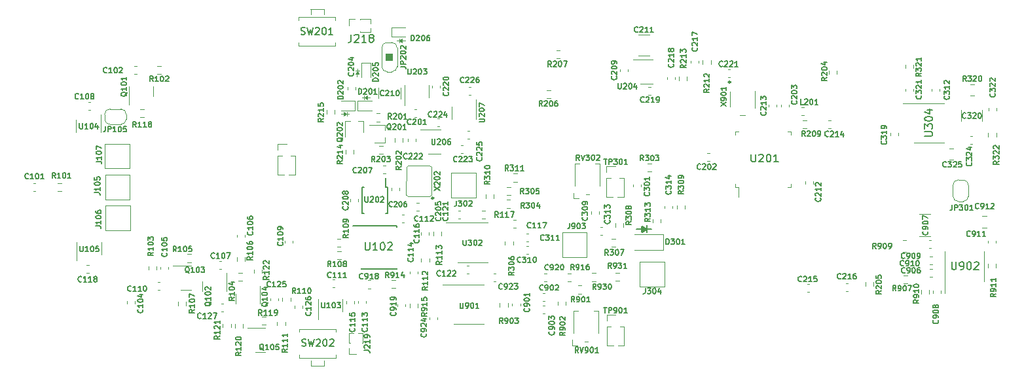
<source format=gbr>
%TF.GenerationSoftware,KiCad,Pcbnew,(6.0.4-0)*%
%TF.CreationDate,2024-06-04T18:08:40-04:00*%
%TF.ProjectId,SignalSnagger,5369676e-616c-4536-9e61-676765722e6b,rev?*%
%TF.SameCoordinates,Original*%
%TF.FileFunction,Legend,Top*%
%TF.FilePolarity,Positive*%
%FSLAX46Y46*%
G04 Gerber Fmt 4.6, Leading zero omitted, Abs format (unit mm)*
G04 Created by KiCad (PCBNEW (6.0.4-0)) date 2024-06-04 18:08:40*
%MOMM*%
%LPD*%
G01*
G04 APERTURE LIST*
%ADD10C,0.150000*%
%ADD11C,0.120000*%
%ADD12C,0.250000*%
%ADD13C,0.100000*%
G04 APERTURE END LIST*
D10*
%TO.C,C309*%
X156900000Y-100013333D02*
X156933333Y-100046666D01*
X156966666Y-100146666D01*
X156966666Y-100213333D01*
X156933333Y-100313333D01*
X156866666Y-100380000D01*
X156800000Y-100413333D01*
X156666666Y-100446666D01*
X156566666Y-100446666D01*
X156433333Y-100413333D01*
X156366666Y-100380000D01*
X156300000Y-100313333D01*
X156266666Y-100213333D01*
X156266666Y-100146666D01*
X156300000Y-100046666D01*
X156333333Y-100013333D01*
X156266666Y-99780000D02*
X156266666Y-99346666D01*
X156533333Y-99580000D01*
X156533333Y-99480000D01*
X156566666Y-99413333D01*
X156600000Y-99380000D01*
X156666666Y-99346666D01*
X156833333Y-99346666D01*
X156900000Y-99380000D01*
X156933333Y-99413333D01*
X156966666Y-99480000D01*
X156966666Y-99680000D01*
X156933333Y-99746666D01*
X156900000Y-99780000D01*
X156266666Y-98913333D02*
X156266666Y-98846666D01*
X156300000Y-98780000D01*
X156333333Y-98746666D01*
X156400000Y-98713333D01*
X156533333Y-98680000D01*
X156700000Y-98680000D01*
X156833333Y-98713333D01*
X156900000Y-98746666D01*
X156933333Y-98780000D01*
X156966666Y-98846666D01*
X156966666Y-98913333D01*
X156933333Y-98980000D01*
X156900000Y-99013333D01*
X156833333Y-99046666D01*
X156700000Y-99080000D01*
X156533333Y-99080000D01*
X156400000Y-99046666D01*
X156333333Y-99013333D01*
X156300000Y-98980000D01*
X156266666Y-98913333D01*
X156966666Y-98346666D02*
X156966666Y-98213333D01*
X156933333Y-98146666D01*
X156900000Y-98113333D01*
X156800000Y-98046666D01*
X156666666Y-98013333D01*
X156400000Y-98013333D01*
X156333333Y-98046666D01*
X156300000Y-98080000D01*
X156266666Y-98146666D01*
X156266666Y-98280000D01*
X156300000Y-98346666D01*
X156333333Y-98380000D01*
X156400000Y-98413333D01*
X156566666Y-98413333D01*
X156633333Y-98380000D01*
X156666666Y-98346666D01*
X156700000Y-98280000D01*
X156700000Y-98146666D01*
X156666666Y-98080000D01*
X156633333Y-98046666D01*
X156566666Y-98013333D01*
%TO.C,C924*%
X136060000Y-115103333D02*
X136093333Y-115136666D01*
X136126666Y-115236666D01*
X136126666Y-115303333D01*
X136093333Y-115403333D01*
X136026666Y-115470000D01*
X135960000Y-115503333D01*
X135826666Y-115536666D01*
X135726666Y-115536666D01*
X135593333Y-115503333D01*
X135526666Y-115470000D01*
X135460000Y-115403333D01*
X135426666Y-115303333D01*
X135426666Y-115236666D01*
X135460000Y-115136666D01*
X135493333Y-115103333D01*
X136126666Y-114770000D02*
X136126666Y-114636666D01*
X136093333Y-114570000D01*
X136060000Y-114536666D01*
X135960000Y-114470000D01*
X135826666Y-114436666D01*
X135560000Y-114436666D01*
X135493333Y-114470000D01*
X135460000Y-114503333D01*
X135426666Y-114570000D01*
X135426666Y-114703333D01*
X135460000Y-114770000D01*
X135493333Y-114803333D01*
X135560000Y-114836666D01*
X135726666Y-114836666D01*
X135793333Y-114803333D01*
X135826666Y-114770000D01*
X135860000Y-114703333D01*
X135860000Y-114570000D01*
X135826666Y-114503333D01*
X135793333Y-114470000D01*
X135726666Y-114436666D01*
X135493333Y-114170000D02*
X135460000Y-114136666D01*
X135426666Y-114070000D01*
X135426666Y-113903333D01*
X135460000Y-113836666D01*
X135493333Y-113803333D01*
X135560000Y-113770000D01*
X135626666Y-113770000D01*
X135726666Y-113803333D01*
X136126666Y-114203333D01*
X136126666Y-113770000D01*
X135660000Y-113170000D02*
X136126666Y-113170000D01*
X135393333Y-113336666D02*
X135893333Y-113503333D01*
X135893333Y-113070000D01*
%TO.C,D202*%
X125346666Y-84763333D02*
X124646666Y-84763333D01*
X124646666Y-84596666D01*
X124680000Y-84496666D01*
X124746666Y-84430000D01*
X124813333Y-84396666D01*
X124946666Y-84363333D01*
X125046666Y-84363333D01*
X125180000Y-84396666D01*
X125246666Y-84430000D01*
X125313333Y-84496666D01*
X125346666Y-84596666D01*
X125346666Y-84763333D01*
X124713333Y-84096666D02*
X124680000Y-84063333D01*
X124646666Y-83996666D01*
X124646666Y-83830000D01*
X124680000Y-83763333D01*
X124713333Y-83730000D01*
X124780000Y-83696666D01*
X124846666Y-83696666D01*
X124946666Y-83730000D01*
X125346666Y-84130000D01*
X125346666Y-83696666D01*
X124646666Y-83263333D02*
X124646666Y-83196666D01*
X124680000Y-83130000D01*
X124713333Y-83096666D01*
X124780000Y-83063333D01*
X124913333Y-83030000D01*
X125080000Y-83030000D01*
X125213333Y-83063333D01*
X125280000Y-83096666D01*
X125313333Y-83130000D01*
X125346666Y-83196666D01*
X125346666Y-83263333D01*
X125313333Y-83330000D01*
X125280000Y-83363333D01*
X125213333Y-83396666D01*
X125080000Y-83430000D01*
X124913333Y-83430000D01*
X124780000Y-83396666D01*
X124713333Y-83363333D01*
X124680000Y-83330000D01*
X124646666Y-83263333D01*
X124713333Y-82763333D02*
X124680000Y-82730000D01*
X124646666Y-82663333D01*
X124646666Y-82496666D01*
X124680000Y-82430000D01*
X124713333Y-82396666D01*
X124780000Y-82363333D01*
X124846666Y-82363333D01*
X124946666Y-82396666D01*
X125346666Y-82796666D01*
X125346666Y-82363333D01*
%TO.C,C902*%
X151196666Y-109420000D02*
X151163333Y-109453333D01*
X151063333Y-109486666D01*
X150996666Y-109486666D01*
X150896666Y-109453333D01*
X150830000Y-109386666D01*
X150796666Y-109320000D01*
X150763333Y-109186666D01*
X150763333Y-109086666D01*
X150796666Y-108953333D01*
X150830000Y-108886666D01*
X150896666Y-108820000D01*
X150996666Y-108786666D01*
X151063333Y-108786666D01*
X151163333Y-108820000D01*
X151196666Y-108853333D01*
X151530000Y-109486666D02*
X151663333Y-109486666D01*
X151730000Y-109453333D01*
X151763333Y-109420000D01*
X151830000Y-109320000D01*
X151863333Y-109186666D01*
X151863333Y-108920000D01*
X151830000Y-108853333D01*
X151796666Y-108820000D01*
X151730000Y-108786666D01*
X151596666Y-108786666D01*
X151530000Y-108820000D01*
X151496666Y-108853333D01*
X151463333Y-108920000D01*
X151463333Y-109086666D01*
X151496666Y-109153333D01*
X151530000Y-109186666D01*
X151596666Y-109220000D01*
X151730000Y-109220000D01*
X151796666Y-109186666D01*
X151830000Y-109153333D01*
X151863333Y-109086666D01*
X152296666Y-108786666D02*
X152363333Y-108786666D01*
X152430000Y-108820000D01*
X152463333Y-108853333D01*
X152496666Y-108920000D01*
X152530000Y-109053333D01*
X152530000Y-109220000D01*
X152496666Y-109353333D01*
X152463333Y-109420000D01*
X152430000Y-109453333D01*
X152363333Y-109486666D01*
X152296666Y-109486666D01*
X152230000Y-109453333D01*
X152196666Y-109420000D01*
X152163333Y-109353333D01*
X152130000Y-109220000D01*
X152130000Y-109053333D01*
X152163333Y-108920000D01*
X152196666Y-108853333D01*
X152230000Y-108820000D01*
X152296666Y-108786666D01*
X152796666Y-108853333D02*
X152830000Y-108820000D01*
X152896666Y-108786666D01*
X153063333Y-108786666D01*
X153130000Y-108820000D01*
X153163333Y-108853333D01*
X153196666Y-108920000D01*
X153196666Y-108986666D01*
X153163333Y-109086666D01*
X152763333Y-109486666D01*
X153196666Y-109486666D01*
%TO.C,R308*%
X162626666Y-100583333D02*
X162293333Y-100816666D01*
X162626666Y-100983333D02*
X161926666Y-100983333D01*
X161926666Y-100716666D01*
X161960000Y-100650000D01*
X161993333Y-100616666D01*
X162060000Y-100583333D01*
X162160000Y-100583333D01*
X162226666Y-100616666D01*
X162260000Y-100650000D01*
X162293333Y-100716666D01*
X162293333Y-100983333D01*
X161926666Y-100350000D02*
X161926666Y-99916666D01*
X162193333Y-100150000D01*
X162193333Y-100050000D01*
X162226666Y-99983333D01*
X162260000Y-99950000D01*
X162326666Y-99916666D01*
X162493333Y-99916666D01*
X162560000Y-99950000D01*
X162593333Y-99983333D01*
X162626666Y-100050000D01*
X162626666Y-100250000D01*
X162593333Y-100316666D01*
X162560000Y-100350000D01*
X161926666Y-99483333D02*
X161926666Y-99416666D01*
X161960000Y-99350000D01*
X161993333Y-99316666D01*
X162060000Y-99283333D01*
X162193333Y-99250000D01*
X162360000Y-99250000D01*
X162493333Y-99283333D01*
X162560000Y-99316666D01*
X162593333Y-99350000D01*
X162626666Y-99416666D01*
X162626666Y-99483333D01*
X162593333Y-99550000D01*
X162560000Y-99583333D01*
X162493333Y-99616666D01*
X162360000Y-99650000D01*
X162193333Y-99650000D01*
X162060000Y-99616666D01*
X161993333Y-99583333D01*
X161960000Y-99550000D01*
X161926666Y-99483333D01*
X162226666Y-98850000D02*
X162193333Y-98916666D01*
X162160000Y-98950000D01*
X162093333Y-98983333D01*
X162060000Y-98983333D01*
X161993333Y-98950000D01*
X161960000Y-98916666D01*
X161926666Y-98850000D01*
X161926666Y-98716666D01*
X161960000Y-98650000D01*
X161993333Y-98616666D01*
X162060000Y-98583333D01*
X162093333Y-98583333D01*
X162160000Y-98616666D01*
X162193333Y-98650000D01*
X162226666Y-98716666D01*
X162226666Y-98850000D01*
X162260000Y-98916666D01*
X162293333Y-98950000D01*
X162360000Y-98983333D01*
X162493333Y-98983333D01*
X162560000Y-98950000D01*
X162593333Y-98916666D01*
X162626666Y-98850000D01*
X162626666Y-98716666D01*
X162593333Y-98650000D01*
X162560000Y-98616666D01*
X162493333Y-98583333D01*
X162360000Y-98583333D01*
X162293333Y-98616666D01*
X162260000Y-98650000D01*
X162226666Y-98716666D01*
%TO.C,C114*%
X134360000Y-105343333D02*
X134393333Y-105376666D01*
X134426666Y-105476666D01*
X134426666Y-105543333D01*
X134393333Y-105643333D01*
X134326666Y-105710000D01*
X134260000Y-105743333D01*
X134126666Y-105776666D01*
X134026666Y-105776666D01*
X133893333Y-105743333D01*
X133826666Y-105710000D01*
X133760000Y-105643333D01*
X133726666Y-105543333D01*
X133726666Y-105476666D01*
X133760000Y-105376666D01*
X133793333Y-105343333D01*
X134426666Y-104676666D02*
X134426666Y-105076666D01*
X134426666Y-104876666D02*
X133726666Y-104876666D01*
X133826666Y-104943333D01*
X133893333Y-105010000D01*
X133926666Y-105076666D01*
X134426666Y-104010000D02*
X134426666Y-104410000D01*
X134426666Y-104210000D02*
X133726666Y-104210000D01*
X133826666Y-104276666D01*
X133893333Y-104343333D01*
X133926666Y-104410000D01*
X133960000Y-103410000D02*
X134426666Y-103410000D01*
X133693333Y-103576666D02*
X134193333Y-103743333D01*
X134193333Y-103310000D01*
%TO.C,C310*%
X148321666Y-105810000D02*
X148288333Y-105843333D01*
X148188333Y-105876666D01*
X148121666Y-105876666D01*
X148021666Y-105843333D01*
X147955000Y-105776666D01*
X147921666Y-105710000D01*
X147888333Y-105576666D01*
X147888333Y-105476666D01*
X147921666Y-105343333D01*
X147955000Y-105276666D01*
X148021666Y-105210000D01*
X148121666Y-105176666D01*
X148188333Y-105176666D01*
X148288333Y-105210000D01*
X148321666Y-105243333D01*
X148555000Y-105176666D02*
X148988333Y-105176666D01*
X148755000Y-105443333D01*
X148855000Y-105443333D01*
X148921666Y-105476666D01*
X148955000Y-105510000D01*
X148988333Y-105576666D01*
X148988333Y-105743333D01*
X148955000Y-105810000D01*
X148921666Y-105843333D01*
X148855000Y-105876666D01*
X148655000Y-105876666D01*
X148588333Y-105843333D01*
X148555000Y-105810000D01*
X149655000Y-105876666D02*
X149255000Y-105876666D01*
X149455000Y-105876666D02*
X149455000Y-105176666D01*
X149388333Y-105276666D01*
X149321666Y-105343333D01*
X149255000Y-105376666D01*
X150088333Y-105176666D02*
X150155000Y-105176666D01*
X150221666Y-105210000D01*
X150255000Y-105243333D01*
X150288333Y-105310000D01*
X150321666Y-105443333D01*
X150321666Y-105610000D01*
X150288333Y-105743333D01*
X150255000Y-105810000D01*
X150221666Y-105843333D01*
X150155000Y-105876666D01*
X150088333Y-105876666D01*
X150021666Y-105843333D01*
X149988333Y-105810000D01*
X149955000Y-105743333D01*
X149921666Y-105610000D01*
X149921666Y-105443333D01*
X149955000Y-105310000D01*
X149988333Y-105243333D01*
X150021666Y-105210000D01*
X150088333Y-105176666D01*
%TO.C,R214*%
X125276666Y-92713333D02*
X124943333Y-92946666D01*
X125276666Y-93113333D02*
X124576666Y-93113333D01*
X124576666Y-92846666D01*
X124610000Y-92780000D01*
X124643333Y-92746666D01*
X124710000Y-92713333D01*
X124810000Y-92713333D01*
X124876666Y-92746666D01*
X124910000Y-92780000D01*
X124943333Y-92846666D01*
X124943333Y-93113333D01*
X124643333Y-92446666D02*
X124610000Y-92413333D01*
X124576666Y-92346666D01*
X124576666Y-92180000D01*
X124610000Y-92113333D01*
X124643333Y-92080000D01*
X124710000Y-92046666D01*
X124776666Y-92046666D01*
X124876666Y-92080000D01*
X125276666Y-92480000D01*
X125276666Y-92046666D01*
X125276666Y-91380000D02*
X125276666Y-91780000D01*
X125276666Y-91580000D02*
X124576666Y-91580000D01*
X124676666Y-91646666D01*
X124743333Y-91713333D01*
X124776666Y-91780000D01*
X124810000Y-90780000D02*
X125276666Y-90780000D01*
X124543333Y-90946666D02*
X125043333Y-91113333D01*
X125043333Y-90680000D01*
%TO.C,R107*%
X106156666Y-111973333D02*
X105823333Y-112206666D01*
X106156666Y-112373333D02*
X105456666Y-112373333D01*
X105456666Y-112106666D01*
X105490000Y-112040000D01*
X105523333Y-112006666D01*
X105590000Y-111973333D01*
X105690000Y-111973333D01*
X105756666Y-112006666D01*
X105790000Y-112040000D01*
X105823333Y-112106666D01*
X105823333Y-112373333D01*
X106156666Y-111306666D02*
X106156666Y-111706666D01*
X106156666Y-111506666D02*
X105456666Y-111506666D01*
X105556666Y-111573333D01*
X105623333Y-111640000D01*
X105656666Y-111706666D01*
X105456666Y-110873333D02*
X105456666Y-110806666D01*
X105490000Y-110740000D01*
X105523333Y-110706666D01*
X105590000Y-110673333D01*
X105723333Y-110640000D01*
X105890000Y-110640000D01*
X106023333Y-110673333D01*
X106090000Y-110706666D01*
X106123333Y-110740000D01*
X106156666Y-110806666D01*
X106156666Y-110873333D01*
X106123333Y-110940000D01*
X106090000Y-110973333D01*
X106023333Y-111006666D01*
X105890000Y-111040000D01*
X105723333Y-111040000D01*
X105590000Y-111006666D01*
X105523333Y-110973333D01*
X105490000Y-110940000D01*
X105456666Y-110873333D01*
X105456666Y-110406666D02*
X105456666Y-109940000D01*
X106156666Y-110240000D01*
%TO.C,R320*%
X205926666Y-82446666D02*
X205693333Y-82113333D01*
X205526666Y-82446666D02*
X205526666Y-81746666D01*
X205793333Y-81746666D01*
X205860000Y-81780000D01*
X205893333Y-81813333D01*
X205926666Y-81880000D01*
X205926666Y-81980000D01*
X205893333Y-82046666D01*
X205860000Y-82080000D01*
X205793333Y-82113333D01*
X205526666Y-82113333D01*
X206160000Y-81746666D02*
X206593333Y-81746666D01*
X206360000Y-82013333D01*
X206460000Y-82013333D01*
X206526666Y-82046666D01*
X206560000Y-82080000D01*
X206593333Y-82146666D01*
X206593333Y-82313333D01*
X206560000Y-82380000D01*
X206526666Y-82413333D01*
X206460000Y-82446666D01*
X206260000Y-82446666D01*
X206193333Y-82413333D01*
X206160000Y-82380000D01*
X206860000Y-81813333D02*
X206893333Y-81780000D01*
X206960000Y-81746666D01*
X207126666Y-81746666D01*
X207193333Y-81780000D01*
X207226666Y-81813333D01*
X207260000Y-81880000D01*
X207260000Y-81946666D01*
X207226666Y-82046666D01*
X206826666Y-82446666D01*
X207260000Y-82446666D01*
X207693333Y-81746666D02*
X207760000Y-81746666D01*
X207826666Y-81780000D01*
X207860000Y-81813333D01*
X207893333Y-81880000D01*
X207926666Y-82013333D01*
X207926666Y-82180000D01*
X207893333Y-82313333D01*
X207860000Y-82380000D01*
X207826666Y-82413333D01*
X207760000Y-82446666D01*
X207693333Y-82446666D01*
X207626666Y-82413333D01*
X207593333Y-82380000D01*
X207560000Y-82313333D01*
X207526666Y-82180000D01*
X207526666Y-82013333D01*
X207560000Y-81880000D01*
X207593333Y-81813333D01*
X207626666Y-81780000D01*
X207693333Y-81746666D01*
%TO.C,C218*%
X168030000Y-80203333D02*
X168063333Y-80236666D01*
X168096666Y-80336666D01*
X168096666Y-80403333D01*
X168063333Y-80503333D01*
X167996666Y-80570000D01*
X167930000Y-80603333D01*
X167796666Y-80636666D01*
X167696666Y-80636666D01*
X167563333Y-80603333D01*
X167496666Y-80570000D01*
X167430000Y-80503333D01*
X167396666Y-80403333D01*
X167396666Y-80336666D01*
X167430000Y-80236666D01*
X167463333Y-80203333D01*
X167463333Y-79936666D02*
X167430000Y-79903333D01*
X167396666Y-79836666D01*
X167396666Y-79670000D01*
X167430000Y-79603333D01*
X167463333Y-79570000D01*
X167530000Y-79536666D01*
X167596666Y-79536666D01*
X167696666Y-79570000D01*
X168096666Y-79970000D01*
X168096666Y-79536666D01*
X168096666Y-78870000D02*
X168096666Y-79270000D01*
X168096666Y-79070000D02*
X167396666Y-79070000D01*
X167496666Y-79136666D01*
X167563333Y-79203333D01*
X167596666Y-79270000D01*
X167696666Y-78470000D02*
X167663333Y-78536666D01*
X167630000Y-78570000D01*
X167563333Y-78603333D01*
X167530000Y-78603333D01*
X167463333Y-78570000D01*
X167430000Y-78536666D01*
X167396666Y-78470000D01*
X167396666Y-78336666D01*
X167430000Y-78270000D01*
X167463333Y-78236666D01*
X167530000Y-78203333D01*
X167563333Y-78203333D01*
X167630000Y-78236666D01*
X167663333Y-78270000D01*
X167696666Y-78336666D01*
X167696666Y-78470000D01*
X167730000Y-78536666D01*
X167763333Y-78570000D01*
X167830000Y-78603333D01*
X167963333Y-78603333D01*
X168030000Y-78570000D01*
X168063333Y-78536666D01*
X168096666Y-78470000D01*
X168096666Y-78336666D01*
X168063333Y-78270000D01*
X168030000Y-78236666D01*
X167963333Y-78203333D01*
X167830000Y-78203333D01*
X167763333Y-78236666D01*
X167730000Y-78270000D01*
X167696666Y-78336666D01*
%TO.C,R307*%
X159636666Y-104936666D02*
X159403333Y-104603333D01*
X159236666Y-104936666D02*
X159236666Y-104236666D01*
X159503333Y-104236666D01*
X159570000Y-104270000D01*
X159603333Y-104303333D01*
X159636666Y-104370000D01*
X159636666Y-104470000D01*
X159603333Y-104536666D01*
X159570000Y-104570000D01*
X159503333Y-104603333D01*
X159236666Y-104603333D01*
X159870000Y-104236666D02*
X160303333Y-104236666D01*
X160070000Y-104503333D01*
X160170000Y-104503333D01*
X160236666Y-104536666D01*
X160270000Y-104570000D01*
X160303333Y-104636666D01*
X160303333Y-104803333D01*
X160270000Y-104870000D01*
X160236666Y-104903333D01*
X160170000Y-104936666D01*
X159970000Y-104936666D01*
X159903333Y-104903333D01*
X159870000Y-104870000D01*
X160736666Y-104236666D02*
X160803333Y-104236666D01*
X160870000Y-104270000D01*
X160903333Y-104303333D01*
X160936666Y-104370000D01*
X160970000Y-104503333D01*
X160970000Y-104670000D01*
X160936666Y-104803333D01*
X160903333Y-104870000D01*
X160870000Y-104903333D01*
X160803333Y-104936666D01*
X160736666Y-104936666D01*
X160670000Y-104903333D01*
X160636666Y-104870000D01*
X160603333Y-104803333D01*
X160570000Y-104670000D01*
X160570000Y-104503333D01*
X160603333Y-104370000D01*
X160636666Y-104303333D01*
X160670000Y-104270000D01*
X160736666Y-104236666D01*
X161203333Y-104236666D02*
X161670000Y-104236666D01*
X161370000Y-104936666D01*
%TO.C,R109*%
X126036666Y-102273333D02*
X125703333Y-102506666D01*
X126036666Y-102673333D02*
X125336666Y-102673333D01*
X125336666Y-102406666D01*
X125370000Y-102340000D01*
X125403333Y-102306666D01*
X125470000Y-102273333D01*
X125570000Y-102273333D01*
X125636666Y-102306666D01*
X125670000Y-102340000D01*
X125703333Y-102406666D01*
X125703333Y-102673333D01*
X126036666Y-101606666D02*
X126036666Y-102006666D01*
X126036666Y-101806666D02*
X125336666Y-101806666D01*
X125436666Y-101873333D01*
X125503333Y-101940000D01*
X125536666Y-102006666D01*
X125336666Y-101173333D02*
X125336666Y-101106666D01*
X125370000Y-101040000D01*
X125403333Y-101006666D01*
X125470000Y-100973333D01*
X125603333Y-100940000D01*
X125770000Y-100940000D01*
X125903333Y-100973333D01*
X125970000Y-101006666D01*
X126003333Y-101040000D01*
X126036666Y-101106666D01*
X126036666Y-101173333D01*
X126003333Y-101240000D01*
X125970000Y-101273333D01*
X125903333Y-101306666D01*
X125770000Y-101340000D01*
X125603333Y-101340000D01*
X125470000Y-101306666D01*
X125403333Y-101273333D01*
X125370000Y-101240000D01*
X125336666Y-101173333D01*
X126036666Y-100606666D02*
X126036666Y-100473333D01*
X126003333Y-100406666D01*
X125970000Y-100373333D01*
X125870000Y-100306666D01*
X125736666Y-100273333D01*
X125470000Y-100273333D01*
X125403333Y-100306666D01*
X125370000Y-100340000D01*
X125336666Y-100406666D01*
X125336666Y-100540000D01*
X125370000Y-100606666D01*
X125403333Y-100640000D01*
X125470000Y-100673333D01*
X125636666Y-100673333D01*
X125703333Y-100640000D01*
X125736666Y-100606666D01*
X125770000Y-100540000D01*
X125770000Y-100406666D01*
X125736666Y-100340000D01*
X125703333Y-100306666D01*
X125636666Y-100273333D01*
%TO.C,C215*%
X184626666Y-108320000D02*
X184593333Y-108353333D01*
X184493333Y-108386666D01*
X184426666Y-108386666D01*
X184326666Y-108353333D01*
X184260000Y-108286666D01*
X184226666Y-108220000D01*
X184193333Y-108086666D01*
X184193333Y-107986666D01*
X184226666Y-107853333D01*
X184260000Y-107786666D01*
X184326666Y-107720000D01*
X184426666Y-107686666D01*
X184493333Y-107686666D01*
X184593333Y-107720000D01*
X184626666Y-107753333D01*
X184893333Y-107753333D02*
X184926666Y-107720000D01*
X184993333Y-107686666D01*
X185160000Y-107686666D01*
X185226666Y-107720000D01*
X185260000Y-107753333D01*
X185293333Y-107820000D01*
X185293333Y-107886666D01*
X185260000Y-107986666D01*
X184860000Y-108386666D01*
X185293333Y-108386666D01*
X185960000Y-108386666D02*
X185560000Y-108386666D01*
X185760000Y-108386666D02*
X185760000Y-107686666D01*
X185693333Y-107786666D01*
X185626666Y-107853333D01*
X185560000Y-107886666D01*
X186593333Y-107686666D02*
X186260000Y-107686666D01*
X186226666Y-108020000D01*
X186260000Y-107986666D01*
X186326666Y-107953333D01*
X186493333Y-107953333D01*
X186560000Y-107986666D01*
X186593333Y-108020000D01*
X186626666Y-108086666D01*
X186626666Y-108253333D01*
X186593333Y-108320000D01*
X186560000Y-108353333D01*
X186493333Y-108386666D01*
X186326666Y-108386666D01*
X186260000Y-108353333D01*
X186226666Y-108320000D01*
%TO.C,R901*%
X155266666Y-111006666D02*
X155033333Y-110673333D01*
X154866666Y-111006666D02*
X154866666Y-110306666D01*
X155133333Y-110306666D01*
X155200000Y-110340000D01*
X155233333Y-110373333D01*
X155266666Y-110440000D01*
X155266666Y-110540000D01*
X155233333Y-110606666D01*
X155200000Y-110640000D01*
X155133333Y-110673333D01*
X154866666Y-110673333D01*
X155600000Y-111006666D02*
X155733333Y-111006666D01*
X155800000Y-110973333D01*
X155833333Y-110940000D01*
X155900000Y-110840000D01*
X155933333Y-110706666D01*
X155933333Y-110440000D01*
X155900000Y-110373333D01*
X155866666Y-110340000D01*
X155800000Y-110306666D01*
X155666666Y-110306666D01*
X155600000Y-110340000D01*
X155566666Y-110373333D01*
X155533333Y-110440000D01*
X155533333Y-110606666D01*
X155566666Y-110673333D01*
X155600000Y-110706666D01*
X155666666Y-110740000D01*
X155800000Y-110740000D01*
X155866666Y-110706666D01*
X155900000Y-110673333D01*
X155933333Y-110606666D01*
X156366666Y-110306666D02*
X156433333Y-110306666D01*
X156500000Y-110340000D01*
X156533333Y-110373333D01*
X156566666Y-110440000D01*
X156600000Y-110573333D01*
X156600000Y-110740000D01*
X156566666Y-110873333D01*
X156533333Y-110940000D01*
X156500000Y-110973333D01*
X156433333Y-111006666D01*
X156366666Y-111006666D01*
X156300000Y-110973333D01*
X156266666Y-110940000D01*
X156233333Y-110873333D01*
X156200000Y-110740000D01*
X156200000Y-110573333D01*
X156233333Y-110440000D01*
X156266666Y-110373333D01*
X156300000Y-110340000D01*
X156366666Y-110306666D01*
X157266666Y-111006666D02*
X156866666Y-111006666D01*
X157066666Y-111006666D02*
X157066666Y-110306666D01*
X157000000Y-110406666D01*
X156933333Y-110473333D01*
X156866666Y-110506666D01*
%TO.C,J105*%
X93211666Y-96870000D02*
X93711666Y-96870000D01*
X93811666Y-96903333D01*
X93878333Y-96970000D01*
X93911666Y-97070000D01*
X93911666Y-97136666D01*
X93911666Y-96170000D02*
X93911666Y-96570000D01*
X93911666Y-96370000D02*
X93211666Y-96370000D01*
X93311666Y-96436666D01*
X93378333Y-96503333D01*
X93411666Y-96570000D01*
X93211666Y-95736666D02*
X93211666Y-95670000D01*
X93245000Y-95603333D01*
X93278333Y-95570000D01*
X93345000Y-95536666D01*
X93478333Y-95503333D01*
X93645000Y-95503333D01*
X93778333Y-95536666D01*
X93845000Y-95570000D01*
X93878333Y-95603333D01*
X93911666Y-95670000D01*
X93911666Y-95736666D01*
X93878333Y-95803333D01*
X93845000Y-95836666D01*
X93778333Y-95870000D01*
X93645000Y-95903333D01*
X93478333Y-95903333D01*
X93345000Y-95870000D01*
X93278333Y-95836666D01*
X93245000Y-95803333D01*
X93211666Y-95736666D01*
X93211666Y-94870000D02*
X93211666Y-95203333D01*
X93545000Y-95236666D01*
X93511666Y-95203333D01*
X93478333Y-95136666D01*
X93478333Y-94970000D01*
X93511666Y-94903333D01*
X93545000Y-94870000D01*
X93611666Y-94836666D01*
X93778333Y-94836666D01*
X93845000Y-94870000D01*
X93878333Y-94903333D01*
X93911666Y-94970000D01*
X93911666Y-95136666D01*
X93878333Y-95203333D01*
X93845000Y-95236666D01*
%TO.C,Q104*%
X115613333Y-111053333D02*
X115580000Y-111120000D01*
X115513333Y-111186666D01*
X115413333Y-111286666D01*
X115380000Y-111353333D01*
X115380000Y-111420000D01*
X115546666Y-111386666D02*
X115513333Y-111453333D01*
X115446666Y-111520000D01*
X115313333Y-111553333D01*
X115080000Y-111553333D01*
X114946666Y-111520000D01*
X114880000Y-111453333D01*
X114846666Y-111386666D01*
X114846666Y-111253333D01*
X114880000Y-111186666D01*
X114946666Y-111120000D01*
X115080000Y-111086666D01*
X115313333Y-111086666D01*
X115446666Y-111120000D01*
X115513333Y-111186666D01*
X115546666Y-111253333D01*
X115546666Y-111386666D01*
X115546666Y-110420000D02*
X115546666Y-110820000D01*
X115546666Y-110620000D02*
X114846666Y-110620000D01*
X114946666Y-110686666D01*
X115013333Y-110753333D01*
X115046666Y-110820000D01*
X114846666Y-109986666D02*
X114846666Y-109920000D01*
X114880000Y-109853333D01*
X114913333Y-109820000D01*
X114980000Y-109786666D01*
X115113333Y-109753333D01*
X115280000Y-109753333D01*
X115413333Y-109786666D01*
X115480000Y-109820000D01*
X115513333Y-109853333D01*
X115546666Y-109920000D01*
X115546666Y-109986666D01*
X115513333Y-110053333D01*
X115480000Y-110086666D01*
X115413333Y-110120000D01*
X115280000Y-110153333D01*
X115113333Y-110153333D01*
X114980000Y-110120000D01*
X114913333Y-110086666D01*
X114880000Y-110053333D01*
X114846666Y-109986666D01*
X115080000Y-109153333D02*
X115546666Y-109153333D01*
X114813333Y-109320000D02*
X115313333Y-109486666D01*
X115313333Y-109053333D01*
%TO.C,C213*%
X179967901Y-86407932D02*
X180001234Y-86441265D01*
X180034567Y-86541265D01*
X180034567Y-86607932D01*
X180001234Y-86707932D01*
X179934567Y-86774599D01*
X179867901Y-86807932D01*
X179734567Y-86841265D01*
X179634567Y-86841265D01*
X179501234Y-86807932D01*
X179434567Y-86774599D01*
X179367901Y-86707932D01*
X179334567Y-86607932D01*
X179334567Y-86541265D01*
X179367901Y-86441265D01*
X179401234Y-86407932D01*
X179401234Y-86141265D02*
X179367901Y-86107932D01*
X179334567Y-86041265D01*
X179334567Y-85874599D01*
X179367901Y-85807932D01*
X179401234Y-85774599D01*
X179467901Y-85741265D01*
X179534567Y-85741265D01*
X179634567Y-85774599D01*
X180034567Y-86174599D01*
X180034567Y-85741265D01*
X180034567Y-85074599D02*
X180034567Y-85474599D01*
X180034567Y-85274599D02*
X179334567Y-85274599D01*
X179434567Y-85341265D01*
X179501234Y-85407932D01*
X179534567Y-85474599D01*
X179334567Y-84841265D02*
X179334567Y-84407932D01*
X179601234Y-84641265D01*
X179601234Y-84541265D01*
X179634567Y-84474599D01*
X179667901Y-84441265D01*
X179734567Y-84407932D01*
X179901234Y-84407932D01*
X179967901Y-84441265D01*
X180001234Y-84474599D01*
X180034567Y-84541265D01*
X180034567Y-84741265D01*
X180001234Y-84807932D01*
X179967901Y-84841265D01*
%TO.C,C211*%
X163456666Y-76030000D02*
X163423333Y-76063333D01*
X163323333Y-76096666D01*
X163256666Y-76096666D01*
X163156666Y-76063333D01*
X163090000Y-75996666D01*
X163056666Y-75930000D01*
X163023333Y-75796666D01*
X163023333Y-75696666D01*
X163056666Y-75563333D01*
X163090000Y-75496666D01*
X163156666Y-75430000D01*
X163256666Y-75396666D01*
X163323333Y-75396666D01*
X163423333Y-75430000D01*
X163456666Y-75463333D01*
X163723333Y-75463333D02*
X163756666Y-75430000D01*
X163823333Y-75396666D01*
X163990000Y-75396666D01*
X164056666Y-75430000D01*
X164090000Y-75463333D01*
X164123333Y-75530000D01*
X164123333Y-75596666D01*
X164090000Y-75696666D01*
X163690000Y-76096666D01*
X164123333Y-76096666D01*
X164790000Y-76096666D02*
X164390000Y-76096666D01*
X164590000Y-76096666D02*
X164590000Y-75396666D01*
X164523333Y-75496666D01*
X164456666Y-75563333D01*
X164390000Y-75596666D01*
X165456666Y-76096666D02*
X165056666Y-76096666D01*
X165256666Y-76096666D02*
X165256666Y-75396666D01*
X165190000Y-75496666D01*
X165123333Y-75563333D01*
X165056666Y-75596666D01*
%TO.C,R310*%
X144346666Y-95363333D02*
X144013333Y-95596666D01*
X144346666Y-95763333D02*
X143646666Y-95763333D01*
X143646666Y-95496666D01*
X143680000Y-95430000D01*
X143713333Y-95396666D01*
X143780000Y-95363333D01*
X143880000Y-95363333D01*
X143946666Y-95396666D01*
X143980000Y-95430000D01*
X144013333Y-95496666D01*
X144013333Y-95763333D01*
X143646666Y-95130000D02*
X143646666Y-94696666D01*
X143913333Y-94930000D01*
X143913333Y-94830000D01*
X143946666Y-94763333D01*
X143980000Y-94730000D01*
X144046666Y-94696666D01*
X144213333Y-94696666D01*
X144280000Y-94730000D01*
X144313333Y-94763333D01*
X144346666Y-94830000D01*
X144346666Y-95030000D01*
X144313333Y-95096666D01*
X144280000Y-95130000D01*
X144346666Y-94030000D02*
X144346666Y-94430000D01*
X144346666Y-94230000D02*
X143646666Y-94230000D01*
X143746666Y-94296666D01*
X143813333Y-94363333D01*
X143846666Y-94430000D01*
X143646666Y-93596666D02*
X143646666Y-93530000D01*
X143680000Y-93463333D01*
X143713333Y-93430000D01*
X143780000Y-93396666D01*
X143913333Y-93363333D01*
X144080000Y-93363333D01*
X144213333Y-93396666D01*
X144280000Y-93430000D01*
X144313333Y-93463333D01*
X144346666Y-93530000D01*
X144346666Y-93596666D01*
X144313333Y-93663333D01*
X144280000Y-93696666D01*
X144213333Y-93730000D01*
X144080000Y-93763333D01*
X143913333Y-93763333D01*
X143780000Y-93730000D01*
X143713333Y-93696666D01*
X143680000Y-93663333D01*
X143646666Y-93596666D01*
%TO.C,C312*%
X203680000Y-84363333D02*
X203713333Y-84396666D01*
X203746666Y-84496666D01*
X203746666Y-84563333D01*
X203713333Y-84663333D01*
X203646666Y-84730000D01*
X203580000Y-84763333D01*
X203446666Y-84796666D01*
X203346666Y-84796666D01*
X203213333Y-84763333D01*
X203146666Y-84730000D01*
X203080000Y-84663333D01*
X203046666Y-84563333D01*
X203046666Y-84496666D01*
X203080000Y-84396666D01*
X203113333Y-84363333D01*
X203046666Y-84130000D02*
X203046666Y-83696666D01*
X203313333Y-83930000D01*
X203313333Y-83830000D01*
X203346666Y-83763333D01*
X203380000Y-83730000D01*
X203446666Y-83696666D01*
X203613333Y-83696666D01*
X203680000Y-83730000D01*
X203713333Y-83763333D01*
X203746666Y-83830000D01*
X203746666Y-84030000D01*
X203713333Y-84096666D01*
X203680000Y-84130000D01*
X203746666Y-83030000D02*
X203746666Y-83430000D01*
X203746666Y-83230000D02*
X203046666Y-83230000D01*
X203146666Y-83296666D01*
X203213333Y-83363333D01*
X203246666Y-83430000D01*
X203113333Y-82763333D02*
X203080000Y-82730000D01*
X203046666Y-82663333D01*
X203046666Y-82496666D01*
X203080000Y-82430000D01*
X203113333Y-82396666D01*
X203180000Y-82363333D01*
X203246666Y-82363333D01*
X203346666Y-82396666D01*
X203746666Y-82796666D01*
X203746666Y-82363333D01*
%TO.C,C313*%
X159790000Y-100423333D02*
X159823333Y-100456666D01*
X159856666Y-100556666D01*
X159856666Y-100623333D01*
X159823333Y-100723333D01*
X159756666Y-100790000D01*
X159690000Y-100823333D01*
X159556666Y-100856666D01*
X159456666Y-100856666D01*
X159323333Y-100823333D01*
X159256666Y-100790000D01*
X159190000Y-100723333D01*
X159156666Y-100623333D01*
X159156666Y-100556666D01*
X159190000Y-100456666D01*
X159223333Y-100423333D01*
X159156666Y-100190000D02*
X159156666Y-99756666D01*
X159423333Y-99990000D01*
X159423333Y-99890000D01*
X159456666Y-99823333D01*
X159490000Y-99790000D01*
X159556666Y-99756666D01*
X159723333Y-99756666D01*
X159790000Y-99790000D01*
X159823333Y-99823333D01*
X159856666Y-99890000D01*
X159856666Y-100090000D01*
X159823333Y-100156666D01*
X159790000Y-100190000D01*
X159856666Y-99090000D02*
X159856666Y-99490000D01*
X159856666Y-99290000D02*
X159156666Y-99290000D01*
X159256666Y-99356666D01*
X159323333Y-99423333D01*
X159356666Y-99490000D01*
X159156666Y-98856666D02*
X159156666Y-98423333D01*
X159423333Y-98656666D01*
X159423333Y-98556666D01*
X159456666Y-98490000D01*
X159490000Y-98456666D01*
X159556666Y-98423333D01*
X159723333Y-98423333D01*
X159790000Y-98456666D01*
X159823333Y-98490000D01*
X159856666Y-98556666D01*
X159856666Y-98756666D01*
X159823333Y-98823333D01*
X159790000Y-98856666D01*
%TO.C,R930*%
X158046666Y-109346666D02*
X157813333Y-109013333D01*
X157646666Y-109346666D02*
X157646666Y-108646666D01*
X157913333Y-108646666D01*
X157980000Y-108680000D01*
X158013333Y-108713333D01*
X158046666Y-108780000D01*
X158046666Y-108880000D01*
X158013333Y-108946666D01*
X157980000Y-108980000D01*
X157913333Y-109013333D01*
X157646666Y-109013333D01*
X158380000Y-109346666D02*
X158513333Y-109346666D01*
X158580000Y-109313333D01*
X158613333Y-109280000D01*
X158680000Y-109180000D01*
X158713333Y-109046666D01*
X158713333Y-108780000D01*
X158680000Y-108713333D01*
X158646666Y-108680000D01*
X158580000Y-108646666D01*
X158446666Y-108646666D01*
X158380000Y-108680000D01*
X158346666Y-108713333D01*
X158313333Y-108780000D01*
X158313333Y-108946666D01*
X158346666Y-109013333D01*
X158380000Y-109046666D01*
X158446666Y-109080000D01*
X158580000Y-109080000D01*
X158646666Y-109046666D01*
X158680000Y-109013333D01*
X158713333Y-108946666D01*
X158946666Y-108646666D02*
X159380000Y-108646666D01*
X159146666Y-108913333D01*
X159246666Y-108913333D01*
X159313333Y-108946666D01*
X159346666Y-108980000D01*
X159380000Y-109046666D01*
X159380000Y-109213333D01*
X159346666Y-109280000D01*
X159313333Y-109313333D01*
X159246666Y-109346666D01*
X159046666Y-109346666D01*
X158980000Y-109313333D01*
X158946666Y-109280000D01*
X159813333Y-108646666D02*
X159880000Y-108646666D01*
X159946666Y-108680000D01*
X159980000Y-108713333D01*
X160013333Y-108780000D01*
X160046666Y-108913333D01*
X160046666Y-109080000D01*
X160013333Y-109213333D01*
X159980000Y-109280000D01*
X159946666Y-109313333D01*
X159880000Y-109346666D01*
X159813333Y-109346666D01*
X159746666Y-109313333D01*
X159713333Y-109280000D01*
X159680000Y-109213333D01*
X159646666Y-109080000D01*
X159646666Y-108913333D01*
X159680000Y-108780000D01*
X159713333Y-108713333D01*
X159746666Y-108680000D01*
X159813333Y-108646666D01*
%TO.C,R931*%
X160036666Y-106646666D02*
X159803333Y-106313333D01*
X159636666Y-106646666D02*
X159636666Y-105946666D01*
X159903333Y-105946666D01*
X159970000Y-105980000D01*
X160003333Y-106013333D01*
X160036666Y-106080000D01*
X160036666Y-106180000D01*
X160003333Y-106246666D01*
X159970000Y-106280000D01*
X159903333Y-106313333D01*
X159636666Y-106313333D01*
X160370000Y-106646666D02*
X160503333Y-106646666D01*
X160570000Y-106613333D01*
X160603333Y-106580000D01*
X160670000Y-106480000D01*
X160703333Y-106346666D01*
X160703333Y-106080000D01*
X160670000Y-106013333D01*
X160636666Y-105980000D01*
X160570000Y-105946666D01*
X160436666Y-105946666D01*
X160370000Y-105980000D01*
X160336666Y-106013333D01*
X160303333Y-106080000D01*
X160303333Y-106246666D01*
X160336666Y-106313333D01*
X160370000Y-106346666D01*
X160436666Y-106380000D01*
X160570000Y-106380000D01*
X160636666Y-106346666D01*
X160670000Y-106313333D01*
X160703333Y-106246666D01*
X160936666Y-105946666D02*
X161370000Y-105946666D01*
X161136666Y-106213333D01*
X161236666Y-106213333D01*
X161303333Y-106246666D01*
X161336666Y-106280000D01*
X161370000Y-106346666D01*
X161370000Y-106513333D01*
X161336666Y-106580000D01*
X161303333Y-106613333D01*
X161236666Y-106646666D01*
X161036666Y-106646666D01*
X160970000Y-106613333D01*
X160936666Y-106580000D01*
X162036666Y-106646666D02*
X161636666Y-106646666D01*
X161836666Y-106646666D02*
X161836666Y-105946666D01*
X161770000Y-106046666D01*
X161703333Y-106113333D01*
X161636666Y-106146666D01*
%TO.C,R110*%
X119186666Y-109896666D02*
X118953333Y-109563333D01*
X118786666Y-109896666D02*
X118786666Y-109196666D01*
X119053333Y-109196666D01*
X119120000Y-109230000D01*
X119153333Y-109263333D01*
X119186666Y-109330000D01*
X119186666Y-109430000D01*
X119153333Y-109496666D01*
X119120000Y-109530000D01*
X119053333Y-109563333D01*
X118786666Y-109563333D01*
X119853333Y-109896666D02*
X119453333Y-109896666D01*
X119653333Y-109896666D02*
X119653333Y-109196666D01*
X119586666Y-109296666D01*
X119520000Y-109363333D01*
X119453333Y-109396666D01*
X120520000Y-109896666D02*
X120120000Y-109896666D01*
X120320000Y-109896666D02*
X120320000Y-109196666D01*
X120253333Y-109296666D01*
X120186666Y-109363333D01*
X120120000Y-109396666D01*
X120953333Y-109196666D02*
X121020000Y-109196666D01*
X121086666Y-109230000D01*
X121120000Y-109263333D01*
X121153333Y-109330000D01*
X121186666Y-109463333D01*
X121186666Y-109630000D01*
X121153333Y-109763333D01*
X121120000Y-109830000D01*
X121086666Y-109863333D01*
X121020000Y-109896666D01*
X120953333Y-109896666D01*
X120886666Y-109863333D01*
X120853333Y-109830000D01*
X120820000Y-109763333D01*
X120786666Y-109630000D01*
X120786666Y-109463333D01*
X120820000Y-109330000D01*
X120853333Y-109263333D01*
X120886666Y-109230000D01*
X120953333Y-109196666D01*
%TO.C,U202*%
X128180000Y-97366666D02*
X128180000Y-97933333D01*
X128213333Y-98000000D01*
X128246666Y-98033333D01*
X128313333Y-98066666D01*
X128446666Y-98066666D01*
X128513333Y-98033333D01*
X128546666Y-98000000D01*
X128580000Y-97933333D01*
X128580000Y-97366666D01*
X128880000Y-97433333D02*
X128913333Y-97400000D01*
X128980000Y-97366666D01*
X129146666Y-97366666D01*
X129213333Y-97400000D01*
X129246666Y-97433333D01*
X129280000Y-97500000D01*
X129280000Y-97566666D01*
X129246666Y-97666666D01*
X128846666Y-98066666D01*
X129280000Y-98066666D01*
X129713333Y-97366666D02*
X129780000Y-97366666D01*
X129846666Y-97400000D01*
X129880000Y-97433333D01*
X129913333Y-97500000D01*
X129946666Y-97633333D01*
X129946666Y-97800000D01*
X129913333Y-97933333D01*
X129880000Y-98000000D01*
X129846666Y-98033333D01*
X129780000Y-98066666D01*
X129713333Y-98066666D01*
X129646666Y-98033333D01*
X129613333Y-98000000D01*
X129580000Y-97933333D01*
X129546666Y-97800000D01*
X129546666Y-97633333D01*
X129580000Y-97500000D01*
X129613333Y-97433333D01*
X129646666Y-97400000D01*
X129713333Y-97366666D01*
X130213333Y-97433333D02*
X130246666Y-97400000D01*
X130313333Y-97366666D01*
X130480000Y-97366666D01*
X130546666Y-97400000D01*
X130580000Y-97433333D01*
X130613333Y-97500000D01*
X130613333Y-97566666D01*
X130580000Y-97666666D01*
X130180000Y-98066666D01*
X130613333Y-98066666D01*
%TO.C,U304*%
X200552380Y-89554285D02*
X201361904Y-89554285D01*
X201457142Y-89506666D01*
X201504761Y-89459047D01*
X201552380Y-89363809D01*
X201552380Y-89173333D01*
X201504761Y-89078095D01*
X201457142Y-89030476D01*
X201361904Y-88982857D01*
X200552380Y-88982857D01*
X200552380Y-88601904D02*
X200552380Y-87982857D01*
X200933333Y-88316190D01*
X200933333Y-88173333D01*
X200980952Y-88078095D01*
X201028571Y-88030476D01*
X201123809Y-87982857D01*
X201361904Y-87982857D01*
X201457142Y-88030476D01*
X201504761Y-88078095D01*
X201552380Y-88173333D01*
X201552380Y-88459047D01*
X201504761Y-88554285D01*
X201457142Y-88601904D01*
X200552380Y-87363809D02*
X200552380Y-87268571D01*
X200600000Y-87173333D01*
X200647619Y-87125714D01*
X200742857Y-87078095D01*
X200933333Y-87030476D01*
X201171428Y-87030476D01*
X201361904Y-87078095D01*
X201457142Y-87125714D01*
X201504761Y-87173333D01*
X201552380Y-87268571D01*
X201552380Y-87363809D01*
X201504761Y-87459047D01*
X201457142Y-87506666D01*
X201361904Y-87554285D01*
X201171428Y-87601904D01*
X200933333Y-87601904D01*
X200742857Y-87554285D01*
X200647619Y-87506666D01*
X200600000Y-87459047D01*
X200552380Y-87363809D01*
X200885714Y-86173333D02*
X201552380Y-86173333D01*
X200504761Y-86411428D02*
X201219047Y-86649523D01*
X201219047Y-86030476D01*
%TO.C,TP301*%
X159080000Y-92506666D02*
X159480000Y-92506666D01*
X159280000Y-93206666D02*
X159280000Y-92506666D01*
X159713333Y-93206666D02*
X159713333Y-92506666D01*
X159980000Y-92506666D01*
X160046666Y-92540000D01*
X160080000Y-92573333D01*
X160113333Y-92640000D01*
X160113333Y-92740000D01*
X160080000Y-92806666D01*
X160046666Y-92840000D01*
X159980000Y-92873333D01*
X159713333Y-92873333D01*
X160346666Y-92506666D02*
X160780000Y-92506666D01*
X160546666Y-92773333D01*
X160646666Y-92773333D01*
X160713333Y-92806666D01*
X160746666Y-92840000D01*
X160780000Y-92906666D01*
X160780000Y-93073333D01*
X160746666Y-93140000D01*
X160713333Y-93173333D01*
X160646666Y-93206666D01*
X160446666Y-93206666D01*
X160380000Y-93173333D01*
X160346666Y-93140000D01*
X161213333Y-92506666D02*
X161280000Y-92506666D01*
X161346666Y-92540000D01*
X161380000Y-92573333D01*
X161413333Y-92640000D01*
X161446666Y-92773333D01*
X161446666Y-92940000D01*
X161413333Y-93073333D01*
X161380000Y-93140000D01*
X161346666Y-93173333D01*
X161280000Y-93206666D01*
X161213333Y-93206666D01*
X161146666Y-93173333D01*
X161113333Y-93140000D01*
X161080000Y-93073333D01*
X161046666Y-92940000D01*
X161046666Y-92773333D01*
X161080000Y-92640000D01*
X161113333Y-92573333D01*
X161146666Y-92540000D01*
X161213333Y-92506666D01*
X162113333Y-93206666D02*
X161713333Y-93206666D01*
X161913333Y-93206666D02*
X161913333Y-92506666D01*
X161846666Y-92606666D01*
X161780000Y-92673333D01*
X161713333Y-92706666D01*
%TO.C,C122*%
X137926666Y-107570000D02*
X137893333Y-107603333D01*
X137793333Y-107636666D01*
X137726666Y-107636666D01*
X137626666Y-107603333D01*
X137560000Y-107536666D01*
X137526666Y-107470000D01*
X137493333Y-107336666D01*
X137493333Y-107236666D01*
X137526666Y-107103333D01*
X137560000Y-107036666D01*
X137626666Y-106970000D01*
X137726666Y-106936666D01*
X137793333Y-106936666D01*
X137893333Y-106970000D01*
X137926666Y-107003333D01*
X138593333Y-107636666D02*
X138193333Y-107636666D01*
X138393333Y-107636666D02*
X138393333Y-106936666D01*
X138326666Y-107036666D01*
X138260000Y-107103333D01*
X138193333Y-107136666D01*
X138860000Y-107003333D02*
X138893333Y-106970000D01*
X138960000Y-106936666D01*
X139126666Y-106936666D01*
X139193333Y-106970000D01*
X139226666Y-107003333D01*
X139260000Y-107070000D01*
X139260000Y-107136666D01*
X139226666Y-107236666D01*
X138826666Y-107636666D01*
X139260000Y-107636666D01*
X139526666Y-107003333D02*
X139560000Y-106970000D01*
X139626666Y-106936666D01*
X139793333Y-106936666D01*
X139860000Y-106970000D01*
X139893333Y-107003333D01*
X139926666Y-107070000D01*
X139926666Y-107136666D01*
X139893333Y-107236666D01*
X139493333Y-107636666D01*
X139926666Y-107636666D01*
%TO.C,R911*%
X209776666Y-109923333D02*
X209443333Y-110156666D01*
X209776666Y-110323333D02*
X209076666Y-110323333D01*
X209076666Y-110056666D01*
X209110000Y-109990000D01*
X209143333Y-109956666D01*
X209210000Y-109923333D01*
X209310000Y-109923333D01*
X209376666Y-109956666D01*
X209410000Y-109990000D01*
X209443333Y-110056666D01*
X209443333Y-110323333D01*
X209776666Y-109590000D02*
X209776666Y-109456666D01*
X209743333Y-109390000D01*
X209710000Y-109356666D01*
X209610000Y-109290000D01*
X209476666Y-109256666D01*
X209210000Y-109256666D01*
X209143333Y-109290000D01*
X209110000Y-109323333D01*
X209076666Y-109390000D01*
X209076666Y-109523333D01*
X209110000Y-109590000D01*
X209143333Y-109623333D01*
X209210000Y-109656666D01*
X209376666Y-109656666D01*
X209443333Y-109623333D01*
X209476666Y-109590000D01*
X209510000Y-109523333D01*
X209510000Y-109390000D01*
X209476666Y-109323333D01*
X209443333Y-109290000D01*
X209376666Y-109256666D01*
X209776666Y-108590000D02*
X209776666Y-108990000D01*
X209776666Y-108790000D02*
X209076666Y-108790000D01*
X209176666Y-108856666D01*
X209243333Y-108923333D01*
X209276666Y-108990000D01*
X209776666Y-107923333D02*
X209776666Y-108323333D01*
X209776666Y-108123333D02*
X209076666Y-108123333D01*
X209176666Y-108190000D01*
X209243333Y-108256666D01*
X209276666Y-108323333D01*
%TO.C,R907*%
X196836666Y-109566666D02*
X196603333Y-109233333D01*
X196436666Y-109566666D02*
X196436666Y-108866666D01*
X196703333Y-108866666D01*
X196770000Y-108900000D01*
X196803333Y-108933333D01*
X196836666Y-109000000D01*
X196836666Y-109100000D01*
X196803333Y-109166666D01*
X196770000Y-109200000D01*
X196703333Y-109233333D01*
X196436666Y-109233333D01*
X197170000Y-109566666D02*
X197303333Y-109566666D01*
X197370000Y-109533333D01*
X197403333Y-109500000D01*
X197470000Y-109400000D01*
X197503333Y-109266666D01*
X197503333Y-109000000D01*
X197470000Y-108933333D01*
X197436666Y-108900000D01*
X197370000Y-108866666D01*
X197236666Y-108866666D01*
X197170000Y-108900000D01*
X197136666Y-108933333D01*
X197103333Y-109000000D01*
X197103333Y-109166666D01*
X197136666Y-109233333D01*
X197170000Y-109266666D01*
X197236666Y-109300000D01*
X197370000Y-109300000D01*
X197436666Y-109266666D01*
X197470000Y-109233333D01*
X197503333Y-109166666D01*
X197936666Y-108866666D02*
X198003333Y-108866666D01*
X198070000Y-108900000D01*
X198103333Y-108933333D01*
X198136666Y-109000000D01*
X198170000Y-109133333D01*
X198170000Y-109300000D01*
X198136666Y-109433333D01*
X198103333Y-109500000D01*
X198070000Y-109533333D01*
X198003333Y-109566666D01*
X197936666Y-109566666D01*
X197870000Y-109533333D01*
X197836666Y-109500000D01*
X197803333Y-109433333D01*
X197770000Y-109300000D01*
X197770000Y-109133333D01*
X197803333Y-109000000D01*
X197836666Y-108933333D01*
X197870000Y-108900000D01*
X197936666Y-108866666D01*
X198403333Y-108866666D02*
X198870000Y-108866666D01*
X198570000Y-109566666D01*
%TO.C,C207*%
X127061666Y-94220000D02*
X127028333Y-94253333D01*
X126928333Y-94286666D01*
X126861666Y-94286666D01*
X126761666Y-94253333D01*
X126695000Y-94186666D01*
X126661666Y-94120000D01*
X126628333Y-93986666D01*
X126628333Y-93886666D01*
X126661666Y-93753333D01*
X126695000Y-93686666D01*
X126761666Y-93620000D01*
X126861666Y-93586666D01*
X126928333Y-93586666D01*
X127028333Y-93620000D01*
X127061666Y-93653333D01*
X127328333Y-93653333D02*
X127361666Y-93620000D01*
X127428333Y-93586666D01*
X127595000Y-93586666D01*
X127661666Y-93620000D01*
X127695000Y-93653333D01*
X127728333Y-93720000D01*
X127728333Y-93786666D01*
X127695000Y-93886666D01*
X127295000Y-94286666D01*
X127728333Y-94286666D01*
X128161666Y-93586666D02*
X128228333Y-93586666D01*
X128295000Y-93620000D01*
X128328333Y-93653333D01*
X128361666Y-93720000D01*
X128395000Y-93853333D01*
X128395000Y-94020000D01*
X128361666Y-94153333D01*
X128328333Y-94220000D01*
X128295000Y-94253333D01*
X128228333Y-94286666D01*
X128161666Y-94286666D01*
X128095000Y-94253333D01*
X128061666Y-94220000D01*
X128028333Y-94153333D01*
X127995000Y-94020000D01*
X127995000Y-93853333D01*
X128028333Y-93720000D01*
X128061666Y-93653333D01*
X128095000Y-93620000D01*
X128161666Y-93586666D01*
X128628333Y-93586666D02*
X129095000Y-93586666D01*
X128795000Y-94286666D01*
%TO.C,C912*%
X207536666Y-98870000D02*
X207503333Y-98903333D01*
X207403333Y-98936666D01*
X207336666Y-98936666D01*
X207236666Y-98903333D01*
X207170000Y-98836666D01*
X207136666Y-98770000D01*
X207103333Y-98636666D01*
X207103333Y-98536666D01*
X207136666Y-98403333D01*
X207170000Y-98336666D01*
X207236666Y-98270000D01*
X207336666Y-98236666D01*
X207403333Y-98236666D01*
X207503333Y-98270000D01*
X207536666Y-98303333D01*
X207870000Y-98936666D02*
X208003333Y-98936666D01*
X208070000Y-98903333D01*
X208103333Y-98870000D01*
X208170000Y-98770000D01*
X208203333Y-98636666D01*
X208203333Y-98370000D01*
X208170000Y-98303333D01*
X208136666Y-98270000D01*
X208070000Y-98236666D01*
X207936666Y-98236666D01*
X207870000Y-98270000D01*
X207836666Y-98303333D01*
X207803333Y-98370000D01*
X207803333Y-98536666D01*
X207836666Y-98603333D01*
X207870000Y-98636666D01*
X207936666Y-98670000D01*
X208070000Y-98670000D01*
X208136666Y-98636666D01*
X208170000Y-98603333D01*
X208203333Y-98536666D01*
X208870000Y-98936666D02*
X208470000Y-98936666D01*
X208670000Y-98936666D02*
X208670000Y-98236666D01*
X208603333Y-98336666D01*
X208536666Y-98403333D01*
X208470000Y-98436666D01*
X209136666Y-98303333D02*
X209170000Y-98270000D01*
X209236666Y-98236666D01*
X209403333Y-98236666D01*
X209470000Y-98270000D01*
X209503333Y-98303333D01*
X209536666Y-98370000D01*
X209536666Y-98436666D01*
X209503333Y-98536666D01*
X209103333Y-98936666D01*
X209536666Y-98936666D01*
%TO.C,R304*%
X148776666Y-98856666D02*
X148543333Y-98523333D01*
X148376666Y-98856666D02*
X148376666Y-98156666D01*
X148643333Y-98156666D01*
X148710000Y-98190000D01*
X148743333Y-98223333D01*
X148776666Y-98290000D01*
X148776666Y-98390000D01*
X148743333Y-98456666D01*
X148710000Y-98490000D01*
X148643333Y-98523333D01*
X148376666Y-98523333D01*
X149010000Y-98156666D02*
X149443333Y-98156666D01*
X149210000Y-98423333D01*
X149310000Y-98423333D01*
X149376666Y-98456666D01*
X149410000Y-98490000D01*
X149443333Y-98556666D01*
X149443333Y-98723333D01*
X149410000Y-98790000D01*
X149376666Y-98823333D01*
X149310000Y-98856666D01*
X149110000Y-98856666D01*
X149043333Y-98823333D01*
X149010000Y-98790000D01*
X149876666Y-98156666D02*
X149943333Y-98156666D01*
X150010000Y-98190000D01*
X150043333Y-98223333D01*
X150076666Y-98290000D01*
X150110000Y-98423333D01*
X150110000Y-98590000D01*
X150076666Y-98723333D01*
X150043333Y-98790000D01*
X150010000Y-98823333D01*
X149943333Y-98856666D01*
X149876666Y-98856666D01*
X149810000Y-98823333D01*
X149776666Y-98790000D01*
X149743333Y-98723333D01*
X149710000Y-98590000D01*
X149710000Y-98423333D01*
X149743333Y-98290000D01*
X149776666Y-98223333D01*
X149810000Y-98190000D01*
X149876666Y-98156666D01*
X150710000Y-98390000D02*
X150710000Y-98856666D01*
X150543333Y-98123333D02*
X150376666Y-98623333D01*
X150810000Y-98623333D01*
%TO.C,C126*%
X121120000Y-112313333D02*
X121153333Y-112346666D01*
X121186666Y-112446666D01*
X121186666Y-112513333D01*
X121153333Y-112613333D01*
X121086666Y-112680000D01*
X121020000Y-112713333D01*
X120886666Y-112746666D01*
X120786666Y-112746666D01*
X120653333Y-112713333D01*
X120586666Y-112680000D01*
X120520000Y-112613333D01*
X120486666Y-112513333D01*
X120486666Y-112446666D01*
X120520000Y-112346666D01*
X120553333Y-112313333D01*
X121186666Y-111646666D02*
X121186666Y-112046666D01*
X121186666Y-111846666D02*
X120486666Y-111846666D01*
X120586666Y-111913333D01*
X120653333Y-111980000D01*
X120686666Y-112046666D01*
X120553333Y-111380000D02*
X120520000Y-111346666D01*
X120486666Y-111280000D01*
X120486666Y-111113333D01*
X120520000Y-111046666D01*
X120553333Y-111013333D01*
X120620000Y-110980000D01*
X120686666Y-110980000D01*
X120786666Y-111013333D01*
X121186666Y-111413333D01*
X121186666Y-110980000D01*
X120486666Y-110380000D02*
X120486666Y-110513333D01*
X120520000Y-110580000D01*
X120553333Y-110613333D01*
X120653333Y-110680000D01*
X120786666Y-110713333D01*
X121053333Y-110713333D01*
X121120000Y-110680000D01*
X121153333Y-110646666D01*
X121186666Y-110580000D01*
X121186666Y-110446666D01*
X121153333Y-110380000D01*
X121120000Y-110346666D01*
X121053333Y-110313333D01*
X120886666Y-110313333D01*
X120820000Y-110346666D01*
X120786666Y-110380000D01*
X120753333Y-110446666D01*
X120753333Y-110580000D01*
X120786666Y-110646666D01*
X120820000Y-110680000D01*
X120886666Y-110713333D01*
%TO.C,C901*%
X149370000Y-111833333D02*
X149403333Y-111866666D01*
X149436666Y-111966666D01*
X149436666Y-112033333D01*
X149403333Y-112133333D01*
X149336666Y-112200000D01*
X149270000Y-112233333D01*
X149136666Y-112266666D01*
X149036666Y-112266666D01*
X148903333Y-112233333D01*
X148836666Y-112200000D01*
X148770000Y-112133333D01*
X148736666Y-112033333D01*
X148736666Y-111966666D01*
X148770000Y-111866666D01*
X148803333Y-111833333D01*
X149436666Y-111500000D02*
X149436666Y-111366666D01*
X149403333Y-111300000D01*
X149370000Y-111266666D01*
X149270000Y-111200000D01*
X149136666Y-111166666D01*
X148870000Y-111166666D01*
X148803333Y-111200000D01*
X148770000Y-111233333D01*
X148736666Y-111300000D01*
X148736666Y-111433333D01*
X148770000Y-111500000D01*
X148803333Y-111533333D01*
X148870000Y-111566666D01*
X149036666Y-111566666D01*
X149103333Y-111533333D01*
X149136666Y-111500000D01*
X149170000Y-111433333D01*
X149170000Y-111300000D01*
X149136666Y-111233333D01*
X149103333Y-111200000D01*
X149036666Y-111166666D01*
X148736666Y-110733333D02*
X148736666Y-110666666D01*
X148770000Y-110600000D01*
X148803333Y-110566666D01*
X148870000Y-110533333D01*
X149003333Y-110500000D01*
X149170000Y-110500000D01*
X149303333Y-110533333D01*
X149370000Y-110566666D01*
X149403333Y-110600000D01*
X149436666Y-110666666D01*
X149436666Y-110733333D01*
X149403333Y-110800000D01*
X149370000Y-110833333D01*
X149303333Y-110866666D01*
X149170000Y-110900000D01*
X149003333Y-110900000D01*
X148870000Y-110866666D01*
X148803333Y-110833333D01*
X148770000Y-110800000D01*
X148736666Y-110733333D01*
X149436666Y-109833333D02*
X149436666Y-110233333D01*
X149436666Y-110033333D02*
X148736666Y-110033333D01*
X148836666Y-110100000D01*
X148903333Y-110166666D01*
X148936666Y-110233333D01*
%TO.C,C301*%
X164910000Y-96843333D02*
X164943333Y-96876666D01*
X164976666Y-96976666D01*
X164976666Y-97043333D01*
X164943333Y-97143333D01*
X164876666Y-97210000D01*
X164810000Y-97243333D01*
X164676666Y-97276666D01*
X164576666Y-97276666D01*
X164443333Y-97243333D01*
X164376666Y-97210000D01*
X164310000Y-97143333D01*
X164276666Y-97043333D01*
X164276666Y-96976666D01*
X164310000Y-96876666D01*
X164343333Y-96843333D01*
X164276666Y-96610000D02*
X164276666Y-96176666D01*
X164543333Y-96410000D01*
X164543333Y-96310000D01*
X164576666Y-96243333D01*
X164610000Y-96210000D01*
X164676666Y-96176666D01*
X164843333Y-96176666D01*
X164910000Y-96210000D01*
X164943333Y-96243333D01*
X164976666Y-96310000D01*
X164976666Y-96510000D01*
X164943333Y-96576666D01*
X164910000Y-96610000D01*
X164276666Y-95743333D02*
X164276666Y-95676666D01*
X164310000Y-95610000D01*
X164343333Y-95576666D01*
X164410000Y-95543333D01*
X164543333Y-95510000D01*
X164710000Y-95510000D01*
X164843333Y-95543333D01*
X164910000Y-95576666D01*
X164943333Y-95610000D01*
X164976666Y-95676666D01*
X164976666Y-95743333D01*
X164943333Y-95810000D01*
X164910000Y-95843333D01*
X164843333Y-95876666D01*
X164710000Y-95910000D01*
X164543333Y-95910000D01*
X164410000Y-95876666D01*
X164343333Y-95843333D01*
X164310000Y-95810000D01*
X164276666Y-95743333D01*
X164976666Y-94843333D02*
X164976666Y-95243333D01*
X164976666Y-95043333D02*
X164276666Y-95043333D01*
X164376666Y-95110000D01*
X164443333Y-95176666D01*
X164476666Y-95243333D01*
%TO.C,C209*%
X160670000Y-81803333D02*
X160703333Y-81836666D01*
X160736666Y-81936666D01*
X160736666Y-82003333D01*
X160703333Y-82103333D01*
X160636666Y-82170000D01*
X160570000Y-82203333D01*
X160436666Y-82236666D01*
X160336666Y-82236666D01*
X160203333Y-82203333D01*
X160136666Y-82170000D01*
X160070000Y-82103333D01*
X160036666Y-82003333D01*
X160036666Y-81936666D01*
X160070000Y-81836666D01*
X160103333Y-81803333D01*
X160103333Y-81536666D02*
X160070000Y-81503333D01*
X160036666Y-81436666D01*
X160036666Y-81270000D01*
X160070000Y-81203333D01*
X160103333Y-81170000D01*
X160170000Y-81136666D01*
X160236666Y-81136666D01*
X160336666Y-81170000D01*
X160736666Y-81570000D01*
X160736666Y-81136666D01*
X160036666Y-80703333D02*
X160036666Y-80636666D01*
X160070000Y-80570000D01*
X160103333Y-80536666D01*
X160170000Y-80503333D01*
X160303333Y-80470000D01*
X160470000Y-80470000D01*
X160603333Y-80503333D01*
X160670000Y-80536666D01*
X160703333Y-80570000D01*
X160736666Y-80636666D01*
X160736666Y-80703333D01*
X160703333Y-80770000D01*
X160670000Y-80803333D01*
X160603333Y-80836666D01*
X160470000Y-80870000D01*
X160303333Y-80870000D01*
X160170000Y-80836666D01*
X160103333Y-80803333D01*
X160070000Y-80770000D01*
X160036666Y-80703333D01*
X160736666Y-80136666D02*
X160736666Y-80003333D01*
X160703333Y-79936666D01*
X160670000Y-79903333D01*
X160570000Y-79836666D01*
X160436666Y-79803333D01*
X160170000Y-79803333D01*
X160103333Y-79836666D01*
X160070000Y-79870000D01*
X160036666Y-79936666D01*
X160036666Y-80070000D01*
X160070000Y-80136666D01*
X160103333Y-80170000D01*
X160170000Y-80203333D01*
X160336666Y-80203333D01*
X160403333Y-80170000D01*
X160436666Y-80136666D01*
X160470000Y-80070000D01*
X160470000Y-79936666D01*
X160436666Y-79870000D01*
X160403333Y-79836666D01*
X160336666Y-79803333D01*
%TO.C,C224*%
X136816666Y-87010000D02*
X136783333Y-87043333D01*
X136683333Y-87076666D01*
X136616666Y-87076666D01*
X136516666Y-87043333D01*
X136450000Y-86976666D01*
X136416666Y-86910000D01*
X136383333Y-86776666D01*
X136383333Y-86676666D01*
X136416666Y-86543333D01*
X136450000Y-86476666D01*
X136516666Y-86410000D01*
X136616666Y-86376666D01*
X136683333Y-86376666D01*
X136783333Y-86410000D01*
X136816666Y-86443333D01*
X137083333Y-86443333D02*
X137116666Y-86410000D01*
X137183333Y-86376666D01*
X137350000Y-86376666D01*
X137416666Y-86410000D01*
X137450000Y-86443333D01*
X137483333Y-86510000D01*
X137483333Y-86576666D01*
X137450000Y-86676666D01*
X137050000Y-87076666D01*
X137483333Y-87076666D01*
X137750000Y-86443333D02*
X137783333Y-86410000D01*
X137850000Y-86376666D01*
X138016666Y-86376666D01*
X138083333Y-86410000D01*
X138116666Y-86443333D01*
X138150000Y-86510000D01*
X138150000Y-86576666D01*
X138116666Y-86676666D01*
X137716666Y-87076666D01*
X138150000Y-87076666D01*
X138750000Y-86610000D02*
X138750000Y-87076666D01*
X138583333Y-86343333D02*
X138416666Y-86843333D01*
X138850000Y-86843333D01*
%TO.C,C112*%
X135026666Y-100480000D02*
X134993333Y-100513333D01*
X134893333Y-100546666D01*
X134826666Y-100546666D01*
X134726666Y-100513333D01*
X134660000Y-100446666D01*
X134626666Y-100380000D01*
X134593333Y-100246666D01*
X134593333Y-100146666D01*
X134626666Y-100013333D01*
X134660000Y-99946666D01*
X134726666Y-99880000D01*
X134826666Y-99846666D01*
X134893333Y-99846666D01*
X134993333Y-99880000D01*
X135026666Y-99913333D01*
X135693333Y-100546666D02*
X135293333Y-100546666D01*
X135493333Y-100546666D02*
X135493333Y-99846666D01*
X135426666Y-99946666D01*
X135360000Y-100013333D01*
X135293333Y-100046666D01*
X136360000Y-100546666D02*
X135960000Y-100546666D01*
X136160000Y-100546666D02*
X136160000Y-99846666D01*
X136093333Y-99946666D01*
X136026666Y-100013333D01*
X135960000Y-100046666D01*
X136626666Y-99913333D02*
X136660000Y-99880000D01*
X136726666Y-99846666D01*
X136893333Y-99846666D01*
X136960000Y-99880000D01*
X136993333Y-99913333D01*
X137026666Y-99980000D01*
X137026666Y-100046666D01*
X136993333Y-100146666D01*
X136593333Y-100546666D01*
X137026666Y-100546666D01*
%TO.C,R121*%
X109386666Y-115403333D02*
X109053333Y-115636666D01*
X109386666Y-115803333D02*
X108686666Y-115803333D01*
X108686666Y-115536666D01*
X108720000Y-115470000D01*
X108753333Y-115436666D01*
X108820000Y-115403333D01*
X108920000Y-115403333D01*
X108986666Y-115436666D01*
X109020000Y-115470000D01*
X109053333Y-115536666D01*
X109053333Y-115803333D01*
X109386666Y-114736666D02*
X109386666Y-115136666D01*
X109386666Y-114936666D02*
X108686666Y-114936666D01*
X108786666Y-115003333D01*
X108853333Y-115070000D01*
X108886666Y-115136666D01*
X108753333Y-114470000D02*
X108720000Y-114436666D01*
X108686666Y-114370000D01*
X108686666Y-114203333D01*
X108720000Y-114136666D01*
X108753333Y-114103333D01*
X108820000Y-114070000D01*
X108886666Y-114070000D01*
X108986666Y-114103333D01*
X109386666Y-114503333D01*
X109386666Y-114070000D01*
X109386666Y-113403333D02*
X109386666Y-113803333D01*
X109386666Y-113603333D02*
X108686666Y-113603333D01*
X108786666Y-113670000D01*
X108853333Y-113736666D01*
X108886666Y-113803333D01*
%TO.C,C101*%
X84641666Y-95004000D02*
X84608333Y-95037333D01*
X84508333Y-95070666D01*
X84441666Y-95070666D01*
X84341666Y-95037333D01*
X84275000Y-94970666D01*
X84241666Y-94904000D01*
X84208333Y-94770666D01*
X84208333Y-94670666D01*
X84241666Y-94537333D01*
X84275000Y-94470666D01*
X84341666Y-94404000D01*
X84441666Y-94370666D01*
X84508333Y-94370666D01*
X84608333Y-94404000D01*
X84641666Y-94437333D01*
X85308333Y-95070666D02*
X84908333Y-95070666D01*
X85108333Y-95070666D02*
X85108333Y-94370666D01*
X85041666Y-94470666D01*
X84975000Y-94537333D01*
X84908333Y-94570666D01*
X85741666Y-94370666D02*
X85808333Y-94370666D01*
X85875000Y-94404000D01*
X85908333Y-94437333D01*
X85941666Y-94504000D01*
X85975000Y-94637333D01*
X85975000Y-94804000D01*
X85941666Y-94937333D01*
X85908333Y-95004000D01*
X85875000Y-95037333D01*
X85808333Y-95070666D01*
X85741666Y-95070666D01*
X85675000Y-95037333D01*
X85641666Y-95004000D01*
X85608333Y-94937333D01*
X85575000Y-94804000D01*
X85575000Y-94637333D01*
X85608333Y-94504000D01*
X85641666Y-94437333D01*
X85675000Y-94404000D01*
X85741666Y-94370666D01*
X86641666Y-95070666D02*
X86241666Y-95070666D01*
X86441666Y-95070666D02*
X86441666Y-94370666D01*
X86375000Y-94470666D01*
X86308333Y-94537333D01*
X86241666Y-94570666D01*
%TO.C,U103*%
X122570000Y-111066666D02*
X122570000Y-111633333D01*
X122603333Y-111700000D01*
X122636666Y-111733333D01*
X122703333Y-111766666D01*
X122836666Y-111766666D01*
X122903333Y-111733333D01*
X122936666Y-111700000D01*
X122970000Y-111633333D01*
X122970000Y-111066666D01*
X123670000Y-111766666D02*
X123270000Y-111766666D01*
X123470000Y-111766666D02*
X123470000Y-111066666D01*
X123403333Y-111166666D01*
X123336666Y-111233333D01*
X123270000Y-111266666D01*
X124103333Y-111066666D02*
X124170000Y-111066666D01*
X124236666Y-111100000D01*
X124270000Y-111133333D01*
X124303333Y-111200000D01*
X124336666Y-111333333D01*
X124336666Y-111500000D01*
X124303333Y-111633333D01*
X124270000Y-111700000D01*
X124236666Y-111733333D01*
X124170000Y-111766666D01*
X124103333Y-111766666D01*
X124036666Y-111733333D01*
X124003333Y-111700000D01*
X123970000Y-111633333D01*
X123936666Y-111500000D01*
X123936666Y-111333333D01*
X123970000Y-111200000D01*
X124003333Y-111133333D01*
X124036666Y-111100000D01*
X124103333Y-111066666D01*
X124570000Y-111066666D02*
X125003333Y-111066666D01*
X124770000Y-111333333D01*
X124870000Y-111333333D01*
X124936666Y-111366666D01*
X124970000Y-111400000D01*
X125003333Y-111466666D01*
X125003333Y-111633333D01*
X124970000Y-111700000D01*
X124936666Y-111733333D01*
X124870000Y-111766666D01*
X124670000Y-111766666D01*
X124603333Y-111733333D01*
X124570000Y-111700000D01*
%TO.C,C212*%
X187065401Y-97547932D02*
X187098734Y-97581265D01*
X187132067Y-97681265D01*
X187132067Y-97747932D01*
X187098734Y-97847932D01*
X187032067Y-97914599D01*
X186965401Y-97947932D01*
X186832067Y-97981265D01*
X186732067Y-97981265D01*
X186598734Y-97947932D01*
X186532067Y-97914599D01*
X186465401Y-97847932D01*
X186432067Y-97747932D01*
X186432067Y-97681265D01*
X186465401Y-97581265D01*
X186498734Y-97547932D01*
X186498734Y-97281265D02*
X186465401Y-97247932D01*
X186432067Y-97181265D01*
X186432067Y-97014599D01*
X186465401Y-96947932D01*
X186498734Y-96914599D01*
X186565401Y-96881265D01*
X186632067Y-96881265D01*
X186732067Y-96914599D01*
X187132067Y-97314599D01*
X187132067Y-96881265D01*
X187132067Y-96214599D02*
X187132067Y-96614599D01*
X187132067Y-96414599D02*
X186432067Y-96414599D01*
X186532067Y-96481265D01*
X186598734Y-96547932D01*
X186632067Y-96614599D01*
X186498734Y-95947932D02*
X186465401Y-95914599D01*
X186432067Y-95847932D01*
X186432067Y-95681265D01*
X186465401Y-95614599D01*
X186498734Y-95581265D01*
X186565401Y-95547932D01*
X186632067Y-95547932D01*
X186732067Y-95581265D01*
X187132067Y-95981265D01*
X187132067Y-95547932D01*
%TO.C,C104*%
X99410000Y-111963333D02*
X99443333Y-111996666D01*
X99476666Y-112096666D01*
X99476666Y-112163333D01*
X99443333Y-112263333D01*
X99376666Y-112330000D01*
X99310000Y-112363333D01*
X99176666Y-112396666D01*
X99076666Y-112396666D01*
X98943333Y-112363333D01*
X98876666Y-112330000D01*
X98810000Y-112263333D01*
X98776666Y-112163333D01*
X98776666Y-112096666D01*
X98810000Y-111996666D01*
X98843333Y-111963333D01*
X99476666Y-111296666D02*
X99476666Y-111696666D01*
X99476666Y-111496666D02*
X98776666Y-111496666D01*
X98876666Y-111563333D01*
X98943333Y-111630000D01*
X98976666Y-111696666D01*
X98776666Y-110863333D02*
X98776666Y-110796666D01*
X98810000Y-110730000D01*
X98843333Y-110696666D01*
X98910000Y-110663333D01*
X99043333Y-110630000D01*
X99210000Y-110630000D01*
X99343333Y-110663333D01*
X99410000Y-110696666D01*
X99443333Y-110730000D01*
X99476666Y-110796666D01*
X99476666Y-110863333D01*
X99443333Y-110930000D01*
X99410000Y-110963333D01*
X99343333Y-110996666D01*
X99210000Y-111030000D01*
X99043333Y-111030000D01*
X98910000Y-110996666D01*
X98843333Y-110963333D01*
X98810000Y-110930000D01*
X98776666Y-110863333D01*
X99010000Y-110030000D02*
X99476666Y-110030000D01*
X98743333Y-110196666D02*
X99243333Y-110363333D01*
X99243333Y-109930000D01*
%TO.C,C910*%
X197836666Y-106280000D02*
X197803333Y-106313333D01*
X197703333Y-106346666D01*
X197636666Y-106346666D01*
X197536666Y-106313333D01*
X197470000Y-106246666D01*
X197436666Y-106180000D01*
X197403333Y-106046666D01*
X197403333Y-105946666D01*
X197436666Y-105813333D01*
X197470000Y-105746666D01*
X197536666Y-105680000D01*
X197636666Y-105646666D01*
X197703333Y-105646666D01*
X197803333Y-105680000D01*
X197836666Y-105713333D01*
X198170000Y-106346666D02*
X198303333Y-106346666D01*
X198370000Y-106313333D01*
X198403333Y-106280000D01*
X198470000Y-106180000D01*
X198503333Y-106046666D01*
X198503333Y-105780000D01*
X198470000Y-105713333D01*
X198436666Y-105680000D01*
X198370000Y-105646666D01*
X198236666Y-105646666D01*
X198170000Y-105680000D01*
X198136666Y-105713333D01*
X198103333Y-105780000D01*
X198103333Y-105946666D01*
X198136666Y-106013333D01*
X198170000Y-106046666D01*
X198236666Y-106080000D01*
X198370000Y-106080000D01*
X198436666Y-106046666D01*
X198470000Y-106013333D01*
X198503333Y-105946666D01*
X199170000Y-106346666D02*
X198770000Y-106346666D01*
X198970000Y-106346666D02*
X198970000Y-105646666D01*
X198903333Y-105746666D01*
X198836666Y-105813333D01*
X198770000Y-105846666D01*
X199603333Y-105646666D02*
X199670000Y-105646666D01*
X199736666Y-105680000D01*
X199770000Y-105713333D01*
X199803333Y-105780000D01*
X199836666Y-105913333D01*
X199836666Y-106080000D01*
X199803333Y-106213333D01*
X199770000Y-106280000D01*
X199736666Y-106313333D01*
X199670000Y-106346666D01*
X199603333Y-106346666D01*
X199536666Y-106313333D01*
X199503333Y-106280000D01*
X199470000Y-106213333D01*
X199436666Y-106080000D01*
X199436666Y-105913333D01*
X199470000Y-105780000D01*
X199503333Y-105713333D01*
X199536666Y-105680000D01*
X199603333Y-105646666D01*
%TO.C,D206*%
X134156666Y-77196666D02*
X134156666Y-76496666D01*
X134323333Y-76496666D01*
X134423333Y-76530000D01*
X134490000Y-76596666D01*
X134523333Y-76663333D01*
X134556666Y-76796666D01*
X134556666Y-76896666D01*
X134523333Y-77030000D01*
X134490000Y-77096666D01*
X134423333Y-77163333D01*
X134323333Y-77196666D01*
X134156666Y-77196666D01*
X134823333Y-76563333D02*
X134856666Y-76530000D01*
X134923333Y-76496666D01*
X135090000Y-76496666D01*
X135156666Y-76530000D01*
X135190000Y-76563333D01*
X135223333Y-76630000D01*
X135223333Y-76696666D01*
X135190000Y-76796666D01*
X134790000Y-77196666D01*
X135223333Y-77196666D01*
X135656666Y-76496666D02*
X135723333Y-76496666D01*
X135790000Y-76530000D01*
X135823333Y-76563333D01*
X135856666Y-76630000D01*
X135890000Y-76763333D01*
X135890000Y-76930000D01*
X135856666Y-77063333D01*
X135823333Y-77130000D01*
X135790000Y-77163333D01*
X135723333Y-77196666D01*
X135656666Y-77196666D01*
X135590000Y-77163333D01*
X135556666Y-77130000D01*
X135523333Y-77063333D01*
X135490000Y-76930000D01*
X135490000Y-76763333D01*
X135523333Y-76630000D01*
X135556666Y-76563333D01*
X135590000Y-76530000D01*
X135656666Y-76496666D01*
X136490000Y-76496666D02*
X136356666Y-76496666D01*
X136290000Y-76530000D01*
X136256666Y-76563333D01*
X136190000Y-76663333D01*
X136156666Y-76796666D01*
X136156666Y-77063333D01*
X136190000Y-77130000D01*
X136223333Y-77163333D01*
X136290000Y-77196666D01*
X136423333Y-77196666D01*
X136490000Y-77163333D01*
X136523333Y-77130000D01*
X136556666Y-77063333D01*
X136556666Y-76896666D01*
X136523333Y-76830000D01*
X136490000Y-76796666D01*
X136423333Y-76763333D01*
X136290000Y-76763333D01*
X136223333Y-76796666D01*
X136190000Y-76830000D01*
X136156666Y-76896666D01*
%TO.C,J302*%
X139990000Y-97896666D02*
X139990000Y-98396666D01*
X139956666Y-98496666D01*
X139890000Y-98563333D01*
X139790000Y-98596666D01*
X139723333Y-98596666D01*
X140256666Y-97896666D02*
X140690000Y-97896666D01*
X140456666Y-98163333D01*
X140556666Y-98163333D01*
X140623333Y-98196666D01*
X140656666Y-98230000D01*
X140690000Y-98296666D01*
X140690000Y-98463333D01*
X140656666Y-98530000D01*
X140623333Y-98563333D01*
X140556666Y-98596666D01*
X140356666Y-98596666D01*
X140290000Y-98563333D01*
X140256666Y-98530000D01*
X141123333Y-97896666D02*
X141190000Y-97896666D01*
X141256666Y-97930000D01*
X141290000Y-97963333D01*
X141323333Y-98030000D01*
X141356666Y-98163333D01*
X141356666Y-98330000D01*
X141323333Y-98463333D01*
X141290000Y-98530000D01*
X141256666Y-98563333D01*
X141190000Y-98596666D01*
X141123333Y-98596666D01*
X141056666Y-98563333D01*
X141023333Y-98530000D01*
X140990000Y-98463333D01*
X140956666Y-98330000D01*
X140956666Y-98163333D01*
X140990000Y-98030000D01*
X141023333Y-97963333D01*
X141056666Y-97930000D01*
X141123333Y-97896666D01*
X141623333Y-97963333D02*
X141656666Y-97930000D01*
X141723333Y-97896666D01*
X141890000Y-97896666D01*
X141956666Y-97930000D01*
X141990000Y-97963333D01*
X142023333Y-98030000D01*
X142023333Y-98096666D01*
X141990000Y-98196666D01*
X141590000Y-98596666D01*
X142023333Y-98596666D01*
%TO.C,C322*%
X209600000Y-84043333D02*
X209633333Y-84076666D01*
X209666666Y-84176666D01*
X209666666Y-84243333D01*
X209633333Y-84343333D01*
X209566666Y-84410000D01*
X209500000Y-84443333D01*
X209366666Y-84476666D01*
X209266666Y-84476666D01*
X209133333Y-84443333D01*
X209066666Y-84410000D01*
X209000000Y-84343333D01*
X208966666Y-84243333D01*
X208966666Y-84176666D01*
X209000000Y-84076666D01*
X209033333Y-84043333D01*
X208966666Y-83810000D02*
X208966666Y-83376666D01*
X209233333Y-83610000D01*
X209233333Y-83510000D01*
X209266666Y-83443333D01*
X209300000Y-83410000D01*
X209366666Y-83376666D01*
X209533333Y-83376666D01*
X209600000Y-83410000D01*
X209633333Y-83443333D01*
X209666666Y-83510000D01*
X209666666Y-83710000D01*
X209633333Y-83776666D01*
X209600000Y-83810000D01*
X209033333Y-83110000D02*
X209000000Y-83076666D01*
X208966666Y-83010000D01*
X208966666Y-82843333D01*
X209000000Y-82776666D01*
X209033333Y-82743333D01*
X209100000Y-82710000D01*
X209166666Y-82710000D01*
X209266666Y-82743333D01*
X209666666Y-83143333D01*
X209666666Y-82710000D01*
X209033333Y-82443333D02*
X209000000Y-82410000D01*
X208966666Y-82343333D01*
X208966666Y-82176666D01*
X209000000Y-82110000D01*
X209033333Y-82076666D01*
X209100000Y-82043333D01*
X209166666Y-82043333D01*
X209266666Y-82076666D01*
X209666666Y-82476666D01*
X209666666Y-82043333D01*
%TO.C,C918*%
X127896666Y-107940000D02*
X127863333Y-107973333D01*
X127763333Y-108006666D01*
X127696666Y-108006666D01*
X127596666Y-107973333D01*
X127530000Y-107906666D01*
X127496666Y-107840000D01*
X127463333Y-107706666D01*
X127463333Y-107606666D01*
X127496666Y-107473333D01*
X127530000Y-107406666D01*
X127596666Y-107340000D01*
X127696666Y-107306666D01*
X127763333Y-107306666D01*
X127863333Y-107340000D01*
X127896666Y-107373333D01*
X128230000Y-108006666D02*
X128363333Y-108006666D01*
X128430000Y-107973333D01*
X128463333Y-107940000D01*
X128530000Y-107840000D01*
X128563333Y-107706666D01*
X128563333Y-107440000D01*
X128530000Y-107373333D01*
X128496666Y-107340000D01*
X128430000Y-107306666D01*
X128296666Y-107306666D01*
X128230000Y-107340000D01*
X128196666Y-107373333D01*
X128163333Y-107440000D01*
X128163333Y-107606666D01*
X128196666Y-107673333D01*
X128230000Y-107706666D01*
X128296666Y-107740000D01*
X128430000Y-107740000D01*
X128496666Y-107706666D01*
X128530000Y-107673333D01*
X128563333Y-107606666D01*
X129230000Y-108006666D02*
X128830000Y-108006666D01*
X129030000Y-108006666D02*
X129030000Y-107306666D01*
X128963333Y-107406666D01*
X128896666Y-107473333D01*
X128830000Y-107506666D01*
X129630000Y-107606666D02*
X129563333Y-107573333D01*
X129530000Y-107540000D01*
X129496666Y-107473333D01*
X129496666Y-107440000D01*
X129530000Y-107373333D01*
X129563333Y-107340000D01*
X129630000Y-107306666D01*
X129763333Y-107306666D01*
X129830000Y-107340000D01*
X129863333Y-107373333D01*
X129896666Y-107440000D01*
X129896666Y-107473333D01*
X129863333Y-107540000D01*
X129830000Y-107573333D01*
X129763333Y-107606666D01*
X129630000Y-107606666D01*
X129563333Y-107640000D01*
X129530000Y-107673333D01*
X129496666Y-107740000D01*
X129496666Y-107873333D01*
X129530000Y-107940000D01*
X129563333Y-107973333D01*
X129630000Y-108006666D01*
X129763333Y-108006666D01*
X129830000Y-107973333D01*
X129863333Y-107940000D01*
X129896666Y-107873333D01*
X129896666Y-107740000D01*
X129863333Y-107673333D01*
X129830000Y-107640000D01*
X129763333Y-107606666D01*
%TO.C,R101*%
X88141666Y-94980666D02*
X87908333Y-94647333D01*
X87741666Y-94980666D02*
X87741666Y-94280666D01*
X88008333Y-94280666D01*
X88075000Y-94314000D01*
X88108333Y-94347333D01*
X88141666Y-94414000D01*
X88141666Y-94514000D01*
X88108333Y-94580666D01*
X88075000Y-94614000D01*
X88008333Y-94647333D01*
X87741666Y-94647333D01*
X88808333Y-94980666D02*
X88408333Y-94980666D01*
X88608333Y-94980666D02*
X88608333Y-94280666D01*
X88541666Y-94380666D01*
X88475000Y-94447333D01*
X88408333Y-94480666D01*
X89241666Y-94280666D02*
X89308333Y-94280666D01*
X89375000Y-94314000D01*
X89408333Y-94347333D01*
X89441666Y-94414000D01*
X89475000Y-94547333D01*
X89475000Y-94714000D01*
X89441666Y-94847333D01*
X89408333Y-94914000D01*
X89375000Y-94947333D01*
X89308333Y-94980666D01*
X89241666Y-94980666D01*
X89175000Y-94947333D01*
X89141666Y-94914000D01*
X89108333Y-94847333D01*
X89075000Y-94714000D01*
X89075000Y-94547333D01*
X89108333Y-94414000D01*
X89141666Y-94347333D01*
X89175000Y-94314000D01*
X89241666Y-94280666D01*
X90141666Y-94980666D02*
X89741666Y-94980666D01*
X89941666Y-94980666D02*
X89941666Y-94280666D01*
X89875000Y-94380666D01*
X89808333Y-94447333D01*
X89741666Y-94480666D01*
%TO.C,U105*%
X91320000Y-103786666D02*
X91320000Y-104353333D01*
X91353333Y-104420000D01*
X91386666Y-104453333D01*
X91453333Y-104486666D01*
X91586666Y-104486666D01*
X91653333Y-104453333D01*
X91686666Y-104420000D01*
X91720000Y-104353333D01*
X91720000Y-103786666D01*
X92420000Y-104486666D02*
X92020000Y-104486666D01*
X92220000Y-104486666D02*
X92220000Y-103786666D01*
X92153333Y-103886666D01*
X92086666Y-103953333D01*
X92020000Y-103986666D01*
X92853333Y-103786666D02*
X92920000Y-103786666D01*
X92986666Y-103820000D01*
X93020000Y-103853333D01*
X93053333Y-103920000D01*
X93086666Y-104053333D01*
X93086666Y-104220000D01*
X93053333Y-104353333D01*
X93020000Y-104420000D01*
X92986666Y-104453333D01*
X92920000Y-104486666D01*
X92853333Y-104486666D01*
X92786666Y-104453333D01*
X92753333Y-104420000D01*
X92720000Y-104353333D01*
X92686666Y-104220000D01*
X92686666Y-104053333D01*
X92720000Y-103920000D01*
X92753333Y-103853333D01*
X92786666Y-103820000D01*
X92853333Y-103786666D01*
X93720000Y-103786666D02*
X93386666Y-103786666D01*
X93353333Y-104120000D01*
X93386666Y-104086666D01*
X93453333Y-104053333D01*
X93620000Y-104053333D01*
X93686666Y-104086666D01*
X93720000Y-104120000D01*
X93753333Y-104186666D01*
X93753333Y-104353333D01*
X93720000Y-104420000D01*
X93686666Y-104453333D01*
X93620000Y-104486666D01*
X93453333Y-104486666D01*
X93386666Y-104453333D01*
X93353333Y-104420000D01*
%TO.C,U302*%
X140880000Y-102976666D02*
X140880000Y-103543333D01*
X140913333Y-103610000D01*
X140946666Y-103643333D01*
X141013333Y-103676666D01*
X141146666Y-103676666D01*
X141213333Y-103643333D01*
X141246666Y-103610000D01*
X141280000Y-103543333D01*
X141280000Y-102976666D01*
X141546666Y-102976666D02*
X141980000Y-102976666D01*
X141746666Y-103243333D01*
X141846666Y-103243333D01*
X141913333Y-103276666D01*
X141946666Y-103310000D01*
X141980000Y-103376666D01*
X141980000Y-103543333D01*
X141946666Y-103610000D01*
X141913333Y-103643333D01*
X141846666Y-103676666D01*
X141646666Y-103676666D01*
X141580000Y-103643333D01*
X141546666Y-103610000D01*
X142413333Y-102976666D02*
X142480000Y-102976666D01*
X142546666Y-103010000D01*
X142580000Y-103043333D01*
X142613333Y-103110000D01*
X142646666Y-103243333D01*
X142646666Y-103410000D01*
X142613333Y-103543333D01*
X142580000Y-103610000D01*
X142546666Y-103643333D01*
X142480000Y-103676666D01*
X142413333Y-103676666D01*
X142346666Y-103643333D01*
X142313333Y-103610000D01*
X142280000Y-103543333D01*
X142246666Y-103410000D01*
X142246666Y-103243333D01*
X142280000Y-103110000D01*
X142313333Y-103043333D01*
X142346666Y-103010000D01*
X142413333Y-102976666D01*
X142913333Y-103043333D02*
X142946666Y-103010000D01*
X143013333Y-102976666D01*
X143180000Y-102976666D01*
X143246666Y-103010000D01*
X143280000Y-103043333D01*
X143313333Y-103110000D01*
X143313333Y-103176666D01*
X143280000Y-103276666D01*
X142880000Y-103676666D01*
X143313333Y-103676666D01*
%TO.C,R311*%
X146716666Y-94006666D02*
X146483333Y-93673333D01*
X146316666Y-94006666D02*
X146316666Y-93306666D01*
X146583333Y-93306666D01*
X146650000Y-93340000D01*
X146683333Y-93373333D01*
X146716666Y-93440000D01*
X146716666Y-93540000D01*
X146683333Y-93606666D01*
X146650000Y-93640000D01*
X146583333Y-93673333D01*
X146316666Y-93673333D01*
X146950000Y-93306666D02*
X147383333Y-93306666D01*
X147150000Y-93573333D01*
X147250000Y-93573333D01*
X147316666Y-93606666D01*
X147350000Y-93640000D01*
X147383333Y-93706666D01*
X147383333Y-93873333D01*
X147350000Y-93940000D01*
X147316666Y-93973333D01*
X147250000Y-94006666D01*
X147050000Y-94006666D01*
X146983333Y-93973333D01*
X146950000Y-93940000D01*
X148050000Y-94006666D02*
X147650000Y-94006666D01*
X147850000Y-94006666D02*
X147850000Y-93306666D01*
X147783333Y-93406666D01*
X147716666Y-93473333D01*
X147650000Y-93506666D01*
X148716666Y-94006666D02*
X148316666Y-94006666D01*
X148516666Y-94006666D02*
X148516666Y-93306666D01*
X148450000Y-93406666D01*
X148383333Y-93473333D01*
X148316666Y-93506666D01*
%TO.C,R111*%
X118146666Y-117093333D02*
X117813333Y-117326666D01*
X118146666Y-117493333D02*
X117446666Y-117493333D01*
X117446666Y-117226666D01*
X117480000Y-117160000D01*
X117513333Y-117126666D01*
X117580000Y-117093333D01*
X117680000Y-117093333D01*
X117746666Y-117126666D01*
X117780000Y-117160000D01*
X117813333Y-117226666D01*
X117813333Y-117493333D01*
X118146666Y-116426666D02*
X118146666Y-116826666D01*
X118146666Y-116626666D02*
X117446666Y-116626666D01*
X117546666Y-116693333D01*
X117613333Y-116760000D01*
X117646666Y-116826666D01*
X118146666Y-115760000D02*
X118146666Y-116160000D01*
X118146666Y-115960000D02*
X117446666Y-115960000D01*
X117546666Y-116026666D01*
X117613333Y-116093333D01*
X117646666Y-116160000D01*
X118146666Y-115093333D02*
X118146666Y-115493333D01*
X118146666Y-115293333D02*
X117446666Y-115293333D01*
X117546666Y-115360000D01*
X117613333Y-115426666D01*
X117646666Y-115493333D01*
%TO.C,R103*%
X100806666Y-104583333D02*
X100473333Y-104816666D01*
X100806666Y-104983333D02*
X100106666Y-104983333D01*
X100106666Y-104716666D01*
X100140000Y-104650000D01*
X100173333Y-104616666D01*
X100240000Y-104583333D01*
X100340000Y-104583333D01*
X100406666Y-104616666D01*
X100440000Y-104650000D01*
X100473333Y-104716666D01*
X100473333Y-104983333D01*
X100806666Y-103916666D02*
X100806666Y-104316666D01*
X100806666Y-104116666D02*
X100106666Y-104116666D01*
X100206666Y-104183333D01*
X100273333Y-104250000D01*
X100306666Y-104316666D01*
X100106666Y-103483333D02*
X100106666Y-103416666D01*
X100140000Y-103350000D01*
X100173333Y-103316666D01*
X100240000Y-103283333D01*
X100373333Y-103250000D01*
X100540000Y-103250000D01*
X100673333Y-103283333D01*
X100740000Y-103316666D01*
X100773333Y-103350000D01*
X100806666Y-103416666D01*
X100806666Y-103483333D01*
X100773333Y-103550000D01*
X100740000Y-103583333D01*
X100673333Y-103616666D01*
X100540000Y-103650000D01*
X100373333Y-103650000D01*
X100240000Y-103616666D01*
X100173333Y-103583333D01*
X100140000Y-103550000D01*
X100106666Y-103483333D01*
X100106666Y-103016666D02*
X100106666Y-102583333D01*
X100373333Y-102816666D01*
X100373333Y-102716666D01*
X100406666Y-102650000D01*
X100440000Y-102616666D01*
X100506666Y-102583333D01*
X100673333Y-102583333D01*
X100740000Y-102616666D01*
X100773333Y-102650000D01*
X100806666Y-102716666D01*
X100806666Y-102916666D01*
X100773333Y-102983333D01*
X100740000Y-103016666D01*
%TO.C,C202*%
X171566666Y-93780000D02*
X171533333Y-93813333D01*
X171433333Y-93846666D01*
X171366666Y-93846666D01*
X171266666Y-93813333D01*
X171200000Y-93746666D01*
X171166666Y-93680000D01*
X171133333Y-93546666D01*
X171133333Y-93446666D01*
X171166666Y-93313333D01*
X171200000Y-93246666D01*
X171266666Y-93180000D01*
X171366666Y-93146666D01*
X171433333Y-93146666D01*
X171533333Y-93180000D01*
X171566666Y-93213333D01*
X171833333Y-93213333D02*
X171866666Y-93180000D01*
X171933333Y-93146666D01*
X172100000Y-93146666D01*
X172166666Y-93180000D01*
X172200000Y-93213333D01*
X172233333Y-93280000D01*
X172233333Y-93346666D01*
X172200000Y-93446666D01*
X171800000Y-93846666D01*
X172233333Y-93846666D01*
X172666666Y-93146666D02*
X172733333Y-93146666D01*
X172800000Y-93180000D01*
X172833333Y-93213333D01*
X172866666Y-93280000D01*
X172900000Y-93413333D01*
X172900000Y-93580000D01*
X172866666Y-93713333D01*
X172833333Y-93780000D01*
X172800000Y-93813333D01*
X172733333Y-93846666D01*
X172666666Y-93846666D01*
X172600000Y-93813333D01*
X172566666Y-93780000D01*
X172533333Y-93713333D01*
X172500000Y-93580000D01*
X172500000Y-93413333D01*
X172533333Y-93280000D01*
X172566666Y-93213333D01*
X172600000Y-93180000D01*
X172666666Y-93146666D01*
X173166666Y-93213333D02*
X173200000Y-93180000D01*
X173266666Y-93146666D01*
X173433333Y-93146666D01*
X173500000Y-93180000D01*
X173533333Y-93213333D01*
X173566666Y-93280000D01*
X173566666Y-93346666D01*
X173533333Y-93446666D01*
X173133333Y-93846666D01*
X173566666Y-93846666D01*
%TO.C,U901*%
X140470000Y-111116666D02*
X140470000Y-111683333D01*
X140503333Y-111750000D01*
X140536666Y-111783333D01*
X140603333Y-111816666D01*
X140736666Y-111816666D01*
X140803333Y-111783333D01*
X140836666Y-111750000D01*
X140870000Y-111683333D01*
X140870000Y-111116666D01*
X141236666Y-111816666D02*
X141370000Y-111816666D01*
X141436666Y-111783333D01*
X141470000Y-111750000D01*
X141536666Y-111650000D01*
X141570000Y-111516666D01*
X141570000Y-111250000D01*
X141536666Y-111183333D01*
X141503333Y-111150000D01*
X141436666Y-111116666D01*
X141303333Y-111116666D01*
X141236666Y-111150000D01*
X141203333Y-111183333D01*
X141170000Y-111250000D01*
X141170000Y-111416666D01*
X141203333Y-111483333D01*
X141236666Y-111516666D01*
X141303333Y-111550000D01*
X141436666Y-111550000D01*
X141503333Y-111516666D01*
X141536666Y-111483333D01*
X141570000Y-111416666D01*
X142003333Y-111116666D02*
X142070000Y-111116666D01*
X142136666Y-111150000D01*
X142170000Y-111183333D01*
X142203333Y-111250000D01*
X142236666Y-111383333D01*
X142236666Y-111550000D01*
X142203333Y-111683333D01*
X142170000Y-111750000D01*
X142136666Y-111783333D01*
X142070000Y-111816666D01*
X142003333Y-111816666D01*
X141936666Y-111783333D01*
X141903333Y-111750000D01*
X141870000Y-111683333D01*
X141836666Y-111550000D01*
X141836666Y-111383333D01*
X141870000Y-111250000D01*
X141903333Y-111183333D01*
X141936666Y-111150000D01*
X142003333Y-111116666D01*
X142903333Y-111816666D02*
X142503333Y-111816666D01*
X142703333Y-111816666D02*
X142703333Y-111116666D01*
X142636666Y-111216666D01*
X142570000Y-111283333D01*
X142503333Y-111316666D01*
%TO.C,R916*%
X155196666Y-106826666D02*
X154963333Y-106493333D01*
X154796666Y-106826666D02*
X154796666Y-106126666D01*
X155063333Y-106126666D01*
X155130000Y-106160000D01*
X155163333Y-106193333D01*
X155196666Y-106260000D01*
X155196666Y-106360000D01*
X155163333Y-106426666D01*
X155130000Y-106460000D01*
X155063333Y-106493333D01*
X154796666Y-106493333D01*
X155530000Y-106826666D02*
X155663333Y-106826666D01*
X155730000Y-106793333D01*
X155763333Y-106760000D01*
X155830000Y-106660000D01*
X155863333Y-106526666D01*
X155863333Y-106260000D01*
X155830000Y-106193333D01*
X155796666Y-106160000D01*
X155730000Y-106126666D01*
X155596666Y-106126666D01*
X155530000Y-106160000D01*
X155496666Y-106193333D01*
X155463333Y-106260000D01*
X155463333Y-106426666D01*
X155496666Y-106493333D01*
X155530000Y-106526666D01*
X155596666Y-106560000D01*
X155730000Y-106560000D01*
X155796666Y-106526666D01*
X155830000Y-106493333D01*
X155863333Y-106426666D01*
X156530000Y-106826666D02*
X156130000Y-106826666D01*
X156330000Y-106826666D02*
X156330000Y-106126666D01*
X156263333Y-106226666D01*
X156196666Y-106293333D01*
X156130000Y-106326666D01*
X157130000Y-106126666D02*
X156996666Y-106126666D01*
X156930000Y-106160000D01*
X156896666Y-106193333D01*
X156830000Y-106293333D01*
X156796666Y-106426666D01*
X156796666Y-106693333D01*
X156830000Y-106760000D01*
X156863333Y-106793333D01*
X156930000Y-106826666D01*
X157063333Y-106826666D01*
X157130000Y-106793333D01*
X157163333Y-106760000D01*
X157196666Y-106693333D01*
X157196666Y-106526666D01*
X157163333Y-106460000D01*
X157130000Y-106426666D01*
X157063333Y-106393333D01*
X156930000Y-106393333D01*
X156863333Y-106426666D01*
X156830000Y-106460000D01*
X156796666Y-106526666D01*
%TO.C,R309*%
X169386666Y-96613333D02*
X169053333Y-96846666D01*
X169386666Y-97013333D02*
X168686666Y-97013333D01*
X168686666Y-96746666D01*
X168720000Y-96680000D01*
X168753333Y-96646666D01*
X168820000Y-96613333D01*
X168920000Y-96613333D01*
X168986666Y-96646666D01*
X169020000Y-96680000D01*
X169053333Y-96746666D01*
X169053333Y-97013333D01*
X168686666Y-96380000D02*
X168686666Y-95946666D01*
X168953333Y-96180000D01*
X168953333Y-96080000D01*
X168986666Y-96013333D01*
X169020000Y-95980000D01*
X169086666Y-95946666D01*
X169253333Y-95946666D01*
X169320000Y-95980000D01*
X169353333Y-96013333D01*
X169386666Y-96080000D01*
X169386666Y-96280000D01*
X169353333Y-96346666D01*
X169320000Y-96380000D01*
X168686666Y-95513333D02*
X168686666Y-95446666D01*
X168720000Y-95380000D01*
X168753333Y-95346666D01*
X168820000Y-95313333D01*
X168953333Y-95280000D01*
X169120000Y-95280000D01*
X169253333Y-95313333D01*
X169320000Y-95346666D01*
X169353333Y-95380000D01*
X169386666Y-95446666D01*
X169386666Y-95513333D01*
X169353333Y-95580000D01*
X169320000Y-95613333D01*
X169253333Y-95646666D01*
X169120000Y-95680000D01*
X168953333Y-95680000D01*
X168820000Y-95646666D01*
X168753333Y-95613333D01*
X168720000Y-95580000D01*
X168686666Y-95513333D01*
X169386666Y-94946666D02*
X169386666Y-94813333D01*
X169353333Y-94746666D01*
X169320000Y-94713333D01*
X169220000Y-94646666D01*
X169086666Y-94613333D01*
X168820000Y-94613333D01*
X168753333Y-94646666D01*
X168720000Y-94680000D01*
X168686666Y-94746666D01*
X168686666Y-94880000D01*
X168720000Y-94946666D01*
X168753333Y-94980000D01*
X168820000Y-95013333D01*
X168986666Y-95013333D01*
X169053333Y-94980000D01*
X169086666Y-94946666D01*
X169120000Y-94880000D01*
X169120000Y-94746666D01*
X169086666Y-94680000D01*
X169053333Y-94646666D01*
X168986666Y-94613333D01*
%TO.C,R112*%
X136296666Y-109043333D02*
X135963333Y-109276666D01*
X136296666Y-109443333D02*
X135596666Y-109443333D01*
X135596666Y-109176666D01*
X135630000Y-109110000D01*
X135663333Y-109076666D01*
X135730000Y-109043333D01*
X135830000Y-109043333D01*
X135896666Y-109076666D01*
X135930000Y-109110000D01*
X135963333Y-109176666D01*
X135963333Y-109443333D01*
X136296666Y-108376666D02*
X136296666Y-108776666D01*
X136296666Y-108576666D02*
X135596666Y-108576666D01*
X135696666Y-108643333D01*
X135763333Y-108710000D01*
X135796666Y-108776666D01*
X136296666Y-107710000D02*
X136296666Y-108110000D01*
X136296666Y-107910000D02*
X135596666Y-107910000D01*
X135696666Y-107976666D01*
X135763333Y-108043333D01*
X135796666Y-108110000D01*
X135663333Y-107443333D02*
X135630000Y-107410000D01*
X135596666Y-107343333D01*
X135596666Y-107176666D01*
X135630000Y-107110000D01*
X135663333Y-107076666D01*
X135730000Y-107043333D01*
X135796666Y-107043333D01*
X135896666Y-107076666D01*
X136296666Y-107476666D01*
X136296666Y-107043333D01*
%TO.C,Q105*%
X115086666Y-117243333D02*
X115020000Y-117210000D01*
X114953333Y-117143333D01*
X114853333Y-117043333D01*
X114786666Y-117010000D01*
X114720000Y-117010000D01*
X114753333Y-117176666D02*
X114686666Y-117143333D01*
X114620000Y-117076666D01*
X114586666Y-116943333D01*
X114586666Y-116710000D01*
X114620000Y-116576666D01*
X114686666Y-116510000D01*
X114753333Y-116476666D01*
X114886666Y-116476666D01*
X114953333Y-116510000D01*
X115020000Y-116576666D01*
X115053333Y-116710000D01*
X115053333Y-116943333D01*
X115020000Y-117076666D01*
X114953333Y-117143333D01*
X114886666Y-117176666D01*
X114753333Y-117176666D01*
X115720000Y-117176666D02*
X115320000Y-117176666D01*
X115520000Y-117176666D02*
X115520000Y-116476666D01*
X115453333Y-116576666D01*
X115386666Y-116643333D01*
X115320000Y-116676666D01*
X116153333Y-116476666D02*
X116220000Y-116476666D01*
X116286666Y-116510000D01*
X116320000Y-116543333D01*
X116353333Y-116610000D01*
X116386666Y-116743333D01*
X116386666Y-116910000D01*
X116353333Y-117043333D01*
X116320000Y-117110000D01*
X116286666Y-117143333D01*
X116220000Y-117176666D01*
X116153333Y-117176666D01*
X116086666Y-117143333D01*
X116053333Y-117110000D01*
X116020000Y-117043333D01*
X115986666Y-116910000D01*
X115986666Y-116743333D01*
X116020000Y-116610000D01*
X116053333Y-116543333D01*
X116086666Y-116510000D01*
X116153333Y-116476666D01*
X117020000Y-116476666D02*
X116686666Y-116476666D01*
X116653333Y-116810000D01*
X116686666Y-116776666D01*
X116753333Y-116743333D01*
X116920000Y-116743333D01*
X116986666Y-116776666D01*
X117020000Y-116810000D01*
X117053333Y-116876666D01*
X117053333Y-117043333D01*
X117020000Y-117110000D01*
X116986666Y-117143333D01*
X116920000Y-117176666D01*
X116753333Y-117176666D01*
X116686666Y-117143333D01*
X116653333Y-117110000D01*
%TO.C,U207*%
X142916666Y-87710000D02*
X143483333Y-87710000D01*
X143550000Y-87676666D01*
X143583333Y-87643333D01*
X143616666Y-87576666D01*
X143616666Y-87443333D01*
X143583333Y-87376666D01*
X143550000Y-87343333D01*
X143483333Y-87310000D01*
X142916666Y-87310000D01*
X142983333Y-87010000D02*
X142950000Y-86976666D01*
X142916666Y-86910000D01*
X142916666Y-86743333D01*
X142950000Y-86676666D01*
X142983333Y-86643333D01*
X143050000Y-86610000D01*
X143116666Y-86610000D01*
X143216666Y-86643333D01*
X143616666Y-87043333D01*
X143616666Y-86610000D01*
X142916666Y-86176666D02*
X142916666Y-86110000D01*
X142950000Y-86043333D01*
X142983333Y-86010000D01*
X143050000Y-85976666D01*
X143183333Y-85943333D01*
X143350000Y-85943333D01*
X143483333Y-85976666D01*
X143550000Y-86010000D01*
X143583333Y-86043333D01*
X143616666Y-86110000D01*
X143616666Y-86176666D01*
X143583333Y-86243333D01*
X143550000Y-86276666D01*
X143483333Y-86310000D01*
X143350000Y-86343333D01*
X143183333Y-86343333D01*
X143050000Y-86310000D01*
X142983333Y-86276666D01*
X142950000Y-86243333D01*
X142916666Y-86176666D01*
X142916666Y-85710000D02*
X142916666Y-85243333D01*
X143616666Y-85543333D01*
%TO.C,R117*%
X145416666Y-100026666D02*
X145183333Y-99693333D01*
X145016666Y-100026666D02*
X145016666Y-99326666D01*
X145283333Y-99326666D01*
X145350000Y-99360000D01*
X145383333Y-99393333D01*
X145416666Y-99460000D01*
X145416666Y-99560000D01*
X145383333Y-99626666D01*
X145350000Y-99660000D01*
X145283333Y-99693333D01*
X145016666Y-99693333D01*
X146083333Y-100026666D02*
X145683333Y-100026666D01*
X145883333Y-100026666D02*
X145883333Y-99326666D01*
X145816666Y-99426666D01*
X145750000Y-99493333D01*
X145683333Y-99526666D01*
X146750000Y-100026666D02*
X146350000Y-100026666D01*
X146550000Y-100026666D02*
X146550000Y-99326666D01*
X146483333Y-99426666D01*
X146416666Y-99493333D01*
X146350000Y-99526666D01*
X146983333Y-99326666D02*
X147450000Y-99326666D01*
X147150000Y-100026666D01*
%TO.C,Q101*%
X97403333Y-83863333D02*
X97370000Y-83930000D01*
X97303333Y-83996666D01*
X97203333Y-84096666D01*
X97170000Y-84163333D01*
X97170000Y-84230000D01*
X97336666Y-84196666D02*
X97303333Y-84263333D01*
X97236666Y-84330000D01*
X97103333Y-84363333D01*
X96870000Y-84363333D01*
X96736666Y-84330000D01*
X96670000Y-84263333D01*
X96636666Y-84196666D01*
X96636666Y-84063333D01*
X96670000Y-83996666D01*
X96736666Y-83930000D01*
X96870000Y-83896666D01*
X97103333Y-83896666D01*
X97236666Y-83930000D01*
X97303333Y-83996666D01*
X97336666Y-84063333D01*
X97336666Y-84196666D01*
X97336666Y-83230000D02*
X97336666Y-83630000D01*
X97336666Y-83430000D02*
X96636666Y-83430000D01*
X96736666Y-83496666D01*
X96803333Y-83563333D01*
X96836666Y-83630000D01*
X96636666Y-82796666D02*
X96636666Y-82730000D01*
X96670000Y-82663333D01*
X96703333Y-82630000D01*
X96770000Y-82596666D01*
X96903333Y-82563333D01*
X97070000Y-82563333D01*
X97203333Y-82596666D01*
X97270000Y-82630000D01*
X97303333Y-82663333D01*
X97336666Y-82730000D01*
X97336666Y-82796666D01*
X97303333Y-82863333D01*
X97270000Y-82896666D01*
X97203333Y-82930000D01*
X97070000Y-82963333D01*
X96903333Y-82963333D01*
X96770000Y-82930000D01*
X96703333Y-82896666D01*
X96670000Y-82863333D01*
X96636666Y-82796666D01*
X97336666Y-81896666D02*
X97336666Y-82296666D01*
X97336666Y-82096666D02*
X96636666Y-82096666D01*
X96736666Y-82163333D01*
X96803333Y-82230000D01*
X96836666Y-82296666D01*
%TO.C,U902*%
X204055714Y-105822380D02*
X204055714Y-106631904D01*
X204103333Y-106727142D01*
X204150952Y-106774761D01*
X204246190Y-106822380D01*
X204436666Y-106822380D01*
X204531904Y-106774761D01*
X204579523Y-106727142D01*
X204627142Y-106631904D01*
X204627142Y-105822380D01*
X205150952Y-106822380D02*
X205341428Y-106822380D01*
X205436666Y-106774761D01*
X205484285Y-106727142D01*
X205579523Y-106584285D01*
X205627142Y-106393809D01*
X205627142Y-106012857D01*
X205579523Y-105917619D01*
X205531904Y-105870000D01*
X205436666Y-105822380D01*
X205246190Y-105822380D01*
X205150952Y-105870000D01*
X205103333Y-105917619D01*
X205055714Y-106012857D01*
X205055714Y-106250952D01*
X205103333Y-106346190D01*
X205150952Y-106393809D01*
X205246190Y-106441428D01*
X205436666Y-106441428D01*
X205531904Y-106393809D01*
X205579523Y-106346190D01*
X205627142Y-106250952D01*
X206246190Y-105822380D02*
X206341428Y-105822380D01*
X206436666Y-105870000D01*
X206484285Y-105917619D01*
X206531904Y-106012857D01*
X206579523Y-106203333D01*
X206579523Y-106441428D01*
X206531904Y-106631904D01*
X206484285Y-106727142D01*
X206436666Y-106774761D01*
X206341428Y-106822380D01*
X206246190Y-106822380D01*
X206150952Y-106774761D01*
X206103333Y-106727142D01*
X206055714Y-106631904D01*
X206008095Y-106441428D01*
X206008095Y-106203333D01*
X206055714Y-106012857D01*
X206103333Y-105917619D01*
X206150952Y-105870000D01*
X206246190Y-105822380D01*
X206960476Y-105917619D02*
X207008095Y-105870000D01*
X207103333Y-105822380D01*
X207341428Y-105822380D01*
X207436666Y-105870000D01*
X207484285Y-105917619D01*
X207531904Y-106012857D01*
X207531904Y-106108095D01*
X207484285Y-106250952D01*
X206912857Y-106822380D01*
X207531904Y-106822380D01*
%TO.C,C319*%
X195570000Y-90173333D02*
X195603333Y-90206666D01*
X195636666Y-90306666D01*
X195636666Y-90373333D01*
X195603333Y-90473333D01*
X195536666Y-90540000D01*
X195470000Y-90573333D01*
X195336666Y-90606666D01*
X195236666Y-90606666D01*
X195103333Y-90573333D01*
X195036666Y-90540000D01*
X194970000Y-90473333D01*
X194936666Y-90373333D01*
X194936666Y-90306666D01*
X194970000Y-90206666D01*
X195003333Y-90173333D01*
X194936666Y-89940000D02*
X194936666Y-89506666D01*
X195203333Y-89740000D01*
X195203333Y-89640000D01*
X195236666Y-89573333D01*
X195270000Y-89540000D01*
X195336666Y-89506666D01*
X195503333Y-89506666D01*
X195570000Y-89540000D01*
X195603333Y-89573333D01*
X195636666Y-89640000D01*
X195636666Y-89840000D01*
X195603333Y-89906666D01*
X195570000Y-89940000D01*
X195636666Y-88840000D02*
X195636666Y-89240000D01*
X195636666Y-89040000D02*
X194936666Y-89040000D01*
X195036666Y-89106666D01*
X195103333Y-89173333D01*
X195136666Y-89240000D01*
X195636666Y-88506666D02*
X195636666Y-88373333D01*
X195603333Y-88306666D01*
X195570000Y-88273333D01*
X195470000Y-88206666D01*
X195336666Y-88173333D01*
X195070000Y-88173333D01*
X195003333Y-88206666D01*
X194970000Y-88240000D01*
X194936666Y-88306666D01*
X194936666Y-88440000D01*
X194970000Y-88506666D01*
X195003333Y-88540000D01*
X195070000Y-88573333D01*
X195236666Y-88573333D01*
X195303333Y-88540000D01*
X195336666Y-88506666D01*
X195370000Y-88440000D01*
X195370000Y-88306666D01*
X195336666Y-88240000D01*
X195303333Y-88206666D01*
X195236666Y-88173333D01*
%TO.C,U104*%
X91260000Y-87896666D02*
X91260000Y-88463333D01*
X91293333Y-88530000D01*
X91326666Y-88563333D01*
X91393333Y-88596666D01*
X91526666Y-88596666D01*
X91593333Y-88563333D01*
X91626666Y-88530000D01*
X91660000Y-88463333D01*
X91660000Y-87896666D01*
X92360000Y-88596666D02*
X91960000Y-88596666D01*
X92160000Y-88596666D02*
X92160000Y-87896666D01*
X92093333Y-87996666D01*
X92026666Y-88063333D01*
X91960000Y-88096666D01*
X92793333Y-87896666D02*
X92860000Y-87896666D01*
X92926666Y-87930000D01*
X92960000Y-87963333D01*
X92993333Y-88030000D01*
X93026666Y-88163333D01*
X93026666Y-88330000D01*
X92993333Y-88463333D01*
X92960000Y-88530000D01*
X92926666Y-88563333D01*
X92860000Y-88596666D01*
X92793333Y-88596666D01*
X92726666Y-88563333D01*
X92693333Y-88530000D01*
X92660000Y-88463333D01*
X92626666Y-88330000D01*
X92626666Y-88163333D01*
X92660000Y-88030000D01*
X92693333Y-87963333D01*
X92726666Y-87930000D01*
X92793333Y-87896666D01*
X93626666Y-88130000D02*
X93626666Y-88596666D01*
X93460000Y-87863333D02*
X93293333Y-88363333D01*
X93726666Y-88363333D01*
%TO.C,R213*%
X169676666Y-80303333D02*
X169343333Y-80536666D01*
X169676666Y-80703333D02*
X168976666Y-80703333D01*
X168976666Y-80436666D01*
X169010000Y-80370000D01*
X169043333Y-80336666D01*
X169110000Y-80303333D01*
X169210000Y-80303333D01*
X169276666Y-80336666D01*
X169310000Y-80370000D01*
X169343333Y-80436666D01*
X169343333Y-80703333D01*
X169043333Y-80036666D02*
X169010000Y-80003333D01*
X168976666Y-79936666D01*
X168976666Y-79770000D01*
X169010000Y-79703333D01*
X169043333Y-79670000D01*
X169110000Y-79636666D01*
X169176666Y-79636666D01*
X169276666Y-79670000D01*
X169676666Y-80070000D01*
X169676666Y-79636666D01*
X169676666Y-78970000D02*
X169676666Y-79370000D01*
X169676666Y-79170000D02*
X168976666Y-79170000D01*
X169076666Y-79236666D01*
X169143333Y-79303333D01*
X169176666Y-79370000D01*
X168976666Y-78736666D02*
X168976666Y-78303333D01*
X169243333Y-78536666D01*
X169243333Y-78436666D01*
X169276666Y-78370000D01*
X169310000Y-78336666D01*
X169376666Y-78303333D01*
X169543333Y-78303333D01*
X169610000Y-78336666D01*
X169643333Y-78370000D01*
X169676666Y-78436666D01*
X169676666Y-78636666D01*
X169643333Y-78703333D01*
X169610000Y-78736666D01*
%TO.C,C217*%
X171110000Y-78113333D02*
X171143333Y-78146666D01*
X171176666Y-78246666D01*
X171176666Y-78313333D01*
X171143333Y-78413333D01*
X171076666Y-78480000D01*
X171010000Y-78513333D01*
X170876666Y-78546666D01*
X170776666Y-78546666D01*
X170643333Y-78513333D01*
X170576666Y-78480000D01*
X170510000Y-78413333D01*
X170476666Y-78313333D01*
X170476666Y-78246666D01*
X170510000Y-78146666D01*
X170543333Y-78113333D01*
X170543333Y-77846666D02*
X170510000Y-77813333D01*
X170476666Y-77746666D01*
X170476666Y-77580000D01*
X170510000Y-77513333D01*
X170543333Y-77480000D01*
X170610000Y-77446666D01*
X170676666Y-77446666D01*
X170776666Y-77480000D01*
X171176666Y-77880000D01*
X171176666Y-77446666D01*
X171176666Y-76780000D02*
X171176666Y-77180000D01*
X171176666Y-76980000D02*
X170476666Y-76980000D01*
X170576666Y-77046666D01*
X170643333Y-77113333D01*
X170676666Y-77180000D01*
X170476666Y-76546666D02*
X170476666Y-76080000D01*
X171176666Y-76380000D01*
%TO.C,R215*%
X122806666Y-87273333D02*
X122473333Y-87506666D01*
X122806666Y-87673333D02*
X122106666Y-87673333D01*
X122106666Y-87406666D01*
X122140000Y-87340000D01*
X122173333Y-87306666D01*
X122240000Y-87273333D01*
X122340000Y-87273333D01*
X122406666Y-87306666D01*
X122440000Y-87340000D01*
X122473333Y-87406666D01*
X122473333Y-87673333D01*
X122173333Y-87006666D02*
X122140000Y-86973333D01*
X122106666Y-86906666D01*
X122106666Y-86740000D01*
X122140000Y-86673333D01*
X122173333Y-86640000D01*
X122240000Y-86606666D01*
X122306666Y-86606666D01*
X122406666Y-86640000D01*
X122806666Y-87040000D01*
X122806666Y-86606666D01*
X122806666Y-85940000D02*
X122806666Y-86340000D01*
X122806666Y-86140000D02*
X122106666Y-86140000D01*
X122206666Y-86206666D01*
X122273333Y-86273333D01*
X122306666Y-86340000D01*
X122106666Y-85306666D02*
X122106666Y-85640000D01*
X122440000Y-85673333D01*
X122406666Y-85640000D01*
X122373333Y-85573333D01*
X122373333Y-85406666D01*
X122406666Y-85340000D01*
X122440000Y-85306666D01*
X122506666Y-85273333D01*
X122673333Y-85273333D01*
X122740000Y-85306666D01*
X122773333Y-85340000D01*
X122806666Y-85406666D01*
X122806666Y-85573333D01*
X122773333Y-85640000D01*
X122740000Y-85673333D01*
%TO.C,C220*%
X138910000Y-83893333D02*
X138943333Y-83926666D01*
X138976666Y-84026666D01*
X138976666Y-84093333D01*
X138943333Y-84193333D01*
X138876666Y-84260000D01*
X138810000Y-84293333D01*
X138676666Y-84326666D01*
X138576666Y-84326666D01*
X138443333Y-84293333D01*
X138376666Y-84260000D01*
X138310000Y-84193333D01*
X138276666Y-84093333D01*
X138276666Y-84026666D01*
X138310000Y-83926666D01*
X138343333Y-83893333D01*
X138343333Y-83626666D02*
X138310000Y-83593333D01*
X138276666Y-83526666D01*
X138276666Y-83360000D01*
X138310000Y-83293333D01*
X138343333Y-83260000D01*
X138410000Y-83226666D01*
X138476666Y-83226666D01*
X138576666Y-83260000D01*
X138976666Y-83660000D01*
X138976666Y-83226666D01*
X138343333Y-82960000D02*
X138310000Y-82926666D01*
X138276666Y-82860000D01*
X138276666Y-82693333D01*
X138310000Y-82626666D01*
X138343333Y-82593333D01*
X138410000Y-82560000D01*
X138476666Y-82560000D01*
X138576666Y-82593333D01*
X138976666Y-82993333D01*
X138976666Y-82560000D01*
X138276666Y-82126666D02*
X138276666Y-82060000D01*
X138310000Y-81993333D01*
X138343333Y-81960000D01*
X138410000Y-81926666D01*
X138543333Y-81893333D01*
X138710000Y-81893333D01*
X138843333Y-81926666D01*
X138910000Y-81960000D01*
X138943333Y-81993333D01*
X138976666Y-82060000D01*
X138976666Y-82126666D01*
X138943333Y-82193333D01*
X138910000Y-82226666D01*
X138843333Y-82260000D01*
X138710000Y-82293333D01*
X138543333Y-82293333D01*
X138410000Y-82260000D01*
X138343333Y-82226666D01*
X138310000Y-82193333D01*
X138276666Y-82126666D01*
%TO.C,R207*%
X152276666Y-80536666D02*
X152043333Y-80203333D01*
X151876666Y-80536666D02*
X151876666Y-79836666D01*
X152143333Y-79836666D01*
X152210000Y-79870000D01*
X152243333Y-79903333D01*
X152276666Y-79970000D01*
X152276666Y-80070000D01*
X152243333Y-80136666D01*
X152210000Y-80170000D01*
X152143333Y-80203333D01*
X151876666Y-80203333D01*
X152543333Y-79903333D02*
X152576666Y-79870000D01*
X152643333Y-79836666D01*
X152810000Y-79836666D01*
X152876666Y-79870000D01*
X152910000Y-79903333D01*
X152943333Y-79970000D01*
X152943333Y-80036666D01*
X152910000Y-80136666D01*
X152510000Y-80536666D01*
X152943333Y-80536666D01*
X153376666Y-79836666D02*
X153443333Y-79836666D01*
X153510000Y-79870000D01*
X153543333Y-79903333D01*
X153576666Y-79970000D01*
X153610000Y-80103333D01*
X153610000Y-80270000D01*
X153576666Y-80403333D01*
X153543333Y-80470000D01*
X153510000Y-80503333D01*
X153443333Y-80536666D01*
X153376666Y-80536666D01*
X153310000Y-80503333D01*
X153276666Y-80470000D01*
X153243333Y-80403333D01*
X153210000Y-80270000D01*
X153210000Y-80103333D01*
X153243333Y-79970000D01*
X153276666Y-79903333D01*
X153310000Y-79870000D01*
X153376666Y-79836666D01*
X153843333Y-79836666D02*
X154310000Y-79836666D01*
X154010000Y-80536666D01*
%TO.C,R910*%
X199806666Y-110703333D02*
X199473333Y-110936666D01*
X199806666Y-111103333D02*
X199106666Y-111103333D01*
X199106666Y-110836666D01*
X199140000Y-110770000D01*
X199173333Y-110736666D01*
X199240000Y-110703333D01*
X199340000Y-110703333D01*
X199406666Y-110736666D01*
X199440000Y-110770000D01*
X199473333Y-110836666D01*
X199473333Y-111103333D01*
X199806666Y-110370000D02*
X199806666Y-110236666D01*
X199773333Y-110170000D01*
X199740000Y-110136666D01*
X199640000Y-110070000D01*
X199506666Y-110036666D01*
X199240000Y-110036666D01*
X199173333Y-110070000D01*
X199140000Y-110103333D01*
X199106666Y-110170000D01*
X199106666Y-110303333D01*
X199140000Y-110370000D01*
X199173333Y-110403333D01*
X199240000Y-110436666D01*
X199406666Y-110436666D01*
X199473333Y-110403333D01*
X199506666Y-110370000D01*
X199540000Y-110303333D01*
X199540000Y-110170000D01*
X199506666Y-110103333D01*
X199473333Y-110070000D01*
X199406666Y-110036666D01*
X199806666Y-109370000D02*
X199806666Y-109770000D01*
X199806666Y-109570000D02*
X199106666Y-109570000D01*
X199206666Y-109636666D01*
X199273333Y-109703333D01*
X199306666Y-109770000D01*
X199106666Y-108936666D02*
X199106666Y-108870000D01*
X199140000Y-108803333D01*
X199173333Y-108770000D01*
X199240000Y-108736666D01*
X199373333Y-108703333D01*
X199540000Y-108703333D01*
X199673333Y-108736666D01*
X199740000Y-108770000D01*
X199773333Y-108803333D01*
X199806666Y-108870000D01*
X199806666Y-108936666D01*
X199773333Y-109003333D01*
X199740000Y-109036666D01*
X199673333Y-109070000D01*
X199540000Y-109103333D01*
X199373333Y-109103333D01*
X199240000Y-109070000D01*
X199173333Y-109036666D01*
X199140000Y-109003333D01*
X199106666Y-108936666D01*
%TO.C,C225*%
X143260000Y-92303333D02*
X143293333Y-92336666D01*
X143326666Y-92436666D01*
X143326666Y-92503333D01*
X143293333Y-92603333D01*
X143226666Y-92670000D01*
X143160000Y-92703333D01*
X143026666Y-92736666D01*
X142926666Y-92736666D01*
X142793333Y-92703333D01*
X142726666Y-92670000D01*
X142660000Y-92603333D01*
X142626666Y-92503333D01*
X142626666Y-92436666D01*
X142660000Y-92336666D01*
X142693333Y-92303333D01*
X142693333Y-92036666D02*
X142660000Y-92003333D01*
X142626666Y-91936666D01*
X142626666Y-91770000D01*
X142660000Y-91703333D01*
X142693333Y-91670000D01*
X142760000Y-91636666D01*
X142826666Y-91636666D01*
X142926666Y-91670000D01*
X143326666Y-92070000D01*
X143326666Y-91636666D01*
X142693333Y-91370000D02*
X142660000Y-91336666D01*
X142626666Y-91270000D01*
X142626666Y-91103333D01*
X142660000Y-91036666D01*
X142693333Y-91003333D01*
X142760000Y-90970000D01*
X142826666Y-90970000D01*
X142926666Y-91003333D01*
X143326666Y-91403333D01*
X143326666Y-90970000D01*
X142626666Y-90336666D02*
X142626666Y-90670000D01*
X142960000Y-90703333D01*
X142926666Y-90670000D01*
X142893333Y-90603333D01*
X142893333Y-90436666D01*
X142926666Y-90370000D01*
X142960000Y-90336666D01*
X143026666Y-90303333D01*
X143193333Y-90303333D01*
X143260000Y-90336666D01*
X143293333Y-90370000D01*
X143326666Y-90436666D01*
X143326666Y-90603333D01*
X143293333Y-90670000D01*
X143260000Y-90703333D01*
%TO.C,R915*%
X136176666Y-112413333D02*
X135843333Y-112646666D01*
X136176666Y-112813333D02*
X135476666Y-112813333D01*
X135476666Y-112546666D01*
X135510000Y-112480000D01*
X135543333Y-112446666D01*
X135610000Y-112413333D01*
X135710000Y-112413333D01*
X135776666Y-112446666D01*
X135810000Y-112480000D01*
X135843333Y-112546666D01*
X135843333Y-112813333D01*
X136176666Y-112080000D02*
X136176666Y-111946666D01*
X136143333Y-111880000D01*
X136110000Y-111846666D01*
X136010000Y-111780000D01*
X135876666Y-111746666D01*
X135610000Y-111746666D01*
X135543333Y-111780000D01*
X135510000Y-111813333D01*
X135476666Y-111880000D01*
X135476666Y-112013333D01*
X135510000Y-112080000D01*
X135543333Y-112113333D01*
X135610000Y-112146666D01*
X135776666Y-112146666D01*
X135843333Y-112113333D01*
X135876666Y-112080000D01*
X135910000Y-112013333D01*
X135910000Y-111880000D01*
X135876666Y-111813333D01*
X135843333Y-111780000D01*
X135776666Y-111746666D01*
X136176666Y-111080000D02*
X136176666Y-111480000D01*
X136176666Y-111280000D02*
X135476666Y-111280000D01*
X135576666Y-111346666D01*
X135643333Y-111413333D01*
X135676666Y-111480000D01*
X135476666Y-110446666D02*
X135476666Y-110780000D01*
X135810000Y-110813333D01*
X135776666Y-110780000D01*
X135743333Y-110713333D01*
X135743333Y-110546666D01*
X135776666Y-110480000D01*
X135810000Y-110446666D01*
X135876666Y-110413333D01*
X136043333Y-110413333D01*
X136110000Y-110446666D01*
X136143333Y-110480000D01*
X136176666Y-110546666D01*
X136176666Y-110713333D01*
X136143333Y-110780000D01*
X136110000Y-110813333D01*
%TO.C,C321*%
X200080000Y-84293333D02*
X200113333Y-84326666D01*
X200146666Y-84426666D01*
X200146666Y-84493333D01*
X200113333Y-84593333D01*
X200046666Y-84660000D01*
X199980000Y-84693333D01*
X199846666Y-84726666D01*
X199746666Y-84726666D01*
X199613333Y-84693333D01*
X199546666Y-84660000D01*
X199480000Y-84593333D01*
X199446666Y-84493333D01*
X199446666Y-84426666D01*
X199480000Y-84326666D01*
X199513333Y-84293333D01*
X199446666Y-84060000D02*
X199446666Y-83626666D01*
X199713333Y-83860000D01*
X199713333Y-83760000D01*
X199746666Y-83693333D01*
X199780000Y-83660000D01*
X199846666Y-83626666D01*
X200013333Y-83626666D01*
X200080000Y-83660000D01*
X200113333Y-83693333D01*
X200146666Y-83760000D01*
X200146666Y-83960000D01*
X200113333Y-84026666D01*
X200080000Y-84060000D01*
X199513333Y-83360000D02*
X199480000Y-83326666D01*
X199446666Y-83260000D01*
X199446666Y-83093333D01*
X199480000Y-83026666D01*
X199513333Y-82993333D01*
X199580000Y-82960000D01*
X199646666Y-82960000D01*
X199746666Y-82993333D01*
X200146666Y-83393333D01*
X200146666Y-82960000D01*
X200146666Y-82293333D02*
X200146666Y-82693333D01*
X200146666Y-82493333D02*
X199446666Y-82493333D01*
X199546666Y-82560000D01*
X199613333Y-82626666D01*
X199646666Y-82693333D01*
%TO.C,R209*%
X185102067Y-89571265D02*
X184868734Y-89237932D01*
X184702067Y-89571265D02*
X184702067Y-88871265D01*
X184968734Y-88871265D01*
X185035401Y-88904599D01*
X185068734Y-88937932D01*
X185102067Y-89004599D01*
X185102067Y-89104599D01*
X185068734Y-89171265D01*
X185035401Y-89204599D01*
X184968734Y-89237932D01*
X184702067Y-89237932D01*
X185368734Y-88937932D02*
X185402067Y-88904599D01*
X185468734Y-88871265D01*
X185635401Y-88871265D01*
X185702067Y-88904599D01*
X185735401Y-88937932D01*
X185768734Y-89004599D01*
X185768734Y-89071265D01*
X185735401Y-89171265D01*
X185335401Y-89571265D01*
X185768734Y-89571265D01*
X186202067Y-88871265D02*
X186268734Y-88871265D01*
X186335401Y-88904599D01*
X186368734Y-88937932D01*
X186402067Y-89004599D01*
X186435401Y-89137932D01*
X186435401Y-89304599D01*
X186402067Y-89437932D01*
X186368734Y-89504599D01*
X186335401Y-89537932D01*
X186268734Y-89571265D01*
X186202067Y-89571265D01*
X186135401Y-89537932D01*
X186102067Y-89504599D01*
X186068734Y-89437932D01*
X186035401Y-89304599D01*
X186035401Y-89137932D01*
X186068734Y-89004599D01*
X186102067Y-88937932D01*
X186135401Y-88904599D01*
X186202067Y-88871265D01*
X186768734Y-89571265D02*
X186902067Y-89571265D01*
X186968734Y-89537932D01*
X187002067Y-89504599D01*
X187068734Y-89404599D01*
X187102067Y-89271265D01*
X187102067Y-89004599D01*
X187068734Y-88937932D01*
X187035401Y-88904599D01*
X186968734Y-88871265D01*
X186835401Y-88871265D01*
X186768734Y-88904599D01*
X186735401Y-88937932D01*
X186702067Y-89004599D01*
X186702067Y-89171265D01*
X186735401Y-89237932D01*
X186768734Y-89271265D01*
X186835401Y-89304599D01*
X186968734Y-89304599D01*
X187035401Y-89271265D01*
X187068734Y-89237932D01*
X187102067Y-89171265D01*
%TO.C,X202*%
X137141666Y-96573333D02*
X137841666Y-96106666D01*
X137141666Y-96106666D02*
X137841666Y-96573333D01*
X137208333Y-95873333D02*
X137175000Y-95840000D01*
X137141666Y-95773333D01*
X137141666Y-95606666D01*
X137175000Y-95540000D01*
X137208333Y-95506666D01*
X137275000Y-95473333D01*
X137341666Y-95473333D01*
X137441666Y-95506666D01*
X137841666Y-95906666D01*
X137841666Y-95473333D01*
X137141666Y-95040000D02*
X137141666Y-94973333D01*
X137175000Y-94906666D01*
X137208333Y-94873333D01*
X137275000Y-94840000D01*
X137408333Y-94806666D01*
X137575000Y-94806666D01*
X137708333Y-94840000D01*
X137775000Y-94873333D01*
X137808333Y-94906666D01*
X137841666Y-94973333D01*
X137841666Y-95040000D01*
X137808333Y-95106666D01*
X137775000Y-95140000D01*
X137708333Y-95173333D01*
X137575000Y-95206666D01*
X137408333Y-95206666D01*
X137275000Y-95173333D01*
X137208333Y-95140000D01*
X137175000Y-95106666D01*
X137141666Y-95040000D01*
X137208333Y-94540000D02*
X137175000Y-94506666D01*
X137141666Y-94440000D01*
X137141666Y-94273333D01*
X137175000Y-94206666D01*
X137208333Y-94173333D01*
X137275000Y-94140000D01*
X137341666Y-94140000D01*
X137441666Y-94173333D01*
X137841666Y-94573333D01*
X137841666Y-94140000D01*
%TO.C,C907*%
X200920000Y-101873333D02*
X200953333Y-101906666D01*
X200986666Y-102006666D01*
X200986666Y-102073333D01*
X200953333Y-102173333D01*
X200886666Y-102240000D01*
X200820000Y-102273333D01*
X200686666Y-102306666D01*
X200586666Y-102306666D01*
X200453333Y-102273333D01*
X200386666Y-102240000D01*
X200320000Y-102173333D01*
X200286666Y-102073333D01*
X200286666Y-102006666D01*
X200320000Y-101906666D01*
X200353333Y-101873333D01*
X200986666Y-101540000D02*
X200986666Y-101406666D01*
X200953333Y-101340000D01*
X200920000Y-101306666D01*
X200820000Y-101240000D01*
X200686666Y-101206666D01*
X200420000Y-101206666D01*
X200353333Y-101240000D01*
X200320000Y-101273333D01*
X200286666Y-101340000D01*
X200286666Y-101473333D01*
X200320000Y-101540000D01*
X200353333Y-101573333D01*
X200420000Y-101606666D01*
X200586666Y-101606666D01*
X200653333Y-101573333D01*
X200686666Y-101540000D01*
X200720000Y-101473333D01*
X200720000Y-101340000D01*
X200686666Y-101273333D01*
X200653333Y-101240000D01*
X200586666Y-101206666D01*
X200286666Y-100773333D02*
X200286666Y-100706666D01*
X200320000Y-100640000D01*
X200353333Y-100606666D01*
X200420000Y-100573333D01*
X200553333Y-100540000D01*
X200720000Y-100540000D01*
X200853333Y-100573333D01*
X200920000Y-100606666D01*
X200953333Y-100640000D01*
X200986666Y-100706666D01*
X200986666Y-100773333D01*
X200953333Y-100840000D01*
X200920000Y-100873333D01*
X200853333Y-100906666D01*
X200720000Y-100940000D01*
X200553333Y-100940000D01*
X200420000Y-100906666D01*
X200353333Y-100873333D01*
X200320000Y-100840000D01*
X200286666Y-100773333D01*
X200286666Y-100306666D02*
X200286666Y-99840000D01*
X200986666Y-100140000D01*
%TO.C,C117*%
X149606666Y-101370000D02*
X149573333Y-101403333D01*
X149473333Y-101436666D01*
X149406666Y-101436666D01*
X149306666Y-101403333D01*
X149240000Y-101336666D01*
X149206666Y-101270000D01*
X149173333Y-101136666D01*
X149173333Y-101036666D01*
X149206666Y-100903333D01*
X149240000Y-100836666D01*
X149306666Y-100770000D01*
X149406666Y-100736666D01*
X149473333Y-100736666D01*
X149573333Y-100770000D01*
X149606666Y-100803333D01*
X150273333Y-101436666D02*
X149873333Y-101436666D01*
X150073333Y-101436666D02*
X150073333Y-100736666D01*
X150006666Y-100836666D01*
X149940000Y-100903333D01*
X149873333Y-100936666D01*
X150940000Y-101436666D02*
X150540000Y-101436666D01*
X150740000Y-101436666D02*
X150740000Y-100736666D01*
X150673333Y-100836666D01*
X150606666Y-100903333D01*
X150540000Y-100936666D01*
X151173333Y-100736666D02*
X151640000Y-100736666D01*
X151340000Y-101436666D01*
%TO.C,C906*%
X197996666Y-107180000D02*
X197963333Y-107213333D01*
X197863333Y-107246666D01*
X197796666Y-107246666D01*
X197696666Y-107213333D01*
X197630000Y-107146666D01*
X197596666Y-107080000D01*
X197563333Y-106946666D01*
X197563333Y-106846666D01*
X197596666Y-106713333D01*
X197630000Y-106646666D01*
X197696666Y-106580000D01*
X197796666Y-106546666D01*
X197863333Y-106546666D01*
X197963333Y-106580000D01*
X197996666Y-106613333D01*
X198330000Y-107246666D02*
X198463333Y-107246666D01*
X198530000Y-107213333D01*
X198563333Y-107180000D01*
X198630000Y-107080000D01*
X198663333Y-106946666D01*
X198663333Y-106680000D01*
X198630000Y-106613333D01*
X198596666Y-106580000D01*
X198530000Y-106546666D01*
X198396666Y-106546666D01*
X198330000Y-106580000D01*
X198296666Y-106613333D01*
X198263333Y-106680000D01*
X198263333Y-106846666D01*
X198296666Y-106913333D01*
X198330000Y-106946666D01*
X198396666Y-106980000D01*
X198530000Y-106980000D01*
X198596666Y-106946666D01*
X198630000Y-106913333D01*
X198663333Y-106846666D01*
X199096666Y-106546666D02*
X199163333Y-106546666D01*
X199230000Y-106580000D01*
X199263333Y-106613333D01*
X199296666Y-106680000D01*
X199330000Y-106813333D01*
X199330000Y-106980000D01*
X199296666Y-107113333D01*
X199263333Y-107180000D01*
X199230000Y-107213333D01*
X199163333Y-107246666D01*
X199096666Y-107246666D01*
X199030000Y-107213333D01*
X198996666Y-107180000D01*
X198963333Y-107113333D01*
X198930000Y-106980000D01*
X198930000Y-106813333D01*
X198963333Y-106680000D01*
X198996666Y-106613333D01*
X199030000Y-106580000D01*
X199096666Y-106546666D01*
X199930000Y-106546666D02*
X199796666Y-106546666D01*
X199730000Y-106580000D01*
X199696666Y-106613333D01*
X199630000Y-106713333D01*
X199596666Y-106846666D01*
X199596666Y-107113333D01*
X199630000Y-107180000D01*
X199663333Y-107213333D01*
X199730000Y-107246666D01*
X199863333Y-107246666D01*
X199930000Y-107213333D01*
X199963333Y-107180000D01*
X199996666Y-107113333D01*
X199996666Y-106946666D01*
X199963333Y-106880000D01*
X199930000Y-106846666D01*
X199863333Y-106813333D01*
X199730000Y-106813333D01*
X199663333Y-106846666D01*
X199630000Y-106880000D01*
X199596666Y-106946666D01*
%TO.C,U102*%
X128205714Y-103292380D02*
X128205714Y-104101904D01*
X128253333Y-104197142D01*
X128300952Y-104244761D01*
X128396190Y-104292380D01*
X128586666Y-104292380D01*
X128681904Y-104244761D01*
X128729523Y-104197142D01*
X128777142Y-104101904D01*
X128777142Y-103292380D01*
X129777142Y-104292380D02*
X129205714Y-104292380D01*
X129491428Y-104292380D02*
X129491428Y-103292380D01*
X129396190Y-103435238D01*
X129300952Y-103530476D01*
X129205714Y-103578095D01*
X130396190Y-103292380D02*
X130491428Y-103292380D01*
X130586666Y-103340000D01*
X130634285Y-103387619D01*
X130681904Y-103482857D01*
X130729523Y-103673333D01*
X130729523Y-103911428D01*
X130681904Y-104101904D01*
X130634285Y-104197142D01*
X130586666Y-104244761D01*
X130491428Y-104292380D01*
X130396190Y-104292380D01*
X130300952Y-104244761D01*
X130253333Y-104197142D01*
X130205714Y-104101904D01*
X130158095Y-103911428D01*
X130158095Y-103673333D01*
X130205714Y-103482857D01*
X130253333Y-103387619D01*
X130300952Y-103340000D01*
X130396190Y-103292380D01*
X131110476Y-103387619D02*
X131158095Y-103340000D01*
X131253333Y-103292380D01*
X131491428Y-103292380D01*
X131586666Y-103340000D01*
X131634285Y-103387619D01*
X131681904Y-103482857D01*
X131681904Y-103578095D01*
X131634285Y-103720952D01*
X131062857Y-104292380D01*
X131681904Y-104292380D01*
%TO.C,R201*%
X131596666Y-87326666D02*
X131363333Y-86993333D01*
X131196666Y-87326666D02*
X131196666Y-86626666D01*
X131463333Y-86626666D01*
X131530000Y-86660000D01*
X131563333Y-86693333D01*
X131596666Y-86760000D01*
X131596666Y-86860000D01*
X131563333Y-86926666D01*
X131530000Y-86960000D01*
X131463333Y-86993333D01*
X131196666Y-86993333D01*
X131863333Y-86693333D02*
X131896666Y-86660000D01*
X131963333Y-86626666D01*
X132130000Y-86626666D01*
X132196666Y-86660000D01*
X132230000Y-86693333D01*
X132263333Y-86760000D01*
X132263333Y-86826666D01*
X132230000Y-86926666D01*
X131830000Y-87326666D01*
X132263333Y-87326666D01*
X132696666Y-86626666D02*
X132763333Y-86626666D01*
X132830000Y-86660000D01*
X132863333Y-86693333D01*
X132896666Y-86760000D01*
X132930000Y-86893333D01*
X132930000Y-87060000D01*
X132896666Y-87193333D01*
X132863333Y-87260000D01*
X132830000Y-87293333D01*
X132763333Y-87326666D01*
X132696666Y-87326666D01*
X132630000Y-87293333D01*
X132596666Y-87260000D01*
X132563333Y-87193333D01*
X132530000Y-87060000D01*
X132530000Y-86893333D01*
X132563333Y-86760000D01*
X132596666Y-86693333D01*
X132630000Y-86660000D01*
X132696666Y-86626666D01*
X133596666Y-87326666D02*
X133196666Y-87326666D01*
X133396666Y-87326666D02*
X133396666Y-86626666D01*
X133330000Y-86726666D01*
X133263333Y-86793333D01*
X133196666Y-86826666D01*
%TO.C,R909*%
X194256666Y-104096666D02*
X194023333Y-103763333D01*
X193856666Y-104096666D02*
X193856666Y-103396666D01*
X194123333Y-103396666D01*
X194190000Y-103430000D01*
X194223333Y-103463333D01*
X194256666Y-103530000D01*
X194256666Y-103630000D01*
X194223333Y-103696666D01*
X194190000Y-103730000D01*
X194123333Y-103763333D01*
X193856666Y-103763333D01*
X194590000Y-104096666D02*
X194723333Y-104096666D01*
X194790000Y-104063333D01*
X194823333Y-104030000D01*
X194890000Y-103930000D01*
X194923333Y-103796666D01*
X194923333Y-103530000D01*
X194890000Y-103463333D01*
X194856666Y-103430000D01*
X194790000Y-103396666D01*
X194656666Y-103396666D01*
X194590000Y-103430000D01*
X194556666Y-103463333D01*
X194523333Y-103530000D01*
X194523333Y-103696666D01*
X194556666Y-103763333D01*
X194590000Y-103796666D01*
X194656666Y-103830000D01*
X194790000Y-103830000D01*
X194856666Y-103796666D01*
X194890000Y-103763333D01*
X194923333Y-103696666D01*
X195356666Y-103396666D02*
X195423333Y-103396666D01*
X195490000Y-103430000D01*
X195523333Y-103463333D01*
X195556666Y-103530000D01*
X195590000Y-103663333D01*
X195590000Y-103830000D01*
X195556666Y-103963333D01*
X195523333Y-104030000D01*
X195490000Y-104063333D01*
X195423333Y-104096666D01*
X195356666Y-104096666D01*
X195290000Y-104063333D01*
X195256666Y-104030000D01*
X195223333Y-103963333D01*
X195190000Y-103830000D01*
X195190000Y-103663333D01*
X195223333Y-103530000D01*
X195256666Y-103463333D01*
X195290000Y-103430000D01*
X195356666Y-103396666D01*
X195923333Y-104096666D02*
X196056666Y-104096666D01*
X196123333Y-104063333D01*
X196156666Y-104030000D01*
X196223333Y-103930000D01*
X196256666Y-103796666D01*
X196256666Y-103530000D01*
X196223333Y-103463333D01*
X196190000Y-103430000D01*
X196123333Y-103396666D01*
X195990000Y-103396666D01*
X195923333Y-103430000D01*
X195890000Y-103463333D01*
X195856666Y-103530000D01*
X195856666Y-103696666D01*
X195890000Y-103763333D01*
X195923333Y-103796666D01*
X195990000Y-103830000D01*
X196123333Y-103830000D01*
X196190000Y-103796666D01*
X196223333Y-103763333D01*
X196256666Y-103696666D01*
%TO.C,C116*%
X135140000Y-102923333D02*
X135173333Y-102956666D01*
X135206666Y-103056666D01*
X135206666Y-103123333D01*
X135173333Y-103223333D01*
X135106666Y-103290000D01*
X135040000Y-103323333D01*
X134906666Y-103356666D01*
X134806666Y-103356666D01*
X134673333Y-103323333D01*
X134606666Y-103290000D01*
X134540000Y-103223333D01*
X134506666Y-103123333D01*
X134506666Y-103056666D01*
X134540000Y-102956666D01*
X134573333Y-102923333D01*
X135206666Y-102256666D02*
X135206666Y-102656666D01*
X135206666Y-102456666D02*
X134506666Y-102456666D01*
X134606666Y-102523333D01*
X134673333Y-102590000D01*
X134706666Y-102656666D01*
X135206666Y-101590000D02*
X135206666Y-101990000D01*
X135206666Y-101790000D02*
X134506666Y-101790000D01*
X134606666Y-101856666D01*
X134673333Y-101923333D01*
X134706666Y-101990000D01*
X134506666Y-100990000D02*
X134506666Y-101123333D01*
X134540000Y-101190000D01*
X134573333Y-101223333D01*
X134673333Y-101290000D01*
X134806666Y-101323333D01*
X135073333Y-101323333D01*
X135140000Y-101290000D01*
X135173333Y-101256666D01*
X135206666Y-101190000D01*
X135206666Y-101056666D01*
X135173333Y-100990000D01*
X135140000Y-100956666D01*
X135073333Y-100923333D01*
X134906666Y-100923333D01*
X134840000Y-100956666D01*
X134806666Y-100990000D01*
X134773333Y-101056666D01*
X134773333Y-101190000D01*
X134806666Y-101256666D01*
X134840000Y-101290000D01*
X134906666Y-101323333D01*
%TO.C,C102*%
X94796666Y-81300000D02*
X94763333Y-81333333D01*
X94663333Y-81366666D01*
X94596666Y-81366666D01*
X94496666Y-81333333D01*
X94430000Y-81266666D01*
X94396666Y-81200000D01*
X94363333Y-81066666D01*
X94363333Y-80966666D01*
X94396666Y-80833333D01*
X94430000Y-80766666D01*
X94496666Y-80700000D01*
X94596666Y-80666666D01*
X94663333Y-80666666D01*
X94763333Y-80700000D01*
X94796666Y-80733333D01*
X95463333Y-81366666D02*
X95063333Y-81366666D01*
X95263333Y-81366666D02*
X95263333Y-80666666D01*
X95196666Y-80766666D01*
X95130000Y-80833333D01*
X95063333Y-80866666D01*
X95896666Y-80666666D02*
X95963333Y-80666666D01*
X96030000Y-80700000D01*
X96063333Y-80733333D01*
X96096666Y-80800000D01*
X96130000Y-80933333D01*
X96130000Y-81100000D01*
X96096666Y-81233333D01*
X96063333Y-81300000D01*
X96030000Y-81333333D01*
X95963333Y-81366666D01*
X95896666Y-81366666D01*
X95830000Y-81333333D01*
X95796666Y-81300000D01*
X95763333Y-81233333D01*
X95730000Y-81100000D01*
X95730000Y-80933333D01*
X95763333Y-80800000D01*
X95796666Y-80733333D01*
X95830000Y-80700000D01*
X95896666Y-80666666D01*
X96396666Y-80733333D02*
X96430000Y-80700000D01*
X96496666Y-80666666D01*
X96663333Y-80666666D01*
X96730000Y-80700000D01*
X96763333Y-80733333D01*
X96796666Y-80800000D01*
X96796666Y-80866666D01*
X96763333Y-80966666D01*
X96363333Y-81366666D01*
X96796666Y-81366666D01*
%TO.C,C106*%
X113590000Y-101913333D02*
X113623333Y-101946666D01*
X113656666Y-102046666D01*
X113656666Y-102113333D01*
X113623333Y-102213333D01*
X113556666Y-102280000D01*
X113490000Y-102313333D01*
X113356666Y-102346666D01*
X113256666Y-102346666D01*
X113123333Y-102313333D01*
X113056666Y-102280000D01*
X112990000Y-102213333D01*
X112956666Y-102113333D01*
X112956666Y-102046666D01*
X112990000Y-101946666D01*
X113023333Y-101913333D01*
X113656666Y-101246666D02*
X113656666Y-101646666D01*
X113656666Y-101446666D02*
X112956666Y-101446666D01*
X113056666Y-101513333D01*
X113123333Y-101580000D01*
X113156666Y-101646666D01*
X112956666Y-100813333D02*
X112956666Y-100746666D01*
X112990000Y-100680000D01*
X113023333Y-100646666D01*
X113090000Y-100613333D01*
X113223333Y-100580000D01*
X113390000Y-100580000D01*
X113523333Y-100613333D01*
X113590000Y-100646666D01*
X113623333Y-100680000D01*
X113656666Y-100746666D01*
X113656666Y-100813333D01*
X113623333Y-100880000D01*
X113590000Y-100913333D01*
X113523333Y-100946666D01*
X113390000Y-100980000D01*
X113223333Y-100980000D01*
X113090000Y-100946666D01*
X113023333Y-100913333D01*
X112990000Y-100880000D01*
X112956666Y-100813333D01*
X112956666Y-99980000D02*
X112956666Y-100113333D01*
X112990000Y-100180000D01*
X113023333Y-100213333D01*
X113123333Y-100280000D01*
X113256666Y-100313333D01*
X113523333Y-100313333D01*
X113590000Y-100280000D01*
X113623333Y-100246666D01*
X113656666Y-100180000D01*
X113656666Y-100046666D01*
X113623333Y-99980000D01*
X113590000Y-99946666D01*
X113523333Y-99913333D01*
X113356666Y-99913333D01*
X113290000Y-99946666D01*
X113256666Y-99980000D01*
X113223333Y-100046666D01*
X113223333Y-100180000D01*
X113256666Y-100246666D01*
X113290000Y-100280000D01*
X113356666Y-100313333D01*
%TO.C,U206*%
X136830000Y-89926666D02*
X136830000Y-90493333D01*
X136863333Y-90560000D01*
X136896666Y-90593333D01*
X136963333Y-90626666D01*
X137096666Y-90626666D01*
X137163333Y-90593333D01*
X137196666Y-90560000D01*
X137230000Y-90493333D01*
X137230000Y-89926666D01*
X137530000Y-89993333D02*
X137563333Y-89960000D01*
X137630000Y-89926666D01*
X137796666Y-89926666D01*
X137863333Y-89960000D01*
X137896666Y-89993333D01*
X137930000Y-90060000D01*
X137930000Y-90126666D01*
X137896666Y-90226666D01*
X137496666Y-90626666D01*
X137930000Y-90626666D01*
X138363333Y-89926666D02*
X138430000Y-89926666D01*
X138496666Y-89960000D01*
X138530000Y-89993333D01*
X138563333Y-90060000D01*
X138596666Y-90193333D01*
X138596666Y-90360000D01*
X138563333Y-90493333D01*
X138530000Y-90560000D01*
X138496666Y-90593333D01*
X138430000Y-90626666D01*
X138363333Y-90626666D01*
X138296666Y-90593333D01*
X138263333Y-90560000D01*
X138230000Y-90493333D01*
X138196666Y-90360000D01*
X138196666Y-90193333D01*
X138230000Y-90060000D01*
X138263333Y-89993333D01*
X138296666Y-89960000D01*
X138363333Y-89926666D01*
X139196666Y-89926666D02*
X139063333Y-89926666D01*
X138996666Y-89960000D01*
X138963333Y-89993333D01*
X138896666Y-90093333D01*
X138863333Y-90226666D01*
X138863333Y-90493333D01*
X138896666Y-90560000D01*
X138930000Y-90593333D01*
X138996666Y-90626666D01*
X139130000Y-90626666D01*
X139196666Y-90593333D01*
X139230000Y-90560000D01*
X139263333Y-90493333D01*
X139263333Y-90326666D01*
X139230000Y-90260000D01*
X139196666Y-90226666D01*
X139130000Y-90193333D01*
X138996666Y-90193333D01*
X138930000Y-90226666D01*
X138896666Y-90260000D01*
X138863333Y-90326666D01*
%TO.C,R105*%
X103776666Y-104496666D02*
X103543333Y-104163333D01*
X103376666Y-104496666D02*
X103376666Y-103796666D01*
X103643333Y-103796666D01*
X103710000Y-103830000D01*
X103743333Y-103863333D01*
X103776666Y-103930000D01*
X103776666Y-104030000D01*
X103743333Y-104096666D01*
X103710000Y-104130000D01*
X103643333Y-104163333D01*
X103376666Y-104163333D01*
X104443333Y-104496666D02*
X104043333Y-104496666D01*
X104243333Y-104496666D02*
X104243333Y-103796666D01*
X104176666Y-103896666D01*
X104110000Y-103963333D01*
X104043333Y-103996666D01*
X104876666Y-103796666D02*
X104943333Y-103796666D01*
X105010000Y-103830000D01*
X105043333Y-103863333D01*
X105076666Y-103930000D01*
X105110000Y-104063333D01*
X105110000Y-104230000D01*
X105076666Y-104363333D01*
X105043333Y-104430000D01*
X105010000Y-104463333D01*
X104943333Y-104496666D01*
X104876666Y-104496666D01*
X104810000Y-104463333D01*
X104776666Y-104430000D01*
X104743333Y-104363333D01*
X104710000Y-104230000D01*
X104710000Y-104063333D01*
X104743333Y-103930000D01*
X104776666Y-103863333D01*
X104810000Y-103830000D01*
X104876666Y-103796666D01*
X105743333Y-103796666D02*
X105410000Y-103796666D01*
X105376666Y-104130000D01*
X105410000Y-104096666D01*
X105476666Y-104063333D01*
X105643333Y-104063333D01*
X105710000Y-104096666D01*
X105743333Y-104130000D01*
X105776666Y-104196666D01*
X105776666Y-104363333D01*
X105743333Y-104430000D01*
X105710000Y-104463333D01*
X105643333Y-104496666D01*
X105476666Y-104496666D01*
X105410000Y-104463333D01*
X105376666Y-104430000D01*
%TO.C,U201*%
X178133615Y-91886979D02*
X178133615Y-92696503D01*
X178181234Y-92791741D01*
X178228853Y-92839360D01*
X178324091Y-92886979D01*
X178514567Y-92886979D01*
X178609805Y-92839360D01*
X178657424Y-92791741D01*
X178705043Y-92696503D01*
X178705043Y-91886979D01*
X179133615Y-91982218D02*
X179181234Y-91934599D01*
X179276472Y-91886979D01*
X179514567Y-91886979D01*
X179609805Y-91934599D01*
X179657424Y-91982218D01*
X179705043Y-92077456D01*
X179705043Y-92172694D01*
X179657424Y-92315551D01*
X179085996Y-92886979D01*
X179705043Y-92886979D01*
X180324091Y-91886979D02*
X180419329Y-91886979D01*
X180514567Y-91934599D01*
X180562186Y-91982218D01*
X180609805Y-92077456D01*
X180657424Y-92267932D01*
X180657424Y-92506027D01*
X180609805Y-92696503D01*
X180562186Y-92791741D01*
X180514567Y-92839360D01*
X180419329Y-92886979D01*
X180324091Y-92886979D01*
X180228853Y-92839360D01*
X180181234Y-92791741D01*
X180133615Y-92696503D01*
X180085996Y-92506027D01*
X180085996Y-92267932D01*
X180133615Y-92077456D01*
X180181234Y-91982218D01*
X180228853Y-91934599D01*
X180324091Y-91886979D01*
X181609805Y-92886979D02*
X181038377Y-92886979D01*
X181324091Y-92886979D02*
X181324091Y-91886979D01*
X181228853Y-92029837D01*
X181133615Y-92125075D01*
X181038377Y-92172694D01*
%TO.C,C903*%
X152600000Y-114833333D02*
X152633333Y-114866666D01*
X152666666Y-114966666D01*
X152666666Y-115033333D01*
X152633333Y-115133333D01*
X152566666Y-115200000D01*
X152500000Y-115233333D01*
X152366666Y-115266666D01*
X152266666Y-115266666D01*
X152133333Y-115233333D01*
X152066666Y-115200000D01*
X152000000Y-115133333D01*
X151966666Y-115033333D01*
X151966666Y-114966666D01*
X152000000Y-114866666D01*
X152033333Y-114833333D01*
X152666666Y-114500000D02*
X152666666Y-114366666D01*
X152633333Y-114300000D01*
X152600000Y-114266666D01*
X152500000Y-114200000D01*
X152366666Y-114166666D01*
X152100000Y-114166666D01*
X152033333Y-114200000D01*
X152000000Y-114233333D01*
X151966666Y-114300000D01*
X151966666Y-114433333D01*
X152000000Y-114500000D01*
X152033333Y-114533333D01*
X152100000Y-114566666D01*
X152266666Y-114566666D01*
X152333333Y-114533333D01*
X152366666Y-114500000D01*
X152400000Y-114433333D01*
X152400000Y-114300000D01*
X152366666Y-114233333D01*
X152333333Y-114200000D01*
X152266666Y-114166666D01*
X151966666Y-113733333D02*
X151966666Y-113666666D01*
X152000000Y-113600000D01*
X152033333Y-113566666D01*
X152100000Y-113533333D01*
X152233333Y-113500000D01*
X152400000Y-113500000D01*
X152533333Y-113533333D01*
X152600000Y-113566666D01*
X152633333Y-113600000D01*
X152666666Y-113666666D01*
X152666666Y-113733333D01*
X152633333Y-113800000D01*
X152600000Y-113833333D01*
X152533333Y-113866666D01*
X152400000Y-113900000D01*
X152233333Y-113900000D01*
X152100000Y-113866666D01*
X152033333Y-113833333D01*
X152000000Y-113800000D01*
X151966666Y-113733333D01*
X151966666Y-113266666D02*
X151966666Y-112833333D01*
X152233333Y-113066666D01*
X152233333Y-112966666D01*
X152266666Y-112900000D01*
X152300000Y-112866666D01*
X152366666Y-112833333D01*
X152533333Y-112833333D01*
X152600000Y-112866666D01*
X152633333Y-112900000D01*
X152666666Y-112966666D01*
X152666666Y-113166666D01*
X152633333Y-113233333D01*
X152600000Y-113266666D01*
%TO.C,C226*%
X140946666Y-82550000D02*
X140913333Y-82583333D01*
X140813333Y-82616666D01*
X140746666Y-82616666D01*
X140646666Y-82583333D01*
X140580000Y-82516666D01*
X140546666Y-82450000D01*
X140513333Y-82316666D01*
X140513333Y-82216666D01*
X140546666Y-82083333D01*
X140580000Y-82016666D01*
X140646666Y-81950000D01*
X140746666Y-81916666D01*
X140813333Y-81916666D01*
X140913333Y-81950000D01*
X140946666Y-81983333D01*
X141213333Y-81983333D02*
X141246666Y-81950000D01*
X141313333Y-81916666D01*
X141480000Y-81916666D01*
X141546666Y-81950000D01*
X141580000Y-81983333D01*
X141613333Y-82050000D01*
X141613333Y-82116666D01*
X141580000Y-82216666D01*
X141180000Y-82616666D01*
X141613333Y-82616666D01*
X141880000Y-81983333D02*
X141913333Y-81950000D01*
X141980000Y-81916666D01*
X142146666Y-81916666D01*
X142213333Y-81950000D01*
X142246666Y-81983333D01*
X142280000Y-82050000D01*
X142280000Y-82116666D01*
X142246666Y-82216666D01*
X141846666Y-82616666D01*
X142280000Y-82616666D01*
X142880000Y-81916666D02*
X142746666Y-81916666D01*
X142680000Y-81950000D01*
X142646666Y-81983333D01*
X142580000Y-82083333D01*
X142546666Y-82216666D01*
X142546666Y-82483333D01*
X142580000Y-82550000D01*
X142613333Y-82583333D01*
X142680000Y-82616666D01*
X142813333Y-82616666D01*
X142880000Y-82583333D01*
X142913333Y-82550000D01*
X142946666Y-82483333D01*
X142946666Y-82316666D01*
X142913333Y-82250000D01*
X142880000Y-82216666D01*
X142813333Y-82183333D01*
X142680000Y-82183333D01*
X142613333Y-82216666D01*
X142580000Y-82250000D01*
X142546666Y-82316666D01*
%TO.C,C324*%
X206590000Y-92963333D02*
X206623333Y-92996666D01*
X206656666Y-93096666D01*
X206656666Y-93163333D01*
X206623333Y-93263333D01*
X206556666Y-93330000D01*
X206490000Y-93363333D01*
X206356666Y-93396666D01*
X206256666Y-93396666D01*
X206123333Y-93363333D01*
X206056666Y-93330000D01*
X205990000Y-93263333D01*
X205956666Y-93163333D01*
X205956666Y-93096666D01*
X205990000Y-92996666D01*
X206023333Y-92963333D01*
X205956666Y-92730000D02*
X205956666Y-92296666D01*
X206223333Y-92530000D01*
X206223333Y-92430000D01*
X206256666Y-92363333D01*
X206290000Y-92330000D01*
X206356666Y-92296666D01*
X206523333Y-92296666D01*
X206590000Y-92330000D01*
X206623333Y-92363333D01*
X206656666Y-92430000D01*
X206656666Y-92630000D01*
X206623333Y-92696666D01*
X206590000Y-92730000D01*
X206023333Y-92030000D02*
X205990000Y-91996666D01*
X205956666Y-91930000D01*
X205956666Y-91763333D01*
X205990000Y-91696666D01*
X206023333Y-91663333D01*
X206090000Y-91630000D01*
X206156666Y-91630000D01*
X206256666Y-91663333D01*
X206656666Y-92063333D01*
X206656666Y-91630000D01*
X206190000Y-91030000D02*
X206656666Y-91030000D01*
X205923333Y-91196666D02*
X206423333Y-91363333D01*
X206423333Y-90930000D01*
%TO.C,U204*%
X160910000Y-82726666D02*
X160910000Y-83293333D01*
X160943333Y-83360000D01*
X160976666Y-83393333D01*
X161043333Y-83426666D01*
X161176666Y-83426666D01*
X161243333Y-83393333D01*
X161276666Y-83360000D01*
X161310000Y-83293333D01*
X161310000Y-82726666D01*
X161610000Y-82793333D02*
X161643333Y-82760000D01*
X161710000Y-82726666D01*
X161876666Y-82726666D01*
X161943333Y-82760000D01*
X161976666Y-82793333D01*
X162010000Y-82860000D01*
X162010000Y-82926666D01*
X161976666Y-83026666D01*
X161576666Y-83426666D01*
X162010000Y-83426666D01*
X162443333Y-82726666D02*
X162510000Y-82726666D01*
X162576666Y-82760000D01*
X162610000Y-82793333D01*
X162643333Y-82860000D01*
X162676666Y-82993333D01*
X162676666Y-83160000D01*
X162643333Y-83293333D01*
X162610000Y-83360000D01*
X162576666Y-83393333D01*
X162510000Y-83426666D01*
X162443333Y-83426666D01*
X162376666Y-83393333D01*
X162343333Y-83360000D01*
X162310000Y-83293333D01*
X162276666Y-83160000D01*
X162276666Y-82993333D01*
X162310000Y-82860000D01*
X162343333Y-82793333D01*
X162376666Y-82760000D01*
X162443333Y-82726666D01*
X163276666Y-82960000D02*
X163276666Y-83426666D01*
X163110000Y-82693333D02*
X162943333Y-83193333D01*
X163376666Y-83193333D01*
%TO.C,R313*%
X165066666Y-100193333D02*
X164733333Y-100426666D01*
X165066666Y-100593333D02*
X164366666Y-100593333D01*
X164366666Y-100326666D01*
X164400000Y-100260000D01*
X164433333Y-100226666D01*
X164500000Y-100193333D01*
X164600000Y-100193333D01*
X164666666Y-100226666D01*
X164700000Y-100260000D01*
X164733333Y-100326666D01*
X164733333Y-100593333D01*
X164366666Y-99960000D02*
X164366666Y-99526666D01*
X164633333Y-99760000D01*
X164633333Y-99660000D01*
X164666666Y-99593333D01*
X164700000Y-99560000D01*
X164766666Y-99526666D01*
X164933333Y-99526666D01*
X165000000Y-99560000D01*
X165033333Y-99593333D01*
X165066666Y-99660000D01*
X165066666Y-99860000D01*
X165033333Y-99926666D01*
X165000000Y-99960000D01*
X165066666Y-98860000D02*
X165066666Y-99260000D01*
X165066666Y-99060000D02*
X164366666Y-99060000D01*
X164466666Y-99126666D01*
X164533333Y-99193333D01*
X164566666Y-99260000D01*
X164366666Y-98626666D02*
X164366666Y-98193333D01*
X164633333Y-98426666D01*
X164633333Y-98326666D01*
X164666666Y-98260000D01*
X164700000Y-98226666D01*
X164766666Y-98193333D01*
X164933333Y-98193333D01*
X165000000Y-98226666D01*
X165033333Y-98260000D01*
X165066666Y-98326666D01*
X165066666Y-98526666D01*
X165033333Y-98593333D01*
X165000000Y-98626666D01*
%TO.C,R102*%
X100786666Y-82476666D02*
X100553333Y-82143333D01*
X100386666Y-82476666D02*
X100386666Y-81776666D01*
X100653333Y-81776666D01*
X100720000Y-81810000D01*
X100753333Y-81843333D01*
X100786666Y-81910000D01*
X100786666Y-82010000D01*
X100753333Y-82076666D01*
X100720000Y-82110000D01*
X100653333Y-82143333D01*
X100386666Y-82143333D01*
X101453333Y-82476666D02*
X101053333Y-82476666D01*
X101253333Y-82476666D02*
X101253333Y-81776666D01*
X101186666Y-81876666D01*
X101120000Y-81943333D01*
X101053333Y-81976666D01*
X101886666Y-81776666D02*
X101953333Y-81776666D01*
X102020000Y-81810000D01*
X102053333Y-81843333D01*
X102086666Y-81910000D01*
X102120000Y-82043333D01*
X102120000Y-82210000D01*
X102086666Y-82343333D01*
X102053333Y-82410000D01*
X102020000Y-82443333D01*
X101953333Y-82476666D01*
X101886666Y-82476666D01*
X101820000Y-82443333D01*
X101786666Y-82410000D01*
X101753333Y-82343333D01*
X101720000Y-82210000D01*
X101720000Y-82043333D01*
X101753333Y-81910000D01*
X101786666Y-81843333D01*
X101820000Y-81810000D01*
X101886666Y-81776666D01*
X102386666Y-81843333D02*
X102420000Y-81810000D01*
X102486666Y-81776666D01*
X102653333Y-81776666D01*
X102720000Y-81810000D01*
X102753333Y-81843333D01*
X102786666Y-81910000D01*
X102786666Y-81976666D01*
X102753333Y-82076666D01*
X102353333Y-82476666D01*
X102786666Y-82476666D01*
%TO.C,R212*%
X172706666Y-83473333D02*
X172373333Y-83706666D01*
X172706666Y-83873333D02*
X172006666Y-83873333D01*
X172006666Y-83606666D01*
X172040000Y-83540000D01*
X172073333Y-83506666D01*
X172140000Y-83473333D01*
X172240000Y-83473333D01*
X172306666Y-83506666D01*
X172340000Y-83540000D01*
X172373333Y-83606666D01*
X172373333Y-83873333D01*
X172073333Y-83206666D02*
X172040000Y-83173333D01*
X172006666Y-83106666D01*
X172006666Y-82940000D01*
X172040000Y-82873333D01*
X172073333Y-82840000D01*
X172140000Y-82806666D01*
X172206666Y-82806666D01*
X172306666Y-82840000D01*
X172706666Y-83240000D01*
X172706666Y-82806666D01*
X172706666Y-82140000D02*
X172706666Y-82540000D01*
X172706666Y-82340000D02*
X172006666Y-82340000D01*
X172106666Y-82406666D01*
X172173333Y-82473333D01*
X172206666Y-82540000D01*
X172073333Y-81873333D02*
X172040000Y-81840000D01*
X172006666Y-81773333D01*
X172006666Y-81606666D01*
X172040000Y-81540000D01*
X172073333Y-81506666D01*
X172140000Y-81473333D01*
X172206666Y-81473333D01*
X172306666Y-81506666D01*
X172706666Y-81906666D01*
X172706666Y-81473333D01*
%TO.C,C118*%
X91516666Y-108330000D02*
X91483333Y-108363333D01*
X91383333Y-108396666D01*
X91316666Y-108396666D01*
X91216666Y-108363333D01*
X91150000Y-108296666D01*
X91116666Y-108230000D01*
X91083333Y-108096666D01*
X91083333Y-107996666D01*
X91116666Y-107863333D01*
X91150000Y-107796666D01*
X91216666Y-107730000D01*
X91316666Y-107696666D01*
X91383333Y-107696666D01*
X91483333Y-107730000D01*
X91516666Y-107763333D01*
X92183333Y-108396666D02*
X91783333Y-108396666D01*
X91983333Y-108396666D02*
X91983333Y-107696666D01*
X91916666Y-107796666D01*
X91850000Y-107863333D01*
X91783333Y-107896666D01*
X92850000Y-108396666D02*
X92450000Y-108396666D01*
X92650000Y-108396666D02*
X92650000Y-107696666D01*
X92583333Y-107796666D01*
X92516666Y-107863333D01*
X92450000Y-107896666D01*
X93250000Y-107996666D02*
X93183333Y-107963333D01*
X93150000Y-107930000D01*
X93116666Y-107863333D01*
X93116666Y-107830000D01*
X93150000Y-107763333D01*
X93183333Y-107730000D01*
X93250000Y-107696666D01*
X93383333Y-107696666D01*
X93450000Y-107730000D01*
X93483333Y-107763333D01*
X93516666Y-107830000D01*
X93516666Y-107863333D01*
X93483333Y-107930000D01*
X93450000Y-107963333D01*
X93383333Y-107996666D01*
X93250000Y-107996666D01*
X93183333Y-108030000D01*
X93150000Y-108063333D01*
X93116666Y-108130000D01*
X93116666Y-108263333D01*
X93150000Y-108330000D01*
X93183333Y-108363333D01*
X93250000Y-108396666D01*
X93383333Y-108396666D01*
X93450000Y-108363333D01*
X93483333Y-108330000D01*
X93516666Y-108263333D01*
X93516666Y-108130000D01*
X93483333Y-108063333D01*
X93450000Y-108030000D01*
X93383333Y-107996666D01*
%TO.C,J107*%
X93401666Y-92860000D02*
X93901666Y-92860000D01*
X94001666Y-92893333D01*
X94068333Y-92960000D01*
X94101666Y-93060000D01*
X94101666Y-93126666D01*
X94101666Y-92160000D02*
X94101666Y-92560000D01*
X94101666Y-92360000D02*
X93401666Y-92360000D01*
X93501666Y-92426666D01*
X93568333Y-92493333D01*
X93601666Y-92560000D01*
X93401666Y-91726666D02*
X93401666Y-91660000D01*
X93435000Y-91593333D01*
X93468333Y-91560000D01*
X93535000Y-91526666D01*
X93668333Y-91493333D01*
X93835000Y-91493333D01*
X93968333Y-91526666D01*
X94035000Y-91560000D01*
X94068333Y-91593333D01*
X94101666Y-91660000D01*
X94101666Y-91726666D01*
X94068333Y-91793333D01*
X94035000Y-91826666D01*
X93968333Y-91860000D01*
X93835000Y-91893333D01*
X93668333Y-91893333D01*
X93535000Y-91860000D01*
X93468333Y-91826666D01*
X93435000Y-91793333D01*
X93401666Y-91726666D01*
X93401666Y-91260000D02*
X93401666Y-90793333D01*
X94101666Y-91093333D01*
%TO.C,Q202*%
X125313333Y-89753333D02*
X125280000Y-89820000D01*
X125213333Y-89886666D01*
X125113333Y-89986666D01*
X125080000Y-90053333D01*
X125080000Y-90120000D01*
X125246666Y-90086666D02*
X125213333Y-90153333D01*
X125146666Y-90220000D01*
X125013333Y-90253333D01*
X124780000Y-90253333D01*
X124646666Y-90220000D01*
X124580000Y-90153333D01*
X124546666Y-90086666D01*
X124546666Y-89953333D01*
X124580000Y-89886666D01*
X124646666Y-89820000D01*
X124780000Y-89786666D01*
X125013333Y-89786666D01*
X125146666Y-89820000D01*
X125213333Y-89886666D01*
X125246666Y-89953333D01*
X125246666Y-90086666D01*
X124613333Y-89520000D02*
X124580000Y-89486666D01*
X124546666Y-89420000D01*
X124546666Y-89253333D01*
X124580000Y-89186666D01*
X124613333Y-89153333D01*
X124680000Y-89120000D01*
X124746666Y-89120000D01*
X124846666Y-89153333D01*
X125246666Y-89553333D01*
X125246666Y-89120000D01*
X124546666Y-88686666D02*
X124546666Y-88620000D01*
X124580000Y-88553333D01*
X124613333Y-88520000D01*
X124680000Y-88486666D01*
X124813333Y-88453333D01*
X124980000Y-88453333D01*
X125113333Y-88486666D01*
X125180000Y-88520000D01*
X125213333Y-88553333D01*
X125246666Y-88620000D01*
X125246666Y-88686666D01*
X125213333Y-88753333D01*
X125180000Y-88786666D01*
X125113333Y-88820000D01*
X124980000Y-88853333D01*
X124813333Y-88853333D01*
X124680000Y-88820000D01*
X124613333Y-88786666D01*
X124580000Y-88753333D01*
X124546666Y-88686666D01*
X124613333Y-88186666D02*
X124580000Y-88153333D01*
X124546666Y-88086666D01*
X124546666Y-87920000D01*
X124580000Y-87853333D01*
X124613333Y-87820000D01*
X124680000Y-87786666D01*
X124746666Y-87786666D01*
X124846666Y-87820000D01*
X125246666Y-88220000D01*
X125246666Y-87786666D01*
%TO.C,C909*%
X197966666Y-105310000D02*
X197933333Y-105343333D01*
X197833333Y-105376666D01*
X197766666Y-105376666D01*
X197666666Y-105343333D01*
X197600000Y-105276666D01*
X197566666Y-105210000D01*
X197533333Y-105076666D01*
X197533333Y-104976666D01*
X197566666Y-104843333D01*
X197600000Y-104776666D01*
X197666666Y-104710000D01*
X197766666Y-104676666D01*
X197833333Y-104676666D01*
X197933333Y-104710000D01*
X197966666Y-104743333D01*
X198300000Y-105376666D02*
X198433333Y-105376666D01*
X198500000Y-105343333D01*
X198533333Y-105310000D01*
X198600000Y-105210000D01*
X198633333Y-105076666D01*
X198633333Y-104810000D01*
X198600000Y-104743333D01*
X198566666Y-104710000D01*
X198500000Y-104676666D01*
X198366666Y-104676666D01*
X198300000Y-104710000D01*
X198266666Y-104743333D01*
X198233333Y-104810000D01*
X198233333Y-104976666D01*
X198266666Y-105043333D01*
X198300000Y-105076666D01*
X198366666Y-105110000D01*
X198500000Y-105110000D01*
X198566666Y-105076666D01*
X198600000Y-105043333D01*
X198633333Y-104976666D01*
X199066666Y-104676666D02*
X199133333Y-104676666D01*
X199200000Y-104710000D01*
X199233333Y-104743333D01*
X199266666Y-104810000D01*
X199300000Y-104943333D01*
X199300000Y-105110000D01*
X199266666Y-105243333D01*
X199233333Y-105310000D01*
X199200000Y-105343333D01*
X199133333Y-105376666D01*
X199066666Y-105376666D01*
X199000000Y-105343333D01*
X198966666Y-105310000D01*
X198933333Y-105243333D01*
X198900000Y-105110000D01*
X198900000Y-104943333D01*
X198933333Y-104810000D01*
X198966666Y-104743333D01*
X199000000Y-104710000D01*
X199066666Y-104676666D01*
X199633333Y-105376666D02*
X199766666Y-105376666D01*
X199833333Y-105343333D01*
X199866666Y-105310000D01*
X199933333Y-105210000D01*
X199966666Y-105076666D01*
X199966666Y-104810000D01*
X199933333Y-104743333D01*
X199900000Y-104710000D01*
X199833333Y-104676666D01*
X199700000Y-104676666D01*
X199633333Y-104710000D01*
X199600000Y-104743333D01*
X199566666Y-104810000D01*
X199566666Y-104976666D01*
X199600000Y-105043333D01*
X199633333Y-105076666D01*
X199700000Y-105110000D01*
X199833333Y-105110000D01*
X199900000Y-105076666D01*
X199933333Y-105043333D01*
X199966666Y-104976666D01*
%TO.C,R914*%
X131246666Y-107846666D02*
X131013333Y-107513333D01*
X130846666Y-107846666D02*
X130846666Y-107146666D01*
X131113333Y-107146666D01*
X131180000Y-107180000D01*
X131213333Y-107213333D01*
X131246666Y-107280000D01*
X131246666Y-107380000D01*
X131213333Y-107446666D01*
X131180000Y-107480000D01*
X131113333Y-107513333D01*
X130846666Y-107513333D01*
X131580000Y-107846666D02*
X131713333Y-107846666D01*
X131780000Y-107813333D01*
X131813333Y-107780000D01*
X131880000Y-107680000D01*
X131913333Y-107546666D01*
X131913333Y-107280000D01*
X131880000Y-107213333D01*
X131846666Y-107180000D01*
X131780000Y-107146666D01*
X131646666Y-107146666D01*
X131580000Y-107180000D01*
X131546666Y-107213333D01*
X131513333Y-107280000D01*
X131513333Y-107446666D01*
X131546666Y-107513333D01*
X131580000Y-107546666D01*
X131646666Y-107580000D01*
X131780000Y-107580000D01*
X131846666Y-107546666D01*
X131880000Y-107513333D01*
X131913333Y-107446666D01*
X132580000Y-107846666D02*
X132180000Y-107846666D01*
X132380000Y-107846666D02*
X132380000Y-107146666D01*
X132313333Y-107246666D01*
X132246666Y-107313333D01*
X132180000Y-107346666D01*
X133180000Y-107380000D02*
X133180000Y-107846666D01*
X133013333Y-107113333D02*
X132846666Y-107613333D01*
X133280000Y-107613333D01*
%TO.C,L201*%
X184824567Y-85461265D02*
X184491234Y-85461265D01*
X184491234Y-84761265D01*
X185024567Y-84827932D02*
X185057901Y-84794599D01*
X185124567Y-84761265D01*
X185291234Y-84761265D01*
X185357901Y-84794599D01*
X185391234Y-84827932D01*
X185424567Y-84894599D01*
X185424567Y-84961265D01*
X185391234Y-85061265D01*
X184991234Y-85461265D01*
X185424567Y-85461265D01*
X185857901Y-84761265D02*
X185924567Y-84761265D01*
X185991234Y-84794599D01*
X186024567Y-84827932D01*
X186057901Y-84894599D01*
X186091234Y-85027932D01*
X186091234Y-85194599D01*
X186057901Y-85327932D01*
X186024567Y-85394599D01*
X185991234Y-85427932D01*
X185924567Y-85461265D01*
X185857901Y-85461265D01*
X185791234Y-85427932D01*
X185757901Y-85394599D01*
X185724567Y-85327932D01*
X185691234Y-85194599D01*
X185691234Y-85027932D01*
X185724567Y-84894599D01*
X185757901Y-84827932D01*
X185791234Y-84794599D01*
X185857901Y-84761265D01*
X186757901Y-85461265D02*
X186357901Y-85461265D01*
X186557901Y-85461265D02*
X186557901Y-84761265D01*
X186491234Y-84861265D01*
X186424567Y-84927932D01*
X186357901Y-84961265D01*
%TO.C,R205*%
X194956666Y-109533333D02*
X194623333Y-109766666D01*
X194956666Y-109933333D02*
X194256666Y-109933333D01*
X194256666Y-109666666D01*
X194290000Y-109600000D01*
X194323333Y-109566666D01*
X194390000Y-109533333D01*
X194490000Y-109533333D01*
X194556666Y-109566666D01*
X194590000Y-109600000D01*
X194623333Y-109666666D01*
X194623333Y-109933333D01*
X194323333Y-109266666D02*
X194290000Y-109233333D01*
X194256666Y-109166666D01*
X194256666Y-109000000D01*
X194290000Y-108933333D01*
X194323333Y-108900000D01*
X194390000Y-108866666D01*
X194456666Y-108866666D01*
X194556666Y-108900000D01*
X194956666Y-109300000D01*
X194956666Y-108866666D01*
X194256666Y-108433333D02*
X194256666Y-108366666D01*
X194290000Y-108300000D01*
X194323333Y-108266666D01*
X194390000Y-108233333D01*
X194523333Y-108200000D01*
X194690000Y-108200000D01*
X194823333Y-108233333D01*
X194890000Y-108266666D01*
X194923333Y-108300000D01*
X194956666Y-108366666D01*
X194956666Y-108433333D01*
X194923333Y-108500000D01*
X194890000Y-108533333D01*
X194823333Y-108566666D01*
X194690000Y-108600000D01*
X194523333Y-108600000D01*
X194390000Y-108566666D01*
X194323333Y-108533333D01*
X194290000Y-108500000D01*
X194256666Y-108433333D01*
X194256666Y-107566666D02*
X194256666Y-107900000D01*
X194590000Y-107933333D01*
X194556666Y-107900000D01*
X194523333Y-107833333D01*
X194523333Y-107666666D01*
X194556666Y-107600000D01*
X194590000Y-107566666D01*
X194656666Y-107533333D01*
X194823333Y-107533333D01*
X194890000Y-107566666D01*
X194923333Y-107600000D01*
X194956666Y-107666666D01*
X194956666Y-107833333D01*
X194923333Y-107900000D01*
X194890000Y-107933333D01*
%TO.C,C201*%
X134116666Y-87970000D02*
X134083333Y-88003333D01*
X133983333Y-88036666D01*
X133916666Y-88036666D01*
X133816666Y-88003333D01*
X133750000Y-87936666D01*
X133716666Y-87870000D01*
X133683333Y-87736666D01*
X133683333Y-87636666D01*
X133716666Y-87503333D01*
X133750000Y-87436666D01*
X133816666Y-87370000D01*
X133916666Y-87336666D01*
X133983333Y-87336666D01*
X134083333Y-87370000D01*
X134116666Y-87403333D01*
X134383333Y-87403333D02*
X134416666Y-87370000D01*
X134483333Y-87336666D01*
X134650000Y-87336666D01*
X134716666Y-87370000D01*
X134750000Y-87403333D01*
X134783333Y-87470000D01*
X134783333Y-87536666D01*
X134750000Y-87636666D01*
X134350000Y-88036666D01*
X134783333Y-88036666D01*
X135216666Y-87336666D02*
X135283333Y-87336666D01*
X135350000Y-87370000D01*
X135383333Y-87403333D01*
X135416666Y-87470000D01*
X135450000Y-87603333D01*
X135450000Y-87770000D01*
X135416666Y-87903333D01*
X135383333Y-87970000D01*
X135350000Y-88003333D01*
X135283333Y-88036666D01*
X135216666Y-88036666D01*
X135150000Y-88003333D01*
X135116666Y-87970000D01*
X135083333Y-87903333D01*
X135050000Y-87770000D01*
X135050000Y-87603333D01*
X135083333Y-87470000D01*
X135116666Y-87403333D01*
X135150000Y-87370000D01*
X135216666Y-87336666D01*
X136116666Y-88036666D02*
X135716666Y-88036666D01*
X135916666Y-88036666D02*
X135916666Y-87336666D01*
X135850000Y-87436666D01*
X135783333Y-87503333D01*
X135716666Y-87536666D01*
%TO.C,R118*%
X98576666Y-88376666D02*
X98343333Y-88043333D01*
X98176666Y-88376666D02*
X98176666Y-87676666D01*
X98443333Y-87676666D01*
X98510000Y-87710000D01*
X98543333Y-87743333D01*
X98576666Y-87810000D01*
X98576666Y-87910000D01*
X98543333Y-87976666D01*
X98510000Y-88010000D01*
X98443333Y-88043333D01*
X98176666Y-88043333D01*
X99243333Y-88376666D02*
X98843333Y-88376666D01*
X99043333Y-88376666D02*
X99043333Y-87676666D01*
X98976666Y-87776666D01*
X98910000Y-87843333D01*
X98843333Y-87876666D01*
X99910000Y-88376666D02*
X99510000Y-88376666D01*
X99710000Y-88376666D02*
X99710000Y-87676666D01*
X99643333Y-87776666D01*
X99576666Y-87843333D01*
X99510000Y-87876666D01*
X100310000Y-87976666D02*
X100243333Y-87943333D01*
X100210000Y-87910000D01*
X100176666Y-87843333D01*
X100176666Y-87810000D01*
X100210000Y-87743333D01*
X100243333Y-87710000D01*
X100310000Y-87676666D01*
X100443333Y-87676666D01*
X100510000Y-87710000D01*
X100543333Y-87743333D01*
X100576666Y-87810000D01*
X100576666Y-87843333D01*
X100543333Y-87910000D01*
X100510000Y-87943333D01*
X100443333Y-87976666D01*
X100310000Y-87976666D01*
X100243333Y-88010000D01*
X100210000Y-88043333D01*
X100176666Y-88110000D01*
X100176666Y-88243333D01*
X100210000Y-88310000D01*
X100243333Y-88343333D01*
X100310000Y-88376666D01*
X100443333Y-88376666D01*
X100510000Y-88343333D01*
X100543333Y-88310000D01*
X100576666Y-88243333D01*
X100576666Y-88110000D01*
X100543333Y-88043333D01*
X100510000Y-88010000D01*
X100443333Y-87976666D01*
%TO.C,R119*%
X114856666Y-112716666D02*
X114623333Y-112383333D01*
X114456666Y-112716666D02*
X114456666Y-112016666D01*
X114723333Y-112016666D01*
X114790000Y-112050000D01*
X114823333Y-112083333D01*
X114856666Y-112150000D01*
X114856666Y-112250000D01*
X114823333Y-112316666D01*
X114790000Y-112350000D01*
X114723333Y-112383333D01*
X114456666Y-112383333D01*
X115523333Y-112716666D02*
X115123333Y-112716666D01*
X115323333Y-112716666D02*
X115323333Y-112016666D01*
X115256666Y-112116666D01*
X115190000Y-112183333D01*
X115123333Y-112216666D01*
X116190000Y-112716666D02*
X115790000Y-112716666D01*
X115990000Y-112716666D02*
X115990000Y-112016666D01*
X115923333Y-112116666D01*
X115856666Y-112183333D01*
X115790000Y-112216666D01*
X116523333Y-112716666D02*
X116656666Y-112716666D01*
X116723333Y-112683333D01*
X116756666Y-112650000D01*
X116823333Y-112550000D01*
X116856666Y-112416666D01*
X116856666Y-112150000D01*
X116823333Y-112083333D01*
X116790000Y-112050000D01*
X116723333Y-112016666D01*
X116590000Y-112016666D01*
X116523333Y-112050000D01*
X116490000Y-112083333D01*
X116456666Y-112150000D01*
X116456666Y-112316666D01*
X116490000Y-112383333D01*
X116523333Y-112416666D01*
X116590000Y-112450000D01*
X116723333Y-112450000D01*
X116790000Y-112416666D01*
X116823333Y-112383333D01*
X116856666Y-112316666D01*
%TO.C,R322*%
X210146666Y-92773333D02*
X209813333Y-93006666D01*
X210146666Y-93173333D02*
X209446666Y-93173333D01*
X209446666Y-92906666D01*
X209480000Y-92840000D01*
X209513333Y-92806666D01*
X209580000Y-92773333D01*
X209680000Y-92773333D01*
X209746666Y-92806666D01*
X209780000Y-92840000D01*
X209813333Y-92906666D01*
X209813333Y-93173333D01*
X209446666Y-92540000D02*
X209446666Y-92106666D01*
X209713333Y-92340000D01*
X209713333Y-92240000D01*
X209746666Y-92173333D01*
X209780000Y-92140000D01*
X209846666Y-92106666D01*
X210013333Y-92106666D01*
X210080000Y-92140000D01*
X210113333Y-92173333D01*
X210146666Y-92240000D01*
X210146666Y-92440000D01*
X210113333Y-92506666D01*
X210080000Y-92540000D01*
X209513333Y-91840000D02*
X209480000Y-91806666D01*
X209446666Y-91740000D01*
X209446666Y-91573333D01*
X209480000Y-91506666D01*
X209513333Y-91473333D01*
X209580000Y-91440000D01*
X209646666Y-91440000D01*
X209746666Y-91473333D01*
X210146666Y-91873333D01*
X210146666Y-91440000D01*
X209513333Y-91173333D02*
X209480000Y-91140000D01*
X209446666Y-91073333D01*
X209446666Y-90906666D01*
X209480000Y-90840000D01*
X209513333Y-90806666D01*
X209580000Y-90773333D01*
X209646666Y-90773333D01*
X209746666Y-90806666D01*
X210146666Y-91206666D01*
X210146666Y-90773333D01*
%TO.C,C204*%
X126660000Y-81333333D02*
X126693333Y-81366666D01*
X126726666Y-81466666D01*
X126726666Y-81533333D01*
X126693333Y-81633333D01*
X126626666Y-81700000D01*
X126560000Y-81733333D01*
X126426666Y-81766666D01*
X126326666Y-81766666D01*
X126193333Y-81733333D01*
X126126666Y-81700000D01*
X126060000Y-81633333D01*
X126026666Y-81533333D01*
X126026666Y-81466666D01*
X126060000Y-81366666D01*
X126093333Y-81333333D01*
X126093333Y-81066666D02*
X126060000Y-81033333D01*
X126026666Y-80966666D01*
X126026666Y-80800000D01*
X126060000Y-80733333D01*
X126093333Y-80700000D01*
X126160000Y-80666666D01*
X126226666Y-80666666D01*
X126326666Y-80700000D01*
X126726666Y-81100000D01*
X126726666Y-80666666D01*
X126026666Y-80233333D02*
X126026666Y-80166666D01*
X126060000Y-80100000D01*
X126093333Y-80066666D01*
X126160000Y-80033333D01*
X126293333Y-80000000D01*
X126460000Y-80000000D01*
X126593333Y-80033333D01*
X126660000Y-80066666D01*
X126693333Y-80100000D01*
X126726666Y-80166666D01*
X126726666Y-80233333D01*
X126693333Y-80300000D01*
X126660000Y-80333333D01*
X126593333Y-80366666D01*
X126460000Y-80400000D01*
X126293333Y-80400000D01*
X126160000Y-80366666D01*
X126093333Y-80333333D01*
X126060000Y-80300000D01*
X126026666Y-80233333D01*
X126260000Y-79400000D02*
X126726666Y-79400000D01*
X125993333Y-79566666D02*
X126493333Y-79733333D01*
X126493333Y-79300000D01*
%TO.C,J106*%
X93351666Y-101190000D02*
X93851666Y-101190000D01*
X93951666Y-101223333D01*
X94018333Y-101290000D01*
X94051666Y-101390000D01*
X94051666Y-101456666D01*
X94051666Y-100490000D02*
X94051666Y-100890000D01*
X94051666Y-100690000D02*
X93351666Y-100690000D01*
X93451666Y-100756666D01*
X93518333Y-100823333D01*
X93551666Y-100890000D01*
X93351666Y-100056666D02*
X93351666Y-99990000D01*
X93385000Y-99923333D01*
X93418333Y-99890000D01*
X93485000Y-99856666D01*
X93618333Y-99823333D01*
X93785000Y-99823333D01*
X93918333Y-99856666D01*
X93985000Y-99890000D01*
X94018333Y-99923333D01*
X94051666Y-99990000D01*
X94051666Y-100056666D01*
X94018333Y-100123333D01*
X93985000Y-100156666D01*
X93918333Y-100190000D01*
X93785000Y-100223333D01*
X93618333Y-100223333D01*
X93485000Y-100190000D01*
X93418333Y-100156666D01*
X93385000Y-100123333D01*
X93351666Y-100056666D01*
X93351666Y-99223333D02*
X93351666Y-99356666D01*
X93385000Y-99423333D01*
X93418333Y-99456666D01*
X93518333Y-99523333D01*
X93651666Y-99556666D01*
X93918333Y-99556666D01*
X93985000Y-99523333D01*
X94018333Y-99490000D01*
X94051666Y-99423333D01*
X94051666Y-99290000D01*
X94018333Y-99223333D01*
X93985000Y-99190000D01*
X93918333Y-99156666D01*
X93751666Y-99156666D01*
X93685000Y-99190000D01*
X93651666Y-99223333D01*
X93618333Y-99290000D01*
X93618333Y-99423333D01*
X93651666Y-99490000D01*
X93685000Y-99523333D01*
X93751666Y-99556666D01*
%TO.C,R122*%
X115756666Y-107663333D02*
X115423333Y-107896666D01*
X115756666Y-108063333D02*
X115056666Y-108063333D01*
X115056666Y-107796666D01*
X115090000Y-107730000D01*
X115123333Y-107696666D01*
X115190000Y-107663333D01*
X115290000Y-107663333D01*
X115356666Y-107696666D01*
X115390000Y-107730000D01*
X115423333Y-107796666D01*
X115423333Y-108063333D01*
X115756666Y-106996666D02*
X115756666Y-107396666D01*
X115756666Y-107196666D02*
X115056666Y-107196666D01*
X115156666Y-107263333D01*
X115223333Y-107330000D01*
X115256666Y-107396666D01*
X115123333Y-106730000D02*
X115090000Y-106696666D01*
X115056666Y-106630000D01*
X115056666Y-106463333D01*
X115090000Y-106396666D01*
X115123333Y-106363333D01*
X115190000Y-106330000D01*
X115256666Y-106330000D01*
X115356666Y-106363333D01*
X115756666Y-106763333D01*
X115756666Y-106330000D01*
X115123333Y-106063333D02*
X115090000Y-106030000D01*
X115056666Y-105963333D01*
X115056666Y-105796666D01*
X115090000Y-105730000D01*
X115123333Y-105696666D01*
X115190000Y-105663333D01*
X115256666Y-105663333D01*
X115356666Y-105696666D01*
X115756666Y-106096666D01*
X115756666Y-105663333D01*
%TO.C,C222*%
X133606666Y-92420000D02*
X133573333Y-92453333D01*
X133473333Y-92486666D01*
X133406666Y-92486666D01*
X133306666Y-92453333D01*
X133240000Y-92386666D01*
X133206666Y-92320000D01*
X133173333Y-92186666D01*
X133173333Y-92086666D01*
X133206666Y-91953333D01*
X133240000Y-91886666D01*
X133306666Y-91820000D01*
X133406666Y-91786666D01*
X133473333Y-91786666D01*
X133573333Y-91820000D01*
X133606666Y-91853333D01*
X133873333Y-91853333D02*
X133906666Y-91820000D01*
X133973333Y-91786666D01*
X134140000Y-91786666D01*
X134206666Y-91820000D01*
X134240000Y-91853333D01*
X134273333Y-91920000D01*
X134273333Y-91986666D01*
X134240000Y-92086666D01*
X133840000Y-92486666D01*
X134273333Y-92486666D01*
X134540000Y-91853333D02*
X134573333Y-91820000D01*
X134640000Y-91786666D01*
X134806666Y-91786666D01*
X134873333Y-91820000D01*
X134906666Y-91853333D01*
X134940000Y-91920000D01*
X134940000Y-91986666D01*
X134906666Y-92086666D01*
X134506666Y-92486666D01*
X134940000Y-92486666D01*
X135206666Y-91853333D02*
X135240000Y-91820000D01*
X135306666Y-91786666D01*
X135473333Y-91786666D01*
X135540000Y-91820000D01*
X135573333Y-91853333D01*
X135606666Y-91920000D01*
X135606666Y-91986666D01*
X135573333Y-92086666D01*
X135173333Y-92486666D01*
X135606666Y-92486666D01*
%TO.C,J304*%
X164430000Y-109236666D02*
X164430000Y-109736666D01*
X164396666Y-109836666D01*
X164330000Y-109903333D01*
X164230000Y-109936666D01*
X164163333Y-109936666D01*
X164696666Y-109236666D02*
X165130000Y-109236666D01*
X164896666Y-109503333D01*
X164996666Y-109503333D01*
X165063333Y-109536666D01*
X165096666Y-109570000D01*
X165130000Y-109636666D01*
X165130000Y-109803333D01*
X165096666Y-109870000D01*
X165063333Y-109903333D01*
X164996666Y-109936666D01*
X164796666Y-109936666D01*
X164730000Y-109903333D01*
X164696666Y-109870000D01*
X165563333Y-109236666D02*
X165630000Y-109236666D01*
X165696666Y-109270000D01*
X165730000Y-109303333D01*
X165763333Y-109370000D01*
X165796666Y-109503333D01*
X165796666Y-109670000D01*
X165763333Y-109803333D01*
X165730000Y-109870000D01*
X165696666Y-109903333D01*
X165630000Y-109936666D01*
X165563333Y-109936666D01*
X165496666Y-109903333D01*
X165463333Y-109870000D01*
X165430000Y-109803333D01*
X165396666Y-109670000D01*
X165396666Y-109503333D01*
X165430000Y-109370000D01*
X165463333Y-109303333D01*
X165496666Y-109270000D01*
X165563333Y-109236666D01*
X166396666Y-109470000D02*
X166396666Y-109936666D01*
X166230000Y-109203333D02*
X166063333Y-109703333D01*
X166496666Y-109703333D01*
%TO.C,U203*%
X133720000Y-80846666D02*
X133720000Y-81413333D01*
X133753333Y-81480000D01*
X133786666Y-81513333D01*
X133853333Y-81546666D01*
X133986666Y-81546666D01*
X134053333Y-81513333D01*
X134086666Y-81480000D01*
X134120000Y-81413333D01*
X134120000Y-80846666D01*
X134420000Y-80913333D02*
X134453333Y-80880000D01*
X134520000Y-80846666D01*
X134686666Y-80846666D01*
X134753333Y-80880000D01*
X134786666Y-80913333D01*
X134820000Y-80980000D01*
X134820000Y-81046666D01*
X134786666Y-81146666D01*
X134386666Y-81546666D01*
X134820000Y-81546666D01*
X135253333Y-80846666D02*
X135320000Y-80846666D01*
X135386666Y-80880000D01*
X135420000Y-80913333D01*
X135453333Y-80980000D01*
X135486666Y-81113333D01*
X135486666Y-81280000D01*
X135453333Y-81413333D01*
X135420000Y-81480000D01*
X135386666Y-81513333D01*
X135320000Y-81546666D01*
X135253333Y-81546666D01*
X135186666Y-81513333D01*
X135153333Y-81480000D01*
X135120000Y-81413333D01*
X135086666Y-81280000D01*
X135086666Y-81113333D01*
X135120000Y-80980000D01*
X135153333Y-80913333D01*
X135186666Y-80880000D01*
X135253333Y-80846666D01*
X135720000Y-80846666D02*
X136153333Y-80846666D01*
X135920000Y-81113333D01*
X136020000Y-81113333D01*
X136086666Y-81146666D01*
X136120000Y-81180000D01*
X136153333Y-81246666D01*
X136153333Y-81413333D01*
X136120000Y-81480000D01*
X136086666Y-81513333D01*
X136020000Y-81546666D01*
X135820000Y-81546666D01*
X135753333Y-81513333D01*
X135720000Y-81480000D01*
%TO.C,C919*%
X132110000Y-112353333D02*
X132143333Y-112386666D01*
X132176666Y-112486666D01*
X132176666Y-112553333D01*
X132143333Y-112653333D01*
X132076666Y-112720000D01*
X132010000Y-112753333D01*
X131876666Y-112786666D01*
X131776666Y-112786666D01*
X131643333Y-112753333D01*
X131576666Y-112720000D01*
X131510000Y-112653333D01*
X131476666Y-112553333D01*
X131476666Y-112486666D01*
X131510000Y-112386666D01*
X131543333Y-112353333D01*
X132176666Y-112020000D02*
X132176666Y-111886666D01*
X132143333Y-111820000D01*
X132110000Y-111786666D01*
X132010000Y-111720000D01*
X131876666Y-111686666D01*
X131610000Y-111686666D01*
X131543333Y-111720000D01*
X131510000Y-111753333D01*
X131476666Y-111820000D01*
X131476666Y-111953333D01*
X131510000Y-112020000D01*
X131543333Y-112053333D01*
X131610000Y-112086666D01*
X131776666Y-112086666D01*
X131843333Y-112053333D01*
X131876666Y-112020000D01*
X131910000Y-111953333D01*
X131910000Y-111820000D01*
X131876666Y-111753333D01*
X131843333Y-111720000D01*
X131776666Y-111686666D01*
X132176666Y-111020000D02*
X132176666Y-111420000D01*
X132176666Y-111220000D02*
X131476666Y-111220000D01*
X131576666Y-111286666D01*
X131643333Y-111353333D01*
X131676666Y-111420000D01*
X132176666Y-110686666D02*
X132176666Y-110553333D01*
X132143333Y-110486666D01*
X132110000Y-110453333D01*
X132010000Y-110386666D01*
X131876666Y-110353333D01*
X131610000Y-110353333D01*
X131543333Y-110386666D01*
X131510000Y-110420000D01*
X131476666Y-110486666D01*
X131476666Y-110620000D01*
X131510000Y-110686666D01*
X131543333Y-110720000D01*
X131610000Y-110753333D01*
X131776666Y-110753333D01*
X131843333Y-110720000D01*
X131876666Y-110686666D01*
X131910000Y-110620000D01*
X131910000Y-110486666D01*
X131876666Y-110420000D01*
X131843333Y-110386666D01*
X131776666Y-110353333D01*
%TO.C,Q201*%
X131546666Y-88743333D02*
X131480000Y-88710000D01*
X131413333Y-88643333D01*
X131313333Y-88543333D01*
X131246666Y-88510000D01*
X131180000Y-88510000D01*
X131213333Y-88676666D02*
X131146666Y-88643333D01*
X131080000Y-88576666D01*
X131046666Y-88443333D01*
X131046666Y-88210000D01*
X131080000Y-88076666D01*
X131146666Y-88010000D01*
X131213333Y-87976666D01*
X131346666Y-87976666D01*
X131413333Y-88010000D01*
X131480000Y-88076666D01*
X131513333Y-88210000D01*
X131513333Y-88443333D01*
X131480000Y-88576666D01*
X131413333Y-88643333D01*
X131346666Y-88676666D01*
X131213333Y-88676666D01*
X131780000Y-88043333D02*
X131813333Y-88010000D01*
X131880000Y-87976666D01*
X132046666Y-87976666D01*
X132113333Y-88010000D01*
X132146666Y-88043333D01*
X132180000Y-88110000D01*
X132180000Y-88176666D01*
X132146666Y-88276666D01*
X131746666Y-88676666D01*
X132180000Y-88676666D01*
X132613333Y-87976666D02*
X132680000Y-87976666D01*
X132746666Y-88010000D01*
X132780000Y-88043333D01*
X132813333Y-88110000D01*
X132846666Y-88243333D01*
X132846666Y-88410000D01*
X132813333Y-88543333D01*
X132780000Y-88610000D01*
X132746666Y-88643333D01*
X132680000Y-88676666D01*
X132613333Y-88676666D01*
X132546666Y-88643333D01*
X132513333Y-88610000D01*
X132480000Y-88543333D01*
X132446666Y-88410000D01*
X132446666Y-88243333D01*
X132480000Y-88110000D01*
X132513333Y-88043333D01*
X132546666Y-88010000D01*
X132613333Y-87976666D01*
X133513333Y-88676666D02*
X133113333Y-88676666D01*
X133313333Y-88676666D02*
X133313333Y-87976666D01*
X133246666Y-88076666D01*
X133180000Y-88143333D01*
X133113333Y-88176666D01*
%TO.C,R903*%
X145996666Y-113766666D02*
X145763333Y-113433333D01*
X145596666Y-113766666D02*
X145596666Y-113066666D01*
X145863333Y-113066666D01*
X145930000Y-113100000D01*
X145963333Y-113133333D01*
X145996666Y-113200000D01*
X145996666Y-113300000D01*
X145963333Y-113366666D01*
X145930000Y-113400000D01*
X145863333Y-113433333D01*
X145596666Y-113433333D01*
X146330000Y-113766666D02*
X146463333Y-113766666D01*
X146530000Y-113733333D01*
X146563333Y-113700000D01*
X146630000Y-113600000D01*
X146663333Y-113466666D01*
X146663333Y-113200000D01*
X146630000Y-113133333D01*
X146596666Y-113100000D01*
X146530000Y-113066666D01*
X146396666Y-113066666D01*
X146330000Y-113100000D01*
X146296666Y-113133333D01*
X146263333Y-113200000D01*
X146263333Y-113366666D01*
X146296666Y-113433333D01*
X146330000Y-113466666D01*
X146396666Y-113500000D01*
X146530000Y-113500000D01*
X146596666Y-113466666D01*
X146630000Y-113433333D01*
X146663333Y-113366666D01*
X147096666Y-113066666D02*
X147163333Y-113066666D01*
X147230000Y-113100000D01*
X147263333Y-113133333D01*
X147296666Y-113200000D01*
X147330000Y-113333333D01*
X147330000Y-113500000D01*
X147296666Y-113633333D01*
X147263333Y-113700000D01*
X147230000Y-113733333D01*
X147163333Y-113766666D01*
X147096666Y-113766666D01*
X147030000Y-113733333D01*
X146996666Y-113700000D01*
X146963333Y-113633333D01*
X146930000Y-113500000D01*
X146930000Y-113333333D01*
X146963333Y-113200000D01*
X146996666Y-113133333D01*
X147030000Y-113100000D01*
X147096666Y-113066666D01*
X147563333Y-113066666D02*
X147996666Y-113066666D01*
X147763333Y-113333333D01*
X147863333Y-113333333D01*
X147930000Y-113366666D01*
X147963333Y-113400000D01*
X147996666Y-113466666D01*
X147996666Y-113633333D01*
X147963333Y-113700000D01*
X147930000Y-113733333D01*
X147863333Y-113766666D01*
X147663333Y-113766666D01*
X147596666Y-113733333D01*
X147563333Y-113700000D01*
%TO.C,SW201*%
X119892857Y-76354285D02*
X120021428Y-76397142D01*
X120235714Y-76397142D01*
X120321428Y-76354285D01*
X120364285Y-76311428D01*
X120407142Y-76225714D01*
X120407142Y-76140000D01*
X120364285Y-76054285D01*
X120321428Y-76011428D01*
X120235714Y-75968571D01*
X120064285Y-75925714D01*
X119978571Y-75882857D01*
X119935714Y-75840000D01*
X119892857Y-75754285D01*
X119892857Y-75668571D01*
X119935714Y-75582857D01*
X119978571Y-75540000D01*
X120064285Y-75497142D01*
X120278571Y-75497142D01*
X120407142Y-75540000D01*
X120707142Y-75497142D02*
X120921428Y-76397142D01*
X121092857Y-75754285D01*
X121264285Y-76397142D01*
X121478571Y-75497142D01*
X121778571Y-75582857D02*
X121821428Y-75540000D01*
X121907142Y-75497142D01*
X122121428Y-75497142D01*
X122207142Y-75540000D01*
X122250000Y-75582857D01*
X122292857Y-75668571D01*
X122292857Y-75754285D01*
X122250000Y-75882857D01*
X121735714Y-76397142D01*
X122292857Y-76397142D01*
X122850000Y-75497142D02*
X122935714Y-75497142D01*
X123021428Y-75540000D01*
X123064285Y-75582857D01*
X123107142Y-75668571D01*
X123150000Y-75840000D01*
X123150000Y-76054285D01*
X123107142Y-76225714D01*
X123064285Y-76311428D01*
X123021428Y-76354285D01*
X122935714Y-76397142D01*
X122850000Y-76397142D01*
X122764285Y-76354285D01*
X122721428Y-76311428D01*
X122678571Y-76225714D01*
X122635714Y-76054285D01*
X122635714Y-75840000D01*
X122678571Y-75668571D01*
X122721428Y-75582857D01*
X122764285Y-75540000D01*
X122850000Y-75497142D01*
X124007142Y-76397142D02*
X123492857Y-76397142D01*
X123750000Y-76397142D02*
X123750000Y-75497142D01*
X123664285Y-75625714D01*
X123578571Y-75711428D01*
X123492857Y-75754285D01*
%TO.C,C115*%
X126800000Y-114413333D02*
X126833333Y-114446666D01*
X126866666Y-114546666D01*
X126866666Y-114613333D01*
X126833333Y-114713333D01*
X126766666Y-114780000D01*
X126700000Y-114813333D01*
X126566666Y-114846666D01*
X126466666Y-114846666D01*
X126333333Y-114813333D01*
X126266666Y-114780000D01*
X126200000Y-114713333D01*
X126166666Y-114613333D01*
X126166666Y-114546666D01*
X126200000Y-114446666D01*
X126233333Y-114413333D01*
X126866666Y-113746666D02*
X126866666Y-114146666D01*
X126866666Y-113946666D02*
X126166666Y-113946666D01*
X126266666Y-114013333D01*
X126333333Y-114080000D01*
X126366666Y-114146666D01*
X126866666Y-113080000D02*
X126866666Y-113480000D01*
X126866666Y-113280000D02*
X126166666Y-113280000D01*
X126266666Y-113346666D01*
X126333333Y-113413333D01*
X126366666Y-113480000D01*
X126166666Y-112446666D02*
X126166666Y-112780000D01*
X126500000Y-112813333D01*
X126466666Y-112780000D01*
X126433333Y-112713333D01*
X126433333Y-112546666D01*
X126466666Y-112480000D01*
X126500000Y-112446666D01*
X126566666Y-112413333D01*
X126733333Y-112413333D01*
X126800000Y-112446666D01*
X126833333Y-112480000D01*
X126866666Y-112546666D01*
X126866666Y-112713333D01*
X126833333Y-112780000D01*
X126800000Y-112813333D01*
%TO.C,C206*%
X131712619Y-98602142D02*
X131681666Y-98633095D01*
X131588809Y-98664047D01*
X131526904Y-98664047D01*
X131434047Y-98633095D01*
X131372142Y-98571190D01*
X131341190Y-98509285D01*
X131310238Y-98385476D01*
X131310238Y-98292619D01*
X131341190Y-98168809D01*
X131372142Y-98106904D01*
X131434047Y-98045000D01*
X131526904Y-98014047D01*
X131588809Y-98014047D01*
X131681666Y-98045000D01*
X131712619Y-98075952D01*
X131960238Y-98075952D02*
X131991190Y-98045000D01*
X132053095Y-98014047D01*
X132207857Y-98014047D01*
X132269761Y-98045000D01*
X132300714Y-98075952D01*
X132331666Y-98137857D01*
X132331666Y-98199761D01*
X132300714Y-98292619D01*
X131929285Y-98664047D01*
X132331666Y-98664047D01*
X132734047Y-98014047D02*
X132795952Y-98014047D01*
X132857857Y-98045000D01*
X132888809Y-98075952D01*
X132919761Y-98137857D01*
X132950714Y-98261666D01*
X132950714Y-98416428D01*
X132919761Y-98540238D01*
X132888809Y-98602142D01*
X132857857Y-98633095D01*
X132795952Y-98664047D01*
X132734047Y-98664047D01*
X132672142Y-98633095D01*
X132641190Y-98602142D01*
X132610238Y-98540238D01*
X132579285Y-98416428D01*
X132579285Y-98261666D01*
X132610238Y-98137857D01*
X132641190Y-98075952D01*
X132672142Y-98045000D01*
X132734047Y-98014047D01*
X133507857Y-98014047D02*
X133384047Y-98014047D01*
X133322142Y-98045000D01*
X133291190Y-98075952D01*
X133229285Y-98168809D01*
X133198333Y-98292619D01*
X133198333Y-98540238D01*
X133229285Y-98602142D01*
X133260238Y-98633095D01*
X133322142Y-98664047D01*
X133445952Y-98664047D01*
X133507857Y-98633095D01*
X133538809Y-98602142D01*
X133569761Y-98540238D01*
X133569761Y-98385476D01*
X133538809Y-98323571D01*
X133507857Y-98292619D01*
X133445952Y-98261666D01*
X133322142Y-98261666D01*
X133260238Y-98292619D01*
X133229285Y-98323571D01*
X133198333Y-98385476D01*
%TO.C,C203*%
X183967901Y-84977932D02*
X184001234Y-85011265D01*
X184034567Y-85111265D01*
X184034567Y-85177932D01*
X184001234Y-85277932D01*
X183934567Y-85344599D01*
X183867901Y-85377932D01*
X183734567Y-85411265D01*
X183634567Y-85411265D01*
X183501234Y-85377932D01*
X183434567Y-85344599D01*
X183367901Y-85277932D01*
X183334567Y-85177932D01*
X183334567Y-85111265D01*
X183367901Y-85011265D01*
X183401234Y-84977932D01*
X183401234Y-84711265D02*
X183367901Y-84677932D01*
X183334567Y-84611265D01*
X183334567Y-84444599D01*
X183367901Y-84377932D01*
X183401234Y-84344599D01*
X183467901Y-84311265D01*
X183534567Y-84311265D01*
X183634567Y-84344599D01*
X184034567Y-84744599D01*
X184034567Y-84311265D01*
X183334567Y-83877932D02*
X183334567Y-83811265D01*
X183367901Y-83744599D01*
X183401234Y-83711265D01*
X183467901Y-83677932D01*
X183601234Y-83644599D01*
X183767901Y-83644599D01*
X183901234Y-83677932D01*
X183967901Y-83711265D01*
X184001234Y-83744599D01*
X184034567Y-83811265D01*
X184034567Y-83877932D01*
X184001234Y-83944599D01*
X183967901Y-83977932D01*
X183901234Y-84011265D01*
X183767901Y-84044599D01*
X183601234Y-84044599D01*
X183467901Y-84011265D01*
X183401234Y-83977932D01*
X183367901Y-83944599D01*
X183334567Y-83877932D01*
X183334567Y-83411265D02*
X183334567Y-82977932D01*
X183601234Y-83211265D01*
X183601234Y-83111265D01*
X183634567Y-83044599D01*
X183667901Y-83011265D01*
X183734567Y-82977932D01*
X183901234Y-82977932D01*
X183967901Y-83011265D01*
X184001234Y-83044599D01*
X184034567Y-83111265D01*
X184034567Y-83311265D01*
X184001234Y-83377932D01*
X183967901Y-83411265D01*
%TO.C,C219*%
X164256666Y-85110000D02*
X164223333Y-85143333D01*
X164123333Y-85176666D01*
X164056666Y-85176666D01*
X163956666Y-85143333D01*
X163890000Y-85076666D01*
X163856666Y-85010000D01*
X163823333Y-84876666D01*
X163823333Y-84776666D01*
X163856666Y-84643333D01*
X163890000Y-84576666D01*
X163956666Y-84510000D01*
X164056666Y-84476666D01*
X164123333Y-84476666D01*
X164223333Y-84510000D01*
X164256666Y-84543333D01*
X164523333Y-84543333D02*
X164556666Y-84510000D01*
X164623333Y-84476666D01*
X164790000Y-84476666D01*
X164856666Y-84510000D01*
X164890000Y-84543333D01*
X164923333Y-84610000D01*
X164923333Y-84676666D01*
X164890000Y-84776666D01*
X164490000Y-85176666D01*
X164923333Y-85176666D01*
X165590000Y-85176666D02*
X165190000Y-85176666D01*
X165390000Y-85176666D02*
X165390000Y-84476666D01*
X165323333Y-84576666D01*
X165256666Y-84643333D01*
X165190000Y-84676666D01*
X165923333Y-85176666D02*
X166056666Y-85176666D01*
X166123333Y-85143333D01*
X166156666Y-85110000D01*
X166223333Y-85010000D01*
X166256666Y-84876666D01*
X166256666Y-84610000D01*
X166223333Y-84543333D01*
X166190000Y-84510000D01*
X166123333Y-84476666D01*
X165990000Y-84476666D01*
X165923333Y-84510000D01*
X165890000Y-84543333D01*
X165856666Y-84610000D01*
X165856666Y-84776666D01*
X165890000Y-84843333D01*
X165923333Y-84876666D01*
X165990000Y-84910000D01*
X166123333Y-84910000D01*
X166190000Y-84876666D01*
X166223333Y-84843333D01*
X166256666Y-84776666D01*
%TO.C,RV302*%
X155926666Y-92676666D02*
X155693333Y-92343333D01*
X155526666Y-92676666D02*
X155526666Y-91976666D01*
X155793333Y-91976666D01*
X155860000Y-92010000D01*
X155893333Y-92043333D01*
X155926666Y-92110000D01*
X155926666Y-92210000D01*
X155893333Y-92276666D01*
X155860000Y-92310000D01*
X155793333Y-92343333D01*
X155526666Y-92343333D01*
X156126666Y-91976666D02*
X156360000Y-92676666D01*
X156593333Y-91976666D01*
X156760000Y-91976666D02*
X157193333Y-91976666D01*
X156960000Y-92243333D01*
X157060000Y-92243333D01*
X157126666Y-92276666D01*
X157160000Y-92310000D01*
X157193333Y-92376666D01*
X157193333Y-92543333D01*
X157160000Y-92610000D01*
X157126666Y-92643333D01*
X157060000Y-92676666D01*
X156860000Y-92676666D01*
X156793333Y-92643333D01*
X156760000Y-92610000D01*
X157626666Y-91976666D02*
X157693333Y-91976666D01*
X157760000Y-92010000D01*
X157793333Y-92043333D01*
X157826666Y-92110000D01*
X157860000Y-92243333D01*
X157860000Y-92410000D01*
X157826666Y-92543333D01*
X157793333Y-92610000D01*
X157760000Y-92643333D01*
X157693333Y-92676666D01*
X157626666Y-92676666D01*
X157560000Y-92643333D01*
X157526666Y-92610000D01*
X157493333Y-92543333D01*
X157460000Y-92410000D01*
X157460000Y-92243333D01*
X157493333Y-92110000D01*
X157526666Y-92043333D01*
X157560000Y-92010000D01*
X157626666Y-91976666D01*
X158126666Y-92043333D02*
X158160000Y-92010000D01*
X158226666Y-91976666D01*
X158393333Y-91976666D01*
X158460000Y-92010000D01*
X158493333Y-92043333D01*
X158526666Y-92110000D01*
X158526666Y-92176666D01*
X158493333Y-92276666D01*
X158093333Y-92676666D01*
X158526666Y-92676666D01*
%TO.C,C314*%
X167700000Y-96623333D02*
X167733333Y-96656666D01*
X167766666Y-96756666D01*
X167766666Y-96823333D01*
X167733333Y-96923333D01*
X167666666Y-96990000D01*
X167600000Y-97023333D01*
X167466666Y-97056666D01*
X167366666Y-97056666D01*
X167233333Y-97023333D01*
X167166666Y-96990000D01*
X167100000Y-96923333D01*
X167066666Y-96823333D01*
X167066666Y-96756666D01*
X167100000Y-96656666D01*
X167133333Y-96623333D01*
X167066666Y-96390000D02*
X167066666Y-95956666D01*
X167333333Y-96190000D01*
X167333333Y-96090000D01*
X167366666Y-96023333D01*
X167400000Y-95990000D01*
X167466666Y-95956666D01*
X167633333Y-95956666D01*
X167700000Y-95990000D01*
X167733333Y-96023333D01*
X167766666Y-96090000D01*
X167766666Y-96290000D01*
X167733333Y-96356666D01*
X167700000Y-96390000D01*
X167766666Y-95290000D02*
X167766666Y-95690000D01*
X167766666Y-95490000D02*
X167066666Y-95490000D01*
X167166666Y-95556666D01*
X167233333Y-95623333D01*
X167266666Y-95690000D01*
X167300000Y-94690000D02*
X167766666Y-94690000D01*
X167033333Y-94856666D02*
X167533333Y-95023333D01*
X167533333Y-94590000D01*
%TO.C,J219*%
X128076666Y-117270000D02*
X128576666Y-117270000D01*
X128676666Y-117303333D01*
X128743333Y-117370000D01*
X128776666Y-117470000D01*
X128776666Y-117536666D01*
X128143333Y-116970000D02*
X128110000Y-116936666D01*
X128076666Y-116870000D01*
X128076666Y-116703333D01*
X128110000Y-116636666D01*
X128143333Y-116603333D01*
X128210000Y-116570000D01*
X128276666Y-116570000D01*
X128376666Y-116603333D01*
X128776666Y-117003333D01*
X128776666Y-116570000D01*
X128776666Y-115903333D02*
X128776666Y-116303333D01*
X128776666Y-116103333D02*
X128076666Y-116103333D01*
X128176666Y-116170000D01*
X128243333Y-116236666D01*
X128276666Y-116303333D01*
X128776666Y-115570000D02*
X128776666Y-115436666D01*
X128743333Y-115370000D01*
X128710000Y-115336666D01*
X128610000Y-115270000D01*
X128476666Y-115236666D01*
X128210000Y-115236666D01*
X128143333Y-115270000D01*
X128110000Y-115303333D01*
X128076666Y-115370000D01*
X128076666Y-115503333D01*
X128110000Y-115570000D01*
X128143333Y-115603333D01*
X128210000Y-115636666D01*
X128376666Y-115636666D01*
X128443333Y-115603333D01*
X128476666Y-115570000D01*
X128510000Y-115503333D01*
X128510000Y-115370000D01*
X128476666Y-115303333D01*
X128443333Y-115270000D01*
X128376666Y-115236666D01*
%TO.C,C214*%
X188096666Y-89530000D02*
X188063333Y-89563333D01*
X187963333Y-89596666D01*
X187896666Y-89596666D01*
X187796666Y-89563333D01*
X187730000Y-89496666D01*
X187696666Y-89430000D01*
X187663333Y-89296666D01*
X187663333Y-89196666D01*
X187696666Y-89063333D01*
X187730000Y-88996666D01*
X187796666Y-88930000D01*
X187896666Y-88896666D01*
X187963333Y-88896666D01*
X188063333Y-88930000D01*
X188096666Y-88963333D01*
X188363333Y-88963333D02*
X188396666Y-88930000D01*
X188463333Y-88896666D01*
X188630000Y-88896666D01*
X188696666Y-88930000D01*
X188730000Y-88963333D01*
X188763333Y-89030000D01*
X188763333Y-89096666D01*
X188730000Y-89196666D01*
X188330000Y-89596666D01*
X188763333Y-89596666D01*
X189430000Y-89596666D02*
X189030000Y-89596666D01*
X189230000Y-89596666D02*
X189230000Y-88896666D01*
X189163333Y-88996666D01*
X189096666Y-89063333D01*
X189030000Y-89096666D01*
X190030000Y-89130000D02*
X190030000Y-89596666D01*
X189863333Y-88863333D02*
X189696666Y-89363333D01*
X190130000Y-89363333D01*
%TO.C,C125*%
X115946666Y-108980000D02*
X115913333Y-109013333D01*
X115813333Y-109046666D01*
X115746666Y-109046666D01*
X115646666Y-109013333D01*
X115580000Y-108946666D01*
X115546666Y-108880000D01*
X115513333Y-108746666D01*
X115513333Y-108646666D01*
X115546666Y-108513333D01*
X115580000Y-108446666D01*
X115646666Y-108380000D01*
X115746666Y-108346666D01*
X115813333Y-108346666D01*
X115913333Y-108380000D01*
X115946666Y-108413333D01*
X116613333Y-109046666D02*
X116213333Y-109046666D01*
X116413333Y-109046666D02*
X116413333Y-108346666D01*
X116346666Y-108446666D01*
X116280000Y-108513333D01*
X116213333Y-108546666D01*
X116880000Y-108413333D02*
X116913333Y-108380000D01*
X116980000Y-108346666D01*
X117146666Y-108346666D01*
X117213333Y-108380000D01*
X117246666Y-108413333D01*
X117280000Y-108480000D01*
X117280000Y-108546666D01*
X117246666Y-108646666D01*
X116846666Y-109046666D01*
X117280000Y-109046666D01*
X117913333Y-108346666D02*
X117580000Y-108346666D01*
X117546666Y-108680000D01*
X117580000Y-108646666D01*
X117646666Y-108613333D01*
X117813333Y-108613333D01*
X117880000Y-108646666D01*
X117913333Y-108680000D01*
X117946666Y-108746666D01*
X117946666Y-108913333D01*
X117913333Y-108980000D01*
X117880000Y-109013333D01*
X117813333Y-109046666D01*
X117646666Y-109046666D01*
X117580000Y-109013333D01*
X117546666Y-108980000D01*
%TO.C,C110*%
X97926666Y-109540000D02*
X97893333Y-109573333D01*
X97793333Y-109606666D01*
X97726666Y-109606666D01*
X97626666Y-109573333D01*
X97560000Y-109506666D01*
X97526666Y-109440000D01*
X97493333Y-109306666D01*
X97493333Y-109206666D01*
X97526666Y-109073333D01*
X97560000Y-109006666D01*
X97626666Y-108940000D01*
X97726666Y-108906666D01*
X97793333Y-108906666D01*
X97893333Y-108940000D01*
X97926666Y-108973333D01*
X98593333Y-109606666D02*
X98193333Y-109606666D01*
X98393333Y-109606666D02*
X98393333Y-108906666D01*
X98326666Y-109006666D01*
X98260000Y-109073333D01*
X98193333Y-109106666D01*
X99260000Y-109606666D02*
X98860000Y-109606666D01*
X99060000Y-109606666D02*
X99060000Y-108906666D01*
X98993333Y-109006666D01*
X98926666Y-109073333D01*
X98860000Y-109106666D01*
X99693333Y-108906666D02*
X99760000Y-108906666D01*
X99826666Y-108940000D01*
X99860000Y-108973333D01*
X99893333Y-109040000D01*
X99926666Y-109173333D01*
X99926666Y-109340000D01*
X99893333Y-109473333D01*
X99860000Y-109540000D01*
X99826666Y-109573333D01*
X99760000Y-109606666D01*
X99693333Y-109606666D01*
X99626666Y-109573333D01*
X99593333Y-109540000D01*
X99560000Y-109473333D01*
X99526666Y-109340000D01*
X99526666Y-109173333D01*
X99560000Y-109040000D01*
X99593333Y-108973333D01*
X99626666Y-108940000D01*
X99693333Y-108906666D01*
%TO.C,R321*%
X200106666Y-81393333D02*
X199773333Y-81626666D01*
X200106666Y-81793333D02*
X199406666Y-81793333D01*
X199406666Y-81526666D01*
X199440000Y-81460000D01*
X199473333Y-81426666D01*
X199540000Y-81393333D01*
X199640000Y-81393333D01*
X199706666Y-81426666D01*
X199740000Y-81460000D01*
X199773333Y-81526666D01*
X199773333Y-81793333D01*
X199406666Y-81160000D02*
X199406666Y-80726666D01*
X199673333Y-80960000D01*
X199673333Y-80860000D01*
X199706666Y-80793333D01*
X199740000Y-80760000D01*
X199806666Y-80726666D01*
X199973333Y-80726666D01*
X200040000Y-80760000D01*
X200073333Y-80793333D01*
X200106666Y-80860000D01*
X200106666Y-81060000D01*
X200073333Y-81126666D01*
X200040000Y-81160000D01*
X199473333Y-80460000D02*
X199440000Y-80426666D01*
X199406666Y-80360000D01*
X199406666Y-80193333D01*
X199440000Y-80126666D01*
X199473333Y-80093333D01*
X199540000Y-80060000D01*
X199606666Y-80060000D01*
X199706666Y-80093333D01*
X200106666Y-80493333D01*
X200106666Y-80060000D01*
X200106666Y-79393333D02*
X200106666Y-79793333D01*
X200106666Y-79593333D02*
X199406666Y-79593333D01*
X199506666Y-79660000D01*
X199573333Y-79726666D01*
X199606666Y-79793333D01*
%TO.C,X901*%
X174196666Y-85643333D02*
X174896666Y-85176666D01*
X174196666Y-85176666D02*
X174896666Y-85643333D01*
X174896666Y-84876666D02*
X174896666Y-84743333D01*
X174863333Y-84676666D01*
X174830000Y-84643333D01*
X174730000Y-84576666D01*
X174596666Y-84543333D01*
X174330000Y-84543333D01*
X174263333Y-84576666D01*
X174230000Y-84610000D01*
X174196666Y-84676666D01*
X174196666Y-84810000D01*
X174230000Y-84876666D01*
X174263333Y-84910000D01*
X174330000Y-84943333D01*
X174496666Y-84943333D01*
X174563333Y-84910000D01*
X174596666Y-84876666D01*
X174630000Y-84810000D01*
X174630000Y-84676666D01*
X174596666Y-84610000D01*
X174563333Y-84576666D01*
X174496666Y-84543333D01*
X174196666Y-84110000D02*
X174196666Y-84043333D01*
X174230000Y-83976666D01*
X174263333Y-83943333D01*
X174330000Y-83910000D01*
X174463333Y-83876666D01*
X174630000Y-83876666D01*
X174763333Y-83910000D01*
X174830000Y-83943333D01*
X174863333Y-83976666D01*
X174896666Y-84043333D01*
X174896666Y-84110000D01*
X174863333Y-84176666D01*
X174830000Y-84210000D01*
X174763333Y-84243333D01*
X174630000Y-84276666D01*
X174463333Y-84276666D01*
X174330000Y-84243333D01*
X174263333Y-84210000D01*
X174230000Y-84176666D01*
X174196666Y-84110000D01*
X174896666Y-83210000D02*
X174896666Y-83610000D01*
X174896666Y-83410000D02*
X174196666Y-83410000D01*
X174296666Y-83476666D01*
X174363333Y-83543333D01*
X174396666Y-83610000D01*
%TO.C,C221*%
X174416666Y-80477500D02*
X174383333Y-80510833D01*
X174283333Y-80544166D01*
X174216666Y-80544166D01*
X174116666Y-80510833D01*
X174050000Y-80444166D01*
X174016666Y-80377500D01*
X173983333Y-80244166D01*
X173983333Y-80144166D01*
X174016666Y-80010833D01*
X174050000Y-79944166D01*
X174116666Y-79877500D01*
X174216666Y-79844166D01*
X174283333Y-79844166D01*
X174383333Y-79877500D01*
X174416666Y-79910833D01*
X174683333Y-79910833D02*
X174716666Y-79877500D01*
X174783333Y-79844166D01*
X174950000Y-79844166D01*
X175016666Y-79877500D01*
X175050000Y-79910833D01*
X175083333Y-79977500D01*
X175083333Y-80044166D01*
X175050000Y-80144166D01*
X174650000Y-80544166D01*
X175083333Y-80544166D01*
X175350000Y-79910833D02*
X175383333Y-79877500D01*
X175450000Y-79844166D01*
X175616666Y-79844166D01*
X175683333Y-79877500D01*
X175716666Y-79910833D01*
X175750000Y-79977500D01*
X175750000Y-80044166D01*
X175716666Y-80144166D01*
X175316666Y-80544166D01*
X175750000Y-80544166D01*
X176416666Y-80544166D02*
X176016666Y-80544166D01*
X176216666Y-80544166D02*
X176216666Y-79844166D01*
X176150000Y-79944166D01*
X176083333Y-80010833D01*
X176016666Y-80044166D01*
%TO.C,C210*%
X130596666Y-84260000D02*
X130563333Y-84293333D01*
X130463333Y-84326666D01*
X130396666Y-84326666D01*
X130296666Y-84293333D01*
X130230000Y-84226666D01*
X130196666Y-84160000D01*
X130163333Y-84026666D01*
X130163333Y-83926666D01*
X130196666Y-83793333D01*
X130230000Y-83726666D01*
X130296666Y-83660000D01*
X130396666Y-83626666D01*
X130463333Y-83626666D01*
X130563333Y-83660000D01*
X130596666Y-83693333D01*
X130863333Y-83693333D02*
X130896666Y-83660000D01*
X130963333Y-83626666D01*
X131130000Y-83626666D01*
X131196666Y-83660000D01*
X131230000Y-83693333D01*
X131263333Y-83760000D01*
X131263333Y-83826666D01*
X131230000Y-83926666D01*
X130830000Y-84326666D01*
X131263333Y-84326666D01*
X131930000Y-84326666D02*
X131530000Y-84326666D01*
X131730000Y-84326666D02*
X131730000Y-83626666D01*
X131663333Y-83726666D01*
X131596666Y-83793333D01*
X131530000Y-83826666D01*
X132363333Y-83626666D02*
X132430000Y-83626666D01*
X132496666Y-83660000D01*
X132530000Y-83693333D01*
X132563333Y-83760000D01*
X132596666Y-83893333D01*
X132596666Y-84060000D01*
X132563333Y-84193333D01*
X132530000Y-84260000D01*
X132496666Y-84293333D01*
X132430000Y-84326666D01*
X132363333Y-84326666D01*
X132296666Y-84293333D01*
X132263333Y-84260000D01*
X132230000Y-84193333D01*
X132196666Y-84060000D01*
X132196666Y-83893333D01*
X132230000Y-83760000D01*
X132263333Y-83693333D01*
X132296666Y-83660000D01*
X132363333Y-83626666D01*
%TO.C,C108*%
X91116666Y-84680000D02*
X91083333Y-84713333D01*
X90983333Y-84746666D01*
X90916666Y-84746666D01*
X90816666Y-84713333D01*
X90750000Y-84646666D01*
X90716666Y-84580000D01*
X90683333Y-84446666D01*
X90683333Y-84346666D01*
X90716666Y-84213333D01*
X90750000Y-84146666D01*
X90816666Y-84080000D01*
X90916666Y-84046666D01*
X90983333Y-84046666D01*
X91083333Y-84080000D01*
X91116666Y-84113333D01*
X91783333Y-84746666D02*
X91383333Y-84746666D01*
X91583333Y-84746666D02*
X91583333Y-84046666D01*
X91516666Y-84146666D01*
X91450000Y-84213333D01*
X91383333Y-84246666D01*
X92216666Y-84046666D02*
X92283333Y-84046666D01*
X92350000Y-84080000D01*
X92383333Y-84113333D01*
X92416666Y-84180000D01*
X92450000Y-84313333D01*
X92450000Y-84480000D01*
X92416666Y-84613333D01*
X92383333Y-84680000D01*
X92350000Y-84713333D01*
X92283333Y-84746666D01*
X92216666Y-84746666D01*
X92150000Y-84713333D01*
X92116666Y-84680000D01*
X92083333Y-84613333D01*
X92050000Y-84480000D01*
X92050000Y-84313333D01*
X92083333Y-84180000D01*
X92116666Y-84113333D01*
X92150000Y-84080000D01*
X92216666Y-84046666D01*
X92850000Y-84346666D02*
X92783333Y-84313333D01*
X92750000Y-84280000D01*
X92716666Y-84213333D01*
X92716666Y-84180000D01*
X92750000Y-84113333D01*
X92783333Y-84080000D01*
X92850000Y-84046666D01*
X92983333Y-84046666D01*
X93050000Y-84080000D01*
X93083333Y-84113333D01*
X93116666Y-84180000D01*
X93116666Y-84213333D01*
X93083333Y-84280000D01*
X93050000Y-84313333D01*
X92983333Y-84346666D01*
X92850000Y-84346666D01*
X92783333Y-84380000D01*
X92750000Y-84413333D01*
X92716666Y-84480000D01*
X92716666Y-84613333D01*
X92750000Y-84680000D01*
X92783333Y-84713333D01*
X92850000Y-84746666D01*
X92983333Y-84746666D01*
X93050000Y-84713333D01*
X93083333Y-84680000D01*
X93116666Y-84613333D01*
X93116666Y-84480000D01*
X93083333Y-84413333D01*
X93050000Y-84380000D01*
X92983333Y-84346666D01*
%TO.C,C311*%
X151316666Y-102950000D02*
X151283333Y-102983333D01*
X151183333Y-103016666D01*
X151116666Y-103016666D01*
X151016666Y-102983333D01*
X150950000Y-102916666D01*
X150916666Y-102850000D01*
X150883333Y-102716666D01*
X150883333Y-102616666D01*
X150916666Y-102483333D01*
X150950000Y-102416666D01*
X151016666Y-102350000D01*
X151116666Y-102316666D01*
X151183333Y-102316666D01*
X151283333Y-102350000D01*
X151316666Y-102383333D01*
X151550000Y-102316666D02*
X151983333Y-102316666D01*
X151750000Y-102583333D01*
X151850000Y-102583333D01*
X151916666Y-102616666D01*
X151950000Y-102650000D01*
X151983333Y-102716666D01*
X151983333Y-102883333D01*
X151950000Y-102950000D01*
X151916666Y-102983333D01*
X151850000Y-103016666D01*
X151650000Y-103016666D01*
X151583333Y-102983333D01*
X151550000Y-102950000D01*
X152650000Y-103016666D02*
X152250000Y-103016666D01*
X152450000Y-103016666D02*
X152450000Y-102316666D01*
X152383333Y-102416666D01*
X152316666Y-102483333D01*
X152250000Y-102516666D01*
X153316666Y-103016666D02*
X152916666Y-103016666D01*
X153116666Y-103016666D02*
X153116666Y-102316666D01*
X153050000Y-102416666D01*
X152983333Y-102483333D01*
X152916666Y-102516666D01*
%TO.C,Q103*%
X105456666Y-107243333D02*
X105390000Y-107210000D01*
X105323333Y-107143333D01*
X105223333Y-107043333D01*
X105156666Y-107010000D01*
X105090000Y-107010000D01*
X105123333Y-107176666D02*
X105056666Y-107143333D01*
X104990000Y-107076666D01*
X104956666Y-106943333D01*
X104956666Y-106710000D01*
X104990000Y-106576666D01*
X105056666Y-106510000D01*
X105123333Y-106476666D01*
X105256666Y-106476666D01*
X105323333Y-106510000D01*
X105390000Y-106576666D01*
X105423333Y-106710000D01*
X105423333Y-106943333D01*
X105390000Y-107076666D01*
X105323333Y-107143333D01*
X105256666Y-107176666D01*
X105123333Y-107176666D01*
X106090000Y-107176666D02*
X105690000Y-107176666D01*
X105890000Y-107176666D02*
X105890000Y-106476666D01*
X105823333Y-106576666D01*
X105756666Y-106643333D01*
X105690000Y-106676666D01*
X106523333Y-106476666D02*
X106590000Y-106476666D01*
X106656666Y-106510000D01*
X106690000Y-106543333D01*
X106723333Y-106610000D01*
X106756666Y-106743333D01*
X106756666Y-106910000D01*
X106723333Y-107043333D01*
X106690000Y-107110000D01*
X106656666Y-107143333D01*
X106590000Y-107176666D01*
X106523333Y-107176666D01*
X106456666Y-107143333D01*
X106423333Y-107110000D01*
X106390000Y-107043333D01*
X106356666Y-106910000D01*
X106356666Y-106743333D01*
X106390000Y-106610000D01*
X106423333Y-106543333D01*
X106456666Y-106510000D01*
X106523333Y-106476666D01*
X106990000Y-106476666D02*
X107423333Y-106476666D01*
X107190000Y-106743333D01*
X107290000Y-106743333D01*
X107356666Y-106776666D01*
X107390000Y-106810000D01*
X107423333Y-106876666D01*
X107423333Y-107043333D01*
X107390000Y-107110000D01*
X107356666Y-107143333D01*
X107290000Y-107176666D01*
X107090000Y-107176666D01*
X107023333Y-107143333D01*
X106990000Y-107110000D01*
%TO.C,R902*%
X154056666Y-114913333D02*
X153723333Y-115146666D01*
X154056666Y-115313333D02*
X153356666Y-115313333D01*
X153356666Y-115046666D01*
X153390000Y-114980000D01*
X153423333Y-114946666D01*
X153490000Y-114913333D01*
X153590000Y-114913333D01*
X153656666Y-114946666D01*
X153690000Y-114980000D01*
X153723333Y-115046666D01*
X153723333Y-115313333D01*
X154056666Y-114580000D02*
X154056666Y-114446666D01*
X154023333Y-114380000D01*
X153990000Y-114346666D01*
X153890000Y-114280000D01*
X153756666Y-114246666D01*
X153490000Y-114246666D01*
X153423333Y-114280000D01*
X153390000Y-114313333D01*
X153356666Y-114380000D01*
X153356666Y-114513333D01*
X153390000Y-114580000D01*
X153423333Y-114613333D01*
X153490000Y-114646666D01*
X153656666Y-114646666D01*
X153723333Y-114613333D01*
X153756666Y-114580000D01*
X153790000Y-114513333D01*
X153790000Y-114380000D01*
X153756666Y-114313333D01*
X153723333Y-114280000D01*
X153656666Y-114246666D01*
X153356666Y-113813333D02*
X153356666Y-113746666D01*
X153390000Y-113680000D01*
X153423333Y-113646666D01*
X153490000Y-113613333D01*
X153623333Y-113580000D01*
X153790000Y-113580000D01*
X153923333Y-113613333D01*
X153990000Y-113646666D01*
X154023333Y-113680000D01*
X154056666Y-113746666D01*
X154056666Y-113813333D01*
X154023333Y-113880000D01*
X153990000Y-113913333D01*
X153923333Y-113946666D01*
X153790000Y-113980000D01*
X153623333Y-113980000D01*
X153490000Y-113946666D01*
X153423333Y-113913333D01*
X153390000Y-113880000D01*
X153356666Y-113813333D01*
X153423333Y-113313333D02*
X153390000Y-113280000D01*
X153356666Y-113213333D01*
X153356666Y-113046666D01*
X153390000Y-112980000D01*
X153423333Y-112946666D01*
X153490000Y-112913333D01*
X153556666Y-112913333D01*
X153656666Y-112946666D01*
X154056666Y-113346666D01*
X154056666Y-112913333D01*
%TO.C,R113*%
X138101666Y-105723333D02*
X137768333Y-105956666D01*
X138101666Y-106123333D02*
X137401666Y-106123333D01*
X137401666Y-105856666D01*
X137435000Y-105790000D01*
X137468333Y-105756666D01*
X137535000Y-105723333D01*
X137635000Y-105723333D01*
X137701666Y-105756666D01*
X137735000Y-105790000D01*
X137768333Y-105856666D01*
X137768333Y-106123333D01*
X138101666Y-105056666D02*
X138101666Y-105456666D01*
X138101666Y-105256666D02*
X137401666Y-105256666D01*
X137501666Y-105323333D01*
X137568333Y-105390000D01*
X137601666Y-105456666D01*
X138101666Y-104390000D02*
X138101666Y-104790000D01*
X138101666Y-104590000D02*
X137401666Y-104590000D01*
X137501666Y-104656666D01*
X137568333Y-104723333D01*
X137601666Y-104790000D01*
X137401666Y-104156666D02*
X137401666Y-103723333D01*
X137668333Y-103956666D01*
X137668333Y-103856666D01*
X137701666Y-103790000D01*
X137735000Y-103756666D01*
X137801666Y-103723333D01*
X137968333Y-103723333D01*
X138035000Y-103756666D01*
X138068333Y-103790000D01*
X138101666Y-103856666D01*
X138101666Y-104056666D01*
X138068333Y-104123333D01*
X138035000Y-104156666D01*
%TO.C,J903*%
X154630000Y-100816666D02*
X154630000Y-101316666D01*
X154596666Y-101416666D01*
X154530000Y-101483333D01*
X154430000Y-101516666D01*
X154363333Y-101516666D01*
X154996666Y-101516666D02*
X155130000Y-101516666D01*
X155196666Y-101483333D01*
X155230000Y-101450000D01*
X155296666Y-101350000D01*
X155330000Y-101216666D01*
X155330000Y-100950000D01*
X155296666Y-100883333D01*
X155263333Y-100850000D01*
X155196666Y-100816666D01*
X155063333Y-100816666D01*
X154996666Y-100850000D01*
X154963333Y-100883333D01*
X154930000Y-100950000D01*
X154930000Y-101116666D01*
X154963333Y-101183333D01*
X154996666Y-101216666D01*
X155063333Y-101250000D01*
X155196666Y-101250000D01*
X155263333Y-101216666D01*
X155296666Y-101183333D01*
X155330000Y-101116666D01*
X155763333Y-100816666D02*
X155830000Y-100816666D01*
X155896666Y-100850000D01*
X155930000Y-100883333D01*
X155963333Y-100950000D01*
X155996666Y-101083333D01*
X155996666Y-101250000D01*
X155963333Y-101383333D01*
X155930000Y-101450000D01*
X155896666Y-101483333D01*
X155830000Y-101516666D01*
X155763333Y-101516666D01*
X155696666Y-101483333D01*
X155663333Y-101450000D01*
X155630000Y-101383333D01*
X155596666Y-101250000D01*
X155596666Y-101083333D01*
X155630000Y-100950000D01*
X155663333Y-100883333D01*
X155696666Y-100850000D01*
X155763333Y-100816666D01*
X156230000Y-100816666D02*
X156663333Y-100816666D01*
X156430000Y-101083333D01*
X156530000Y-101083333D01*
X156596666Y-101116666D01*
X156630000Y-101150000D01*
X156663333Y-101216666D01*
X156663333Y-101383333D01*
X156630000Y-101450000D01*
X156596666Y-101483333D01*
X156530000Y-101516666D01*
X156330000Y-101516666D01*
X156263333Y-101483333D01*
X156230000Y-101450000D01*
%TO.C,R303*%
X164196666Y-92726666D02*
X163963333Y-92393333D01*
X163796666Y-92726666D02*
X163796666Y-92026666D01*
X164063333Y-92026666D01*
X164130000Y-92060000D01*
X164163333Y-92093333D01*
X164196666Y-92160000D01*
X164196666Y-92260000D01*
X164163333Y-92326666D01*
X164130000Y-92360000D01*
X164063333Y-92393333D01*
X163796666Y-92393333D01*
X164430000Y-92026666D02*
X164863333Y-92026666D01*
X164630000Y-92293333D01*
X164730000Y-92293333D01*
X164796666Y-92326666D01*
X164830000Y-92360000D01*
X164863333Y-92426666D01*
X164863333Y-92593333D01*
X164830000Y-92660000D01*
X164796666Y-92693333D01*
X164730000Y-92726666D01*
X164530000Y-92726666D01*
X164463333Y-92693333D01*
X164430000Y-92660000D01*
X165296666Y-92026666D02*
X165363333Y-92026666D01*
X165430000Y-92060000D01*
X165463333Y-92093333D01*
X165496666Y-92160000D01*
X165530000Y-92293333D01*
X165530000Y-92460000D01*
X165496666Y-92593333D01*
X165463333Y-92660000D01*
X165430000Y-92693333D01*
X165363333Y-92726666D01*
X165296666Y-92726666D01*
X165230000Y-92693333D01*
X165196666Y-92660000D01*
X165163333Y-92593333D01*
X165130000Y-92460000D01*
X165130000Y-92293333D01*
X165163333Y-92160000D01*
X165196666Y-92093333D01*
X165230000Y-92060000D01*
X165296666Y-92026666D01*
X165763333Y-92026666D02*
X166196666Y-92026666D01*
X165963333Y-92293333D01*
X166063333Y-92293333D01*
X166130000Y-92326666D01*
X166163333Y-92360000D01*
X166196666Y-92426666D01*
X166196666Y-92593333D01*
X166163333Y-92660000D01*
X166130000Y-92693333D01*
X166063333Y-92726666D01*
X165863333Y-92726666D01*
X165796666Y-92693333D01*
X165763333Y-92660000D01*
%TO.C,R120*%
X112166666Y-117513333D02*
X111833333Y-117746666D01*
X112166666Y-117913333D02*
X111466666Y-117913333D01*
X111466666Y-117646666D01*
X111500000Y-117580000D01*
X111533333Y-117546666D01*
X111600000Y-117513333D01*
X111700000Y-117513333D01*
X111766666Y-117546666D01*
X111800000Y-117580000D01*
X111833333Y-117646666D01*
X111833333Y-117913333D01*
X112166666Y-116846666D02*
X112166666Y-117246666D01*
X112166666Y-117046666D02*
X111466666Y-117046666D01*
X111566666Y-117113333D01*
X111633333Y-117180000D01*
X111666666Y-117246666D01*
X111533333Y-116580000D02*
X111500000Y-116546666D01*
X111466666Y-116480000D01*
X111466666Y-116313333D01*
X111500000Y-116246666D01*
X111533333Y-116213333D01*
X111600000Y-116180000D01*
X111666666Y-116180000D01*
X111766666Y-116213333D01*
X112166666Y-116613333D01*
X112166666Y-116180000D01*
X111466666Y-115746666D02*
X111466666Y-115680000D01*
X111500000Y-115613333D01*
X111533333Y-115580000D01*
X111600000Y-115546666D01*
X111733333Y-115513333D01*
X111900000Y-115513333D01*
X112033333Y-115546666D01*
X112100000Y-115580000D01*
X112133333Y-115613333D01*
X112166666Y-115680000D01*
X112166666Y-115746666D01*
X112133333Y-115813333D01*
X112100000Y-115846666D01*
X112033333Y-115880000D01*
X111900000Y-115913333D01*
X111733333Y-115913333D01*
X111600000Y-115880000D01*
X111533333Y-115846666D01*
X111500000Y-115813333D01*
X111466666Y-115746666D01*
%TO.C,D205*%
X129896666Y-82433333D02*
X129196666Y-82433333D01*
X129196666Y-82266666D01*
X129230000Y-82166666D01*
X129296666Y-82100000D01*
X129363333Y-82066666D01*
X129496666Y-82033333D01*
X129596666Y-82033333D01*
X129730000Y-82066666D01*
X129796666Y-82100000D01*
X129863333Y-82166666D01*
X129896666Y-82266666D01*
X129896666Y-82433333D01*
X129263333Y-81766666D02*
X129230000Y-81733333D01*
X129196666Y-81666666D01*
X129196666Y-81500000D01*
X129230000Y-81433333D01*
X129263333Y-81400000D01*
X129330000Y-81366666D01*
X129396666Y-81366666D01*
X129496666Y-81400000D01*
X129896666Y-81800000D01*
X129896666Y-81366666D01*
X129196666Y-80933333D02*
X129196666Y-80866666D01*
X129230000Y-80800000D01*
X129263333Y-80766666D01*
X129330000Y-80733333D01*
X129463333Y-80700000D01*
X129630000Y-80700000D01*
X129763333Y-80733333D01*
X129830000Y-80766666D01*
X129863333Y-80800000D01*
X129896666Y-80866666D01*
X129896666Y-80933333D01*
X129863333Y-81000000D01*
X129830000Y-81033333D01*
X129763333Y-81066666D01*
X129630000Y-81100000D01*
X129463333Y-81100000D01*
X129330000Y-81066666D01*
X129263333Y-81033333D01*
X129230000Y-81000000D01*
X129196666Y-80933333D01*
X129196666Y-80066666D02*
X129196666Y-80400000D01*
X129530000Y-80433333D01*
X129496666Y-80400000D01*
X129463333Y-80333333D01*
X129463333Y-80166666D01*
X129496666Y-80100000D01*
X129530000Y-80066666D01*
X129596666Y-80033333D01*
X129763333Y-80033333D01*
X129830000Y-80066666D01*
X129863333Y-80100000D01*
X129896666Y-80166666D01*
X129896666Y-80333333D01*
X129863333Y-80400000D01*
X129830000Y-80433333D01*
%TO.C,J218*%
X126384285Y-76412380D02*
X126384285Y-77126666D01*
X126336666Y-77269523D01*
X126241428Y-77364761D01*
X126098571Y-77412380D01*
X126003333Y-77412380D01*
X126812857Y-76507619D02*
X126860476Y-76460000D01*
X126955714Y-76412380D01*
X127193809Y-76412380D01*
X127289047Y-76460000D01*
X127336666Y-76507619D01*
X127384285Y-76602857D01*
X127384285Y-76698095D01*
X127336666Y-76840952D01*
X126765238Y-77412380D01*
X127384285Y-77412380D01*
X128336666Y-77412380D02*
X127765238Y-77412380D01*
X128050952Y-77412380D02*
X128050952Y-76412380D01*
X127955714Y-76555238D01*
X127860476Y-76650476D01*
X127765238Y-76698095D01*
X128908095Y-76840952D02*
X128812857Y-76793333D01*
X128765238Y-76745714D01*
X128717619Y-76650476D01*
X128717619Y-76602857D01*
X128765238Y-76507619D01*
X128812857Y-76460000D01*
X128908095Y-76412380D01*
X129098571Y-76412380D01*
X129193809Y-76460000D01*
X129241428Y-76507619D01*
X129289047Y-76602857D01*
X129289047Y-76650476D01*
X129241428Y-76745714D01*
X129193809Y-76793333D01*
X129098571Y-76840952D01*
X128908
... [84556 chars truncated]
</source>
